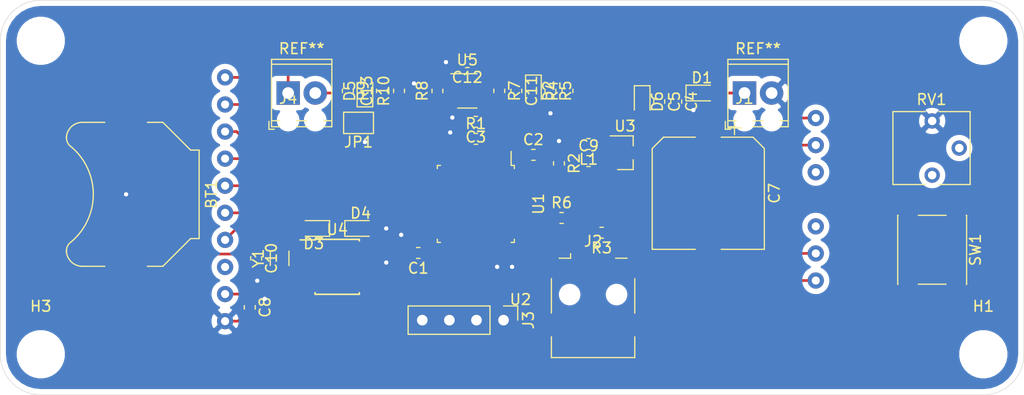
<source format=kicad_pcb>
(kicad_pcb (version 20171130) (host pcbnew "(5.1.7)-1")

  (general
    (thickness 1.6)
    (drawings 8)
    (tracks 324)
    (zones 0)
    (modules 47)
    (nets 49)
  )

  (page A4)
  (layers
    (0 F.Cu signal)
    (31 B.Cu signal)
    (32 B.Adhes user)
    (33 F.Adhes user)
    (34 B.Paste user hide)
    (35 F.Paste user)
    (36 B.SilkS user)
    (37 F.SilkS user hide)
    (38 B.Mask user)
    (39 F.Mask user)
    (40 Dwgs.User user)
    (41 Cmts.User user)
    (42 Eco1.User user)
    (43 Eco2.User user)
    (44 Edge.Cuts user)
    (45 Margin user)
    (46 B.CrtYd user)
    (47 F.CrtYd user)
    (48 B.Fab user)
    (49 F.Fab user hide)
  )

  (setup
    (last_trace_width 0.25)
    (trace_clearance 0.2)
    (zone_clearance 0.508)
    (zone_45_only no)
    (trace_min 0.2)
    (via_size 0.8)
    (via_drill 0.4)
    (via_min_size 0.4)
    (via_min_drill 0.3)
    (uvia_size 0.3)
    (uvia_drill 0.1)
    (uvias_allowed no)
    (uvia_min_size 0.2)
    (uvia_min_drill 0.1)
    (edge_width 0.05)
    (segment_width 0.2)
    (pcb_text_width 0.3)
    (pcb_text_size 1.5 1.5)
    (mod_edge_width 0.12)
    (mod_text_size 1 1)
    (mod_text_width 0.15)
    (pad_size 1.524 1.524)
    (pad_drill 0.762)
    (pad_to_mask_clearance 0.051)
    (solder_mask_min_width 0.25)
    (aux_axis_origin 0 0)
    (visible_elements 7FFFFFFF)
    (pcbplotparams
      (layerselection 0x010fc_ffffffff)
      (usegerberextensions false)
      (usegerberattributes false)
      (usegerberadvancedattributes false)
      (creategerberjobfile false)
      (excludeedgelayer true)
      (linewidth 0.100000)
      (plotframeref false)
      (viasonmask false)
      (mode 1)
      (useauxorigin false)
      (hpglpennumber 1)
      (hpglpenspeed 20)
      (hpglpendiameter 15.000000)
      (psnegative false)
      (psa4output false)
      (plotreference true)
      (plotvalue true)
      (plotinvisibletext false)
      (padsonsilk false)
      (subtractmaskfromsilk false)
      (outputformat 1)
      (mirror false)
      (drillshape 1)
      (scaleselection 1)
      (outputdirectory ""))
  )

  (net 0 "")
  (net 1 GND)
  (net 2 "Net-(BT1-Pad1)")
  (net 3 +3V3)
  (net 4 "Net-(C3-Pad1)")
  (net 5 "Net-(C4-Pad1)")
  (net 6 "Net-(C10-Pad1)")
  (net 7 "Net-(C11-Pad1)")
  (net 8 kmh)
  (net 9 AC)
  (net 10 "Net-(D3-Pad1)")
  (net 11 VBUS)
  (net 12 D+)
  (net 13 D-)
  (net 14 SWDIO)
  (net 15 SWCLK)
  (net 16 "Net-(J4-Pad2)")
  (net 17 "Net-(J4-Pad1)")
  (net 18 "Net-(L1-Pad1)")
  (net 19 "Net-(R2-Pad2)")
  (net 20 "Net-(R6-Pad2)")
  (net 21 SW)
  (net 22 "Net-(R7-Pad2)")
  (net 23 RPM)
  (net 24 "Net-(RV1-Pad2)")
  (net 25 DB3)
  (net 26 DB2)
  (net 27 DB1)
  (net 28 DB0)
  (net 29 SDA)
  (net 30 SCL)
  (net 31 R_W)
  (net 32 RS)
  (net 33 E)
  (net 34 DB4)
  (net 35 DB5)
  (net 36 DB6)
  (net 37 DB7)
  (net 38 "Net-(U4-Pad2)")
  (net 39 "Net-(J2-Pad4)")
  (net 40 "Net-(U1-Pad25)")
  (net 41 "Net-(U1-Pad18)")
  (net 42 "Net-(U1-Pad6)")
  (net 43 "Net-(U1-Pad3)")
  (net 44 "Net-(U1-Pad2)")
  (net 45 "Net-(U2-Pad15)")
  (net 46 "Net-(U2-Pad16)")
  (net 47 "Net-(U4-Pad7)")
  (net 48 "Net-(U4-Pad3)")

  (net_class Default "Dies ist die voreingestellte Netzklasse."
    (clearance 0.2)
    (trace_width 0.25)
    (via_dia 0.8)
    (via_drill 0.4)
    (uvia_dia 0.3)
    (uvia_drill 0.1)
    (add_net +3V3)
    (add_net AC)
    (add_net D+)
    (add_net D-)
    (add_net DB0)
    (add_net DB1)
    (add_net DB2)
    (add_net DB3)
    (add_net DB4)
    (add_net DB5)
    (add_net DB6)
    (add_net DB7)
    (add_net E)
    (add_net GND)
    (add_net "Net-(BT1-Pad1)")
    (add_net "Net-(C10-Pad1)")
    (add_net "Net-(C11-Pad1)")
    (add_net "Net-(C3-Pad1)")
    (add_net "Net-(C4-Pad1)")
    (add_net "Net-(D3-Pad1)")
    (add_net "Net-(J2-Pad4)")
    (add_net "Net-(J4-Pad1)")
    (add_net "Net-(J4-Pad2)")
    (add_net "Net-(L1-Pad1)")
    (add_net "Net-(R2-Pad2)")
    (add_net "Net-(R6-Pad2)")
    (add_net "Net-(R7-Pad2)")
    (add_net "Net-(RV1-Pad2)")
    (add_net "Net-(U1-Pad18)")
    (add_net "Net-(U1-Pad2)")
    (add_net "Net-(U1-Pad25)")
    (add_net "Net-(U1-Pad3)")
    (add_net "Net-(U1-Pad6)")
    (add_net "Net-(U2-Pad15)")
    (add_net "Net-(U2-Pad16)")
    (add_net "Net-(U4-Pad2)")
    (add_net "Net-(U4-Pad3)")
    (add_net "Net-(U4-Pad7)")
    (add_net RPM)
    (add_net RS)
    (add_net R_W)
    (add_net SCL)
    (add_net SDA)
    (add_net SW)
    (add_net SWCLK)
    (add_net SWDIO)
    (add_net VBUS)
    (add_net kmh)
  )

  (module Crystal:Crystal_SMD_3215-2Pin_3.2x1.5mm (layer F.Cu) (tedit 5A0FD1B2) (tstamp 60737666)
    (at 113.2 72.2 90)
    (descr "SMD Crystal FC-135 https://support.epson.biz/td/api/doc_check.php?dl=brief_FC-135R_en.pdf")
    (tags "SMD SMT Crystal")
    (path /60815C1E)
    (attr smd)
    (fp_text reference Y1 (at 0 -2 90) (layer F.SilkS)
      (effects (font (size 1 1) (thickness 0.15)))
    )
    (fp_text value Crystal (at 0 2 90) (layer F.Fab)
      (effects (font (size 1 1) (thickness 0.15)))
    )
    (fp_line (start -2 -1.15) (end 2 -1.15) (layer F.CrtYd) (width 0.05))
    (fp_line (start -1.6 -0.75) (end -1.6 0.75) (layer F.Fab) (width 0.1))
    (fp_line (start -0.675 0.875) (end 0.675 0.875) (layer F.SilkS) (width 0.12))
    (fp_line (start -0.675 -0.875) (end 0.675 -0.875) (layer F.SilkS) (width 0.12))
    (fp_line (start 1.6 -0.75) (end 1.6 0.75) (layer F.Fab) (width 0.1))
    (fp_line (start -1.6 -0.75) (end 1.6 -0.75) (layer F.Fab) (width 0.1))
    (fp_line (start -1.6 0.75) (end 1.6 0.75) (layer F.Fab) (width 0.1))
    (fp_line (start -2 1.15) (end 2 1.15) (layer F.CrtYd) (width 0.05))
    (fp_line (start -2 -1.15) (end -2 1.15) (layer F.CrtYd) (width 0.05))
    (fp_line (start 2 -1.15) (end 2 1.15) (layer F.CrtYd) (width 0.05))
    (fp_text user %R (at 0 -2 90) (layer F.Fab)
      (effects (font (size 1 1) (thickness 0.15)))
    )
    (pad 2 smd rect (at -1.25 0 90) (size 1 1.8) (layers F.Cu F.Paste F.Mask)
      (net 38 "Net-(U4-Pad2)"))
    (pad 1 smd rect (at 1.25 0 90) (size 1 1.8) (layers F.Cu F.Paste F.Mask)
      (net 6 "Net-(C10-Pad1)"))
    (model ${KISYS3DMOD}/Crystal.3dshapes/Crystal_SMD_3215-2Pin_3.2x1.5mm.wrl
      (at (xyz 0 0 0))
      (scale (xyz 1 1 1))
      (rotate (xyz 0 0 0))
    )
  )

  (module Package_TO_SOT_SMD:SOT-23-5 (layer F.Cu) (tedit 5A02FF57) (tstamp 60737655)
    (at 130.8 56.5)
    (descr "5-pin SOT23 package")
    (tags SOT-23-5)
    (path /608E6AE1)
    (attr smd)
    (fp_text reference U5 (at 0 -2.9) (layer F.SilkS)
      (effects (font (size 1 1) (thickness 0.15)))
    )
    (fp_text value OPA330xxDBV (at 0 2.9) (layer F.Fab)
      (effects (font (size 1 1) (thickness 0.15)))
    )
    (fp_line (start -0.9 1.61) (end 0.9 1.61) (layer F.SilkS) (width 0.12))
    (fp_line (start 0.9 -1.61) (end -1.55 -1.61) (layer F.SilkS) (width 0.12))
    (fp_line (start -1.9 -1.8) (end 1.9 -1.8) (layer F.CrtYd) (width 0.05))
    (fp_line (start 1.9 -1.8) (end 1.9 1.8) (layer F.CrtYd) (width 0.05))
    (fp_line (start 1.9 1.8) (end -1.9 1.8) (layer F.CrtYd) (width 0.05))
    (fp_line (start -1.9 1.8) (end -1.9 -1.8) (layer F.CrtYd) (width 0.05))
    (fp_line (start -0.9 -0.9) (end -0.25 -1.55) (layer F.Fab) (width 0.1))
    (fp_line (start 0.9 -1.55) (end -0.25 -1.55) (layer F.Fab) (width 0.1))
    (fp_line (start -0.9 -0.9) (end -0.9 1.55) (layer F.Fab) (width 0.1))
    (fp_line (start 0.9 1.55) (end -0.9 1.55) (layer F.Fab) (width 0.1))
    (fp_line (start 0.9 -1.55) (end 0.9 1.55) (layer F.Fab) (width 0.1))
    (fp_text user %R (at 0 0 90) (layer F.Fab)
      (effects (font (size 0.5 0.5) (thickness 0.075)))
    )
    (pad 5 smd rect (at 1.1 -0.95) (size 1.06 0.65) (layers F.Cu F.Paste F.Mask)
      (net 3 +3V3))
    (pad 4 smd rect (at 1.1 0.95) (size 1.06 0.65) (layers F.Cu F.Paste F.Mask)
      (net 1 GND))
    (pad 3 smd rect (at -1.1 0.95) (size 1.06 0.65) (layers F.Cu F.Paste F.Mask)
      (net 22 "Net-(R7-Pad2)"))
    (pad 2 smd rect (at -1.1 0) (size 1.06 0.65) (layers F.Cu F.Paste F.Mask)
      (net 1 GND))
    (pad 1 smd rect (at -1.1 -0.95) (size 1.06 0.65) (layers F.Cu F.Paste F.Mask)
      (net 23 RPM))
    (model ${KISYS3DMOD}/Package_TO_SOT_SMD.3dshapes/SOT-23-5.wrl
      (at (xyz 0 0 0))
      (scale (xyz 1 1 1))
      (rotate (xyz 0 0 0))
    )
  )

  (module Package_SO:SOIC-8_3.9x4.9mm_P1.27mm (layer F.Cu) (tedit 5A02F2D3) (tstamp 6073BA5D)
    (at 118.6 73)
    (descr "8-Lead Plastic Small Outline (SN) - Narrow, 3.90 mm Body [SOIC] (see Microchip Packaging Specification http://ww1.microchip.com/downloads/en/PackagingSpec/00000049BQ.pdf)")
    (tags "SOIC 1.27")
    (path /608150BD)
    (attr smd)
    (fp_text reference U4 (at 0 -3.5) (layer F.SilkS)
      (effects (font (size 1 1) (thickness 0.15)))
    )
    (fp_text value PCF8563T (at 0 3.5) (layer F.Fab)
      (effects (font (size 1 1) (thickness 0.15)))
    )
    (fp_line (start -0.95 -2.45) (end 1.95 -2.45) (layer F.Fab) (width 0.1))
    (fp_line (start 1.95 -2.45) (end 1.95 2.45) (layer F.Fab) (width 0.1))
    (fp_line (start 1.95 2.45) (end -1.95 2.45) (layer F.Fab) (width 0.1))
    (fp_line (start -1.95 2.45) (end -1.95 -1.45) (layer F.Fab) (width 0.1))
    (fp_line (start -1.95 -1.45) (end -0.95 -2.45) (layer F.Fab) (width 0.1))
    (fp_line (start -3.73 -2.7) (end -3.73 2.7) (layer F.CrtYd) (width 0.05))
    (fp_line (start 3.73 -2.7) (end 3.73 2.7) (layer F.CrtYd) (width 0.05))
    (fp_line (start -3.73 -2.7) (end 3.73 -2.7) (layer F.CrtYd) (width 0.05))
    (fp_line (start -3.73 2.7) (end 3.73 2.7) (layer F.CrtYd) (width 0.05))
    (fp_line (start -2.075 -2.575) (end -2.075 -2.525) (layer F.SilkS) (width 0.15))
    (fp_line (start 2.075 -2.575) (end 2.075 -2.43) (layer F.SilkS) (width 0.15))
    (fp_line (start 2.075 2.575) (end 2.075 2.43) (layer F.SilkS) (width 0.15))
    (fp_line (start -2.075 2.575) (end -2.075 2.43) (layer F.SilkS) (width 0.15))
    (fp_line (start -2.075 -2.575) (end 2.075 -2.575) (layer F.SilkS) (width 0.15))
    (fp_line (start -2.075 2.575) (end 2.075 2.575) (layer F.SilkS) (width 0.15))
    (fp_line (start -2.075 -2.525) (end -3.475 -2.525) (layer F.SilkS) (width 0.15))
    (fp_text user %R (at 0 0) (layer F.Fab)
      (effects (font (size 1 1) (thickness 0.15)))
    )
    (pad 8 smd rect (at 2.7 -1.905) (size 1.55 0.6) (layers F.Cu F.Paste F.Mask)
      (net 10 "Net-(D3-Pad1)"))
    (pad 7 smd rect (at 2.7 -0.635) (size 1.55 0.6) (layers F.Cu F.Paste F.Mask)
      (net 47 "Net-(U4-Pad7)"))
    (pad 6 smd rect (at 2.7 0.635) (size 1.55 0.6) (layers F.Cu F.Paste F.Mask)
      (net 30 SCL))
    (pad 5 smd rect (at 2.7 1.905) (size 1.55 0.6) (layers F.Cu F.Paste F.Mask)
      (net 29 SDA))
    (pad 4 smd rect (at -2.7 1.905) (size 1.55 0.6) (layers F.Cu F.Paste F.Mask)
      (net 1 GND))
    (pad 3 smd rect (at -2.7 0.635) (size 1.55 0.6) (layers F.Cu F.Paste F.Mask)
      (net 48 "Net-(U4-Pad3)"))
    (pad 2 smd rect (at -2.7 -0.635) (size 1.55 0.6) (layers F.Cu F.Paste F.Mask)
      (net 38 "Net-(U4-Pad2)"))
    (pad 1 smd rect (at -2.7 -1.905) (size 1.55 0.6) (layers F.Cu F.Paste F.Mask)
      (net 6 "Net-(C10-Pad1)"))
    (model ${KISYS3DMOD}/Package_SO.3dshapes/SOIC-8_3.9x4.9mm_P1.27mm.wrl
      (at (xyz 0 0 0))
      (scale (xyz 1 1 1))
      (rotate (xyz 0 0 0))
    )
  )

  (module Package_TO_SOT_SMD:SOT-23 (layer F.Cu) (tedit 5A02FF57) (tstamp 60737623)
    (at 145.6 62.3)
    (descr "SOT-23, Standard")
    (tags SOT-23)
    (path /60B98BFE)
    (attr smd)
    (fp_text reference U3 (at 0 -2.5) (layer F.SilkS)
      (effects (font (size 1 1) (thickness 0.15)))
    )
    (fp_text value AP7384 (at 0 2.5) (layer F.Fab)
      (effects (font (size 1 1) (thickness 0.15)))
    )
    (fp_line (start -0.7 -0.95) (end -0.7 1.5) (layer F.Fab) (width 0.1))
    (fp_line (start -0.15 -1.52) (end 0.7 -1.52) (layer F.Fab) (width 0.1))
    (fp_line (start -0.7 -0.95) (end -0.15 -1.52) (layer F.Fab) (width 0.1))
    (fp_line (start 0.7 -1.52) (end 0.7 1.52) (layer F.Fab) (width 0.1))
    (fp_line (start -0.7 1.52) (end 0.7 1.52) (layer F.Fab) (width 0.1))
    (fp_line (start 0.76 1.58) (end 0.76 0.65) (layer F.SilkS) (width 0.12))
    (fp_line (start 0.76 -1.58) (end 0.76 -0.65) (layer F.SilkS) (width 0.12))
    (fp_line (start -1.7 -1.75) (end 1.7 -1.75) (layer F.CrtYd) (width 0.05))
    (fp_line (start 1.7 -1.75) (end 1.7 1.75) (layer F.CrtYd) (width 0.05))
    (fp_line (start 1.7 1.75) (end -1.7 1.75) (layer F.CrtYd) (width 0.05))
    (fp_line (start -1.7 1.75) (end -1.7 -1.75) (layer F.CrtYd) (width 0.05))
    (fp_line (start 0.76 -1.58) (end -1.4 -1.58) (layer F.SilkS) (width 0.12))
    (fp_line (start 0.76 1.58) (end -0.7 1.58) (layer F.SilkS) (width 0.12))
    (fp_text user %R (at 0 0 90) (layer F.Fab)
      (effects (font (size 0.5 0.5) (thickness 0.075)))
    )
    (pad 3 smd rect (at 1 0) (size 0.9 0.8) (layers F.Cu F.Paste F.Mask)
      (net 18 "Net-(L1-Pad1)"))
    (pad 2 smd rect (at -1 0.95) (size 0.9 0.8) (layers F.Cu F.Paste F.Mask)
      (net 1 GND))
    (pad 1 smd rect (at -1 -0.95) (size 0.9 0.8) (layers F.Cu F.Paste F.Mask)
      (net 5 "Net-(C4-Pad1)"))
    (model ${KISYS3DMOD}/Package_TO_SOT_SMD.3dshapes/SOT-23.wrl
      (at (xyz 0 0 0))
      (scale (xyz 1 1 1))
      (rotate (xyz 0 0 0))
    )
  )

  (module MK_Footprints:LCD_NHD_0108CZ (layer F.Cu) (tedit 5F46B3CA) (tstamp 6073760E)
    (at 135.785 66.665)
    (path /6085C877)
    (fp_text reference U2 (at 0 9.4) (layer F.SilkS)
      (effects (font (size 1 1) (thickness 0.15)))
    )
    (fp_text value LCD_NHD-0108CZ (at 0.1 -9.5) (layer F.Fab)
      (effects (font (size 1 1) (thickness 0.15)))
    )
    (fp_line (start -34.5 -13.5) (end 34.5 -13.5) (layer B.CrtYd) (width 0.12))
    (fp_line (start 34.5 -13.5) (end 34.5 13.5) (layer B.CrtYd) (width 0.12))
    (fp_line (start 34.5 13.5) (end -34.5 13.5) (layer B.CrtYd) (width 0.12))
    (fp_line (start -34.5 13.5) (end -34.5 -13.5) (layer B.CrtYd) (width 0.12))
    (pad 15 thru_hole circle (at 27.7 -2.54) (size 1.524 1.524) (drill 0.762) (layers *.Cu *.Mask)
      (net 45 "Net-(U2-Pad15)"))
    (pad 13 thru_hole circle (at 27.7 -5.08) (size 1.524 1.524) (drill 0.762) (layers *.Cu *.Mask)
      (net 26 DB2))
    (pad 14 thru_hole circle (at 27.7 -7.62) (size 1.524 1.524) (drill 0.762) (layers *.Cu *.Mask)
      (net 25 DB3))
    (pad 16 thru_hole circle (at 27.7 2.54) (size 1.524 1.524) (drill 0.762) (layers *.Cu *.Mask)
      (net 46 "Net-(U2-Pad16)"))
    (pad 12 thru_hole circle (at 27.7 5.08) (size 1.524 1.524) (drill 0.762) (layers *.Cu *.Mask)
      (net 27 DB1))
    (pad 11 thru_hole circle (at 27.7 7.62) (size 1.524 1.524) (drill 0.762) (layers *.Cu *.Mask)
      (net 28 DB0))
    (pad 10 thru_hole circle (at -27.7 -11.43) (size 1.524 1.524) (drill 0.762) (layers *.Cu *.Mask)
      (net 37 DB7))
    (pad 9 thru_hole circle (at -27.7 -8.89) (size 1.524 1.524) (drill 0.762) (layers *.Cu *.Mask)
      (net 36 DB6))
    (pad 8 thru_hole circle (at -27.7 -6.35) (size 1.524 1.524) (drill 0.762) (layers *.Cu *.Mask)
      (net 35 DB5))
    (pad 7 thru_hole circle (at -27.7 -3.81) (size 1.524 1.524) (drill 0.762) (layers *.Cu *.Mask)
      (net 34 DB4))
    (pad 6 thru_hole circle (at -27.7 -1.27) (size 1.524 1.524) (drill 0.762) (layers *.Cu *.Mask)
      (net 33 E))
    (pad 5 thru_hole circle (at -27.7 1.27) (size 1.524 1.524) (drill 0.762) (layers *.Cu *.Mask)
      (net 31 R_W))
    (pad 4 thru_hole circle (at -27.7 3.81) (size 1.524 1.524) (drill 0.762) (layers *.Cu *.Mask)
      (net 32 RS))
    (pad 3 thru_hole circle (at -27.7 6.35) (size 1.524 1.524) (drill 0.762) (layers *.Cu *.Mask)
      (net 24 "Net-(RV1-Pad2)"))
    (pad 2 thru_hole circle (at -27.7 8.89) (size 1.524 1.524) (drill 0.762) (layers *.Cu *.Mask)
      (net 3 +3V3))
    (pad 1 thru_hole circle (at -27.7 11.43) (size 1.524 1.524) (drill 0.762) (layers *.Cu *.Mask)
      (net 1 GND))
  )

  (module Package_QFP:LQFP-32_7x7mm_P0.8mm (layer F.Cu) (tedit 5C1823C9) (tstamp 607375F6)
    (at 131.6 67.1 270)
    (descr "LQFP, 32 Pin (https://www.nxp.com/docs/en/package-information/SOT358-1.pdf), generated with kicad-footprint-generator ipc_gullwing_generator.py")
    (tags "LQFP QFP")
    (path /608041FD)
    (attr smd)
    (fp_text reference U1 (at 0 -5.88 270) (layer F.SilkS)
      (effects (font (size 1 1) (thickness 0.15)))
    )
    (fp_text value STM32L412K8Tx (at 0 5.88 270) (layer F.Fab)
      (effects (font (size 1 1) (thickness 0.15)))
    )
    (fp_line (start 3.31 3.61) (end 3.61 3.61) (layer F.SilkS) (width 0.12))
    (fp_line (start 3.61 3.61) (end 3.61 3.31) (layer F.SilkS) (width 0.12))
    (fp_line (start -3.31 3.61) (end -3.61 3.61) (layer F.SilkS) (width 0.12))
    (fp_line (start -3.61 3.61) (end -3.61 3.31) (layer F.SilkS) (width 0.12))
    (fp_line (start 3.31 -3.61) (end 3.61 -3.61) (layer F.SilkS) (width 0.12))
    (fp_line (start 3.61 -3.61) (end 3.61 -3.31) (layer F.SilkS) (width 0.12))
    (fp_line (start -3.31 -3.61) (end -3.61 -3.61) (layer F.SilkS) (width 0.12))
    (fp_line (start -3.61 -3.61) (end -3.61 -3.31) (layer F.SilkS) (width 0.12))
    (fp_line (start -3.61 -3.31) (end -4.925 -3.31) (layer F.SilkS) (width 0.12))
    (fp_line (start -2.5 -3.5) (end 3.5 -3.5) (layer F.Fab) (width 0.1))
    (fp_line (start 3.5 -3.5) (end 3.5 3.5) (layer F.Fab) (width 0.1))
    (fp_line (start 3.5 3.5) (end -3.5 3.5) (layer F.Fab) (width 0.1))
    (fp_line (start -3.5 3.5) (end -3.5 -2.5) (layer F.Fab) (width 0.1))
    (fp_line (start -3.5 -2.5) (end -2.5 -3.5) (layer F.Fab) (width 0.1))
    (fp_line (start 0 -5.18) (end -3.3 -5.18) (layer F.CrtYd) (width 0.05))
    (fp_line (start -3.3 -5.18) (end -3.3 -3.75) (layer F.CrtYd) (width 0.05))
    (fp_line (start -3.3 -3.75) (end -3.75 -3.75) (layer F.CrtYd) (width 0.05))
    (fp_line (start -3.75 -3.75) (end -3.75 -3.3) (layer F.CrtYd) (width 0.05))
    (fp_line (start -3.75 -3.3) (end -5.18 -3.3) (layer F.CrtYd) (width 0.05))
    (fp_line (start -5.18 -3.3) (end -5.18 0) (layer F.CrtYd) (width 0.05))
    (fp_line (start 0 -5.18) (end 3.3 -5.18) (layer F.CrtYd) (width 0.05))
    (fp_line (start 3.3 -5.18) (end 3.3 -3.75) (layer F.CrtYd) (width 0.05))
    (fp_line (start 3.3 -3.75) (end 3.75 -3.75) (layer F.CrtYd) (width 0.05))
    (fp_line (start 3.75 -3.75) (end 3.75 -3.3) (layer F.CrtYd) (width 0.05))
    (fp_line (start 3.75 -3.3) (end 5.18 -3.3) (layer F.CrtYd) (width 0.05))
    (fp_line (start 5.18 -3.3) (end 5.18 0) (layer F.CrtYd) (width 0.05))
    (fp_line (start 0 5.18) (end -3.3 5.18) (layer F.CrtYd) (width 0.05))
    (fp_line (start -3.3 5.18) (end -3.3 3.75) (layer F.CrtYd) (width 0.05))
    (fp_line (start -3.3 3.75) (end -3.75 3.75) (layer F.CrtYd) (width 0.05))
    (fp_line (start -3.75 3.75) (end -3.75 3.3) (layer F.CrtYd) (width 0.05))
    (fp_line (start -3.75 3.3) (end -5.18 3.3) (layer F.CrtYd) (width 0.05))
    (fp_line (start -5.18 3.3) (end -5.18 0) (layer F.CrtYd) (width 0.05))
    (fp_line (start 0 5.18) (end 3.3 5.18) (layer F.CrtYd) (width 0.05))
    (fp_line (start 3.3 5.18) (end 3.3 3.75) (layer F.CrtYd) (width 0.05))
    (fp_line (start 3.3 3.75) (end 3.75 3.75) (layer F.CrtYd) (width 0.05))
    (fp_line (start 3.75 3.75) (end 3.75 3.3) (layer F.CrtYd) (width 0.05))
    (fp_line (start 3.75 3.3) (end 5.18 3.3) (layer F.CrtYd) (width 0.05))
    (fp_line (start 5.18 3.3) (end 5.18 0) (layer F.CrtYd) (width 0.05))
    (fp_text user %R (at 0 0 270) (layer F.Fab)
      (effects (font (size 1 1) (thickness 0.15)))
    )
    (pad 32 smd roundrect (at -2.8 -4.175 270) (size 0.5 1.5) (layers F.Cu F.Paste F.Mask) (roundrect_rratio 0.25)
      (net 1 GND))
    (pad 31 smd roundrect (at -2 -4.175 270) (size 0.5 1.5) (layers F.Cu F.Paste F.Mask) (roundrect_rratio 0.25)
      (net 19 "Net-(R2-Pad2)"))
    (pad 30 smd roundrect (at -1.2 -4.175 270) (size 0.5 1.5) (layers F.Cu F.Paste F.Mask) (roundrect_rratio 0.25)
      (net 25 DB3))
    (pad 29 smd roundrect (at -0.4 -4.175 270) (size 0.5 1.5) (layers F.Cu F.Paste F.Mask) (roundrect_rratio 0.25)
      (net 26 DB2))
    (pad 28 smd roundrect (at 0.4 -4.175 270) (size 0.5 1.5) (layers F.Cu F.Paste F.Mask) (roundrect_rratio 0.25)
      (net 27 DB1))
    (pad 27 smd roundrect (at 1.2 -4.175 270) (size 0.5 1.5) (layers F.Cu F.Paste F.Mask) (roundrect_rratio 0.25)
      (net 28 DB0))
    (pad 26 smd roundrect (at 2 -4.175 270) (size 0.5 1.5) (layers F.Cu F.Paste F.Mask) (roundrect_rratio 0.25)
      (net 21 SW))
    (pad 25 smd roundrect (at 2.8 -4.175 270) (size 0.5 1.5) (layers F.Cu F.Paste F.Mask) (roundrect_rratio 0.25)
      (net 40 "Net-(U1-Pad25)"))
    (pad 24 smd roundrect (at 4.175 -2.8 270) (size 1.5 0.5) (layers F.Cu F.Paste F.Mask) (roundrect_rratio 0.25)
      (net 15 SWCLK))
    (pad 23 smd roundrect (at 4.175 -2 270) (size 1.5 0.5) (layers F.Cu F.Paste F.Mask) (roundrect_rratio 0.25)
      (net 14 SWDIO))
    (pad 22 smd roundrect (at 4.175 -1.2 270) (size 1.5 0.5) (layers F.Cu F.Paste F.Mask) (roundrect_rratio 0.25)
      (net 12 D+))
    (pad 21 smd roundrect (at 4.175 -0.4 270) (size 1.5 0.5) (layers F.Cu F.Paste F.Mask) (roundrect_rratio 0.25)
      (net 13 D-))
    (pad 20 smd roundrect (at 4.175 0.4 270) (size 1.5 0.5) (layers F.Cu F.Paste F.Mask) (roundrect_rratio 0.25)
      (net 29 SDA))
    (pad 19 smd roundrect (at 4.175 1.2 270) (size 1.5 0.5) (layers F.Cu F.Paste F.Mask) (roundrect_rratio 0.25)
      (net 30 SCL))
    (pad 18 smd roundrect (at 4.175 2 270) (size 1.5 0.5) (layers F.Cu F.Paste F.Mask) (roundrect_rratio 0.25)
      (net 41 "Net-(U1-Pad18)"))
    (pad 17 smd roundrect (at 4.175 2.8 270) (size 1.5 0.5) (layers F.Cu F.Paste F.Mask) (roundrect_rratio 0.25)
      (net 3 +3V3))
    (pad 16 smd roundrect (at 2.8 4.175 270) (size 0.5 1.5) (layers F.Cu F.Paste F.Mask) (roundrect_rratio 0.25)
      (net 1 GND))
    (pad 15 smd roundrect (at 2 4.175 270) (size 0.5 1.5) (layers F.Cu F.Paste F.Mask) (roundrect_rratio 0.25)
      (net 32 RS))
    (pad 14 smd roundrect (at 1.2 4.175 270) (size 0.5 1.5) (layers F.Cu F.Paste F.Mask) (roundrect_rratio 0.25)
      (net 31 R_W))
    (pad 13 smd roundrect (at 0.4 4.175 270) (size 0.5 1.5) (layers F.Cu F.Paste F.Mask) (roundrect_rratio 0.25)
      (net 33 E))
    (pad 12 smd roundrect (at -0.4 4.175 270) (size 0.5 1.5) (layers F.Cu F.Paste F.Mask) (roundrect_rratio 0.25)
      (net 34 DB4))
    (pad 11 smd roundrect (at -1.2 4.175 270) (size 0.5 1.5) (layers F.Cu F.Paste F.Mask) (roundrect_rratio 0.25)
      (net 35 DB5))
    (pad 10 smd roundrect (at -2 4.175 270) (size 0.5 1.5) (layers F.Cu F.Paste F.Mask) (roundrect_rratio 0.25)
      (net 36 DB6))
    (pad 9 smd roundrect (at -2.8 4.175 270) (size 0.5 1.5) (layers F.Cu F.Paste F.Mask) (roundrect_rratio 0.25)
      (net 37 DB7))
    (pad 8 smd roundrect (at -4.175 2.8 270) (size 1.5 0.5) (layers F.Cu F.Paste F.Mask) (roundrect_rratio 0.25)
      (net 8 kmh))
    (pad 7 smd roundrect (at -4.175 2 270) (size 1.5 0.5) (layers F.Cu F.Paste F.Mask) (roundrect_rratio 0.25)
      (net 23 RPM))
    (pad 6 smd roundrect (at -4.175 1.2 270) (size 1.5 0.5) (layers F.Cu F.Paste F.Mask) (roundrect_rratio 0.25)
      (net 42 "Net-(U1-Pad6)"))
    (pad 5 smd roundrect (at -4.175 0.4 270) (size 1.5 0.5) (layers F.Cu F.Paste F.Mask) (roundrect_rratio 0.25)
      (net 3 +3V3))
    (pad 4 smd roundrect (at -4.175 -0.4 270) (size 1.5 0.5) (layers F.Cu F.Paste F.Mask) (roundrect_rratio 0.25)
      (net 4 "Net-(C3-Pad1)"))
    (pad 3 smd roundrect (at -4.175 -1.2 270) (size 1.5 0.5) (layers F.Cu F.Paste F.Mask) (roundrect_rratio 0.25)
      (net 43 "Net-(U1-Pad3)"))
    (pad 2 smd roundrect (at -4.175 -2 270) (size 1.5 0.5) (layers F.Cu F.Paste F.Mask) (roundrect_rratio 0.25)
      (net 44 "Net-(U1-Pad2)"))
    (pad 1 smd roundrect (at -4.175 -2.8 270) (size 1.5 0.5) (layers F.Cu F.Paste F.Mask) (roundrect_rratio 0.25)
      (net 3 +3V3))
    (model ${KISYS3DMOD}/Package_QFP.3dshapes/LQFP-32_7x7mm_P0.8mm.wrl
      (at (xyz 0 0 0))
      (scale (xyz 1 1 1))
      (rotate (xyz 0 0 0))
    )
  )

  (module Button_Switch_SMD:SW_SPST_PTS645 (layer F.Cu) (tedit 5A02FC95) (tstamp 607375AB)
    (at 174.4 71.4 270)
    (descr "C&K Components SPST SMD PTS645 Series 6mm Tact Switch")
    (tags "SPST Button Switch")
    (path /6081FE63)
    (attr smd)
    (fp_text reference SW1 (at 0 -4.05 270) (layer F.SilkS)
      (effects (font (size 1 1) (thickness 0.15)))
    )
    (fp_text value SW_Push (at 0 4.15 270) (layer F.Fab)
      (effects (font (size 1 1) (thickness 0.15)))
    )
    (fp_line (start -3 -3) (end -3 3) (layer F.Fab) (width 0.1))
    (fp_line (start -3 3) (end 3 3) (layer F.Fab) (width 0.1))
    (fp_line (start 3 3) (end 3 -3) (layer F.Fab) (width 0.1))
    (fp_line (start 3 -3) (end -3 -3) (layer F.Fab) (width 0.1))
    (fp_line (start 5.05 3.4) (end 5.05 -3.4) (layer F.CrtYd) (width 0.05))
    (fp_line (start -5.05 -3.4) (end -5.05 3.4) (layer F.CrtYd) (width 0.05))
    (fp_line (start -5.05 3.4) (end 5.05 3.4) (layer F.CrtYd) (width 0.05))
    (fp_line (start -5.05 -3.4) (end 5.05 -3.4) (layer F.CrtYd) (width 0.05))
    (fp_line (start 3.23 -3.23) (end 3.23 -3.2) (layer F.SilkS) (width 0.12))
    (fp_line (start 3.23 3.23) (end 3.23 3.2) (layer F.SilkS) (width 0.12))
    (fp_line (start -3.23 3.23) (end -3.23 3.2) (layer F.SilkS) (width 0.12))
    (fp_line (start -3.23 -3.2) (end -3.23 -3.23) (layer F.SilkS) (width 0.12))
    (fp_line (start 3.23 -1.3) (end 3.23 1.3) (layer F.SilkS) (width 0.12))
    (fp_line (start -3.23 -3.23) (end 3.23 -3.23) (layer F.SilkS) (width 0.12))
    (fp_line (start -3.23 -1.3) (end -3.23 1.3) (layer F.SilkS) (width 0.12))
    (fp_line (start -3.23 3.23) (end 3.23 3.23) (layer F.SilkS) (width 0.12))
    (fp_circle (center 0 0) (end 1.75 -0.05) (layer F.Fab) (width 0.1))
    (fp_text user %R (at 0 -4.05 270) (layer F.Fab)
      (effects (font (size 1 1) (thickness 0.15)))
    )
    (pad 2 smd rect (at 3.98 2.25 270) (size 1.55 1.3) (layers F.Cu F.Paste F.Mask)
      (net 3 +3V3))
    (pad 1 smd rect (at 3.98 -2.25 270) (size 1.55 1.3) (layers F.Cu F.Paste F.Mask)
      (net 20 "Net-(R6-Pad2)"))
    (pad 1 smd rect (at -3.98 -2.25 270) (size 1.55 1.3) (layers F.Cu F.Paste F.Mask)
      (net 20 "Net-(R6-Pad2)"))
    (pad 2 smd rect (at -3.98 2.25 270) (size 1.55 1.3) (layers F.Cu F.Paste F.Mask)
      (net 3 +3V3))
    (model ${KISYS3DMOD}/Button_Switch_SMD.3dshapes/SW_SPST_PTS645.wrl
      (at (xyz 0 0 0))
      (scale (xyz 1 1 1))
      (rotate (xyz 0 0 0))
    )
  )

  (module Potentiometer_THT:Potentiometer_Vishay_T73YP_Vertical (layer F.Cu) (tedit 5A3D4993) (tstamp 60737591)
    (at 174.4 64.4)
    (descr "Potentiometer, vertical, Vishay T73YP, http://www.vishay.com/docs/51016/t73.pdf")
    (tags "Potentiometer vertical Vishay T73YP")
    (path /60877587)
    (fp_text reference RV1 (at -0.06 -7.09) (layer F.SilkS)
      (effects (font (size 1 1) (thickness 0.15)))
    )
    (fp_text value R_POT (at -0.06 2.01) (layer F.Fab)
      (effects (font (size 1 1) (thickness 0.15)))
    )
    (fp_circle (center 0.24 -2.54) (end 1.74 -2.54) (layer F.Fab) (width 0.1))
    (fp_line (start -3.56 -5.84) (end -3.56 0.76) (layer F.Fab) (width 0.1))
    (fp_line (start -3.56 0.76) (end 3.44 0.76) (layer F.Fab) (width 0.1))
    (fp_line (start 3.44 0.76) (end 3.44 -5.84) (layer F.Fab) (width 0.1))
    (fp_line (start 3.44 -5.84) (end -3.56 -5.84) (layer F.Fab) (width 0.1))
    (fp_line (start -0.961 -2.616) (end 0.164 -2.616) (layer F.Fab) (width 0.1))
    (fp_line (start 0.164 -2.616) (end 0.164 -3.741) (layer F.Fab) (width 0.1))
    (fp_line (start 0.164 -3.741) (end 0.316 -3.741) (layer F.Fab) (width 0.1))
    (fp_line (start 0.316 -3.741) (end 0.316 -2.616) (layer F.Fab) (width 0.1))
    (fp_line (start 0.316 -2.616) (end 1.441 -2.616) (layer F.Fab) (width 0.1))
    (fp_line (start 1.441 -2.616) (end 1.441 -2.464) (layer F.Fab) (width 0.1))
    (fp_line (start 1.441 -2.464) (end 0.316 -2.464) (layer F.Fab) (width 0.1))
    (fp_line (start 0.316 -2.464) (end 0.316 -1.339) (layer F.Fab) (width 0.1))
    (fp_line (start 0.316 -1.339) (end 0.164 -1.339) (layer F.Fab) (width 0.1))
    (fp_line (start 0.164 -1.339) (end 0.164 -2.464) (layer F.Fab) (width 0.1))
    (fp_line (start 0.164 -2.464) (end -0.961 -2.464) (layer F.Fab) (width 0.1))
    (fp_line (start -0.961 -2.464) (end -0.961 -2.616) (layer F.Fab) (width 0.1))
    (fp_line (start -3.68 -5.96) (end -0.65 -5.96) (layer F.SilkS) (width 0.12))
    (fp_line (start 0.65 -5.96) (end 3.56 -5.96) (layer F.SilkS) (width 0.12))
    (fp_line (start -3.68 0.88) (end -0.65 0.88) (layer F.SilkS) (width 0.12))
    (fp_line (start 0.65 0.88) (end 3.56 0.88) (layer F.SilkS) (width 0.12))
    (fp_line (start -3.68 -5.96) (end -3.68 0.88) (layer F.SilkS) (width 0.12))
    (fp_line (start 3.56 -5.96) (end 3.56 0.88) (layer F.SilkS) (width 0.12))
    (fp_line (start -3.85 -6.1) (end -3.85 1.05) (layer F.CrtYd) (width 0.05))
    (fp_line (start -3.85 1.05) (end 3.7 1.05) (layer F.CrtYd) (width 0.05))
    (fp_line (start 3.7 1.05) (end 3.7 -6.1) (layer F.CrtYd) (width 0.05))
    (fp_line (start 3.7 -6.1) (end -3.85 -6.1) (layer F.CrtYd) (width 0.05))
    (fp_text user %R (at -2.56 -2.54 90) (layer F.Fab)
      (effects (font (size 1 1) (thickness 0.15)))
    )
    (pad 1 thru_hole circle (at 0 0) (size 1.44 1.44) (drill 0.8) (layers *.Cu *.Mask)
      (net 3 +3V3))
    (pad 2 thru_hole circle (at 2.54 -2.54) (size 1.44 1.44) (drill 0.8) (layers *.Cu *.Mask)
      (net 24 "Net-(RV1-Pad2)"))
    (pad 3 thru_hole circle (at 0 -5.08) (size 1.44 1.44) (drill 0.8) (layers *.Cu *.Mask)
      (net 1 GND))
    (model ${KISYS3DMOD}/Potentiometer_THT.3dshapes/Potentiometer_Vishay_T73YP_Vertical.wrl
      (at (xyz 0 0 0))
      (scale (xyz 1 1 1))
      (rotate (xyz 0 0 0))
    )
  )

  (module Resistor_SMD:R_0603_1608Metric (layer F.Cu) (tedit 5B301BBD) (tstamp 6073756E)
    (at 124.4 56.5 90)
    (descr "Resistor SMD 0603 (1608 Metric), square (rectangular) end terminal, IPC_7351 nominal, (Body size source: http://www.tortai-tech.com/upload/download/2011102023233369053.pdf), generated with kicad-footprint-generator")
    (tags resistor)
    (path /60976B89)
    (attr smd)
    (fp_text reference R10 (at 0 -1.43 90) (layer F.SilkS)
      (effects (font (size 1 1) (thickness 0.15)))
    )
    (fp_text value R (at 0 1.43 90) (layer F.Fab)
      (effects (font (size 1 1) (thickness 0.15)))
    )
    (fp_line (start -0.8 0.4) (end -0.8 -0.4) (layer F.Fab) (width 0.1))
    (fp_line (start -0.8 -0.4) (end 0.8 -0.4) (layer F.Fab) (width 0.1))
    (fp_line (start 0.8 -0.4) (end 0.8 0.4) (layer F.Fab) (width 0.1))
    (fp_line (start 0.8 0.4) (end -0.8 0.4) (layer F.Fab) (width 0.1))
    (fp_line (start -0.162779 -0.51) (end 0.162779 -0.51) (layer F.SilkS) (width 0.12))
    (fp_line (start -0.162779 0.51) (end 0.162779 0.51) (layer F.SilkS) (width 0.12))
    (fp_line (start -1.48 0.73) (end -1.48 -0.73) (layer F.CrtYd) (width 0.05))
    (fp_line (start -1.48 -0.73) (end 1.48 -0.73) (layer F.CrtYd) (width 0.05))
    (fp_line (start 1.48 -0.73) (end 1.48 0.73) (layer F.CrtYd) (width 0.05))
    (fp_line (start 1.48 0.73) (end -1.48 0.73) (layer F.CrtYd) (width 0.05))
    (fp_text user %R (at 0 0 90) (layer F.Fab)
      (effects (font (size 0.4 0.4) (thickness 0.06)))
    )
    (pad 2 smd roundrect (at 0.7875 0 90) (size 0.875 0.95) (layers F.Cu F.Paste F.Mask) (roundrect_rratio 0.25)
      (net 1 GND))
    (pad 1 smd roundrect (at -0.7875 0 90) (size 0.875 0.95) (layers F.Cu F.Paste F.Mask) (roundrect_rratio 0.25)
      (net 8 kmh))
    (model ${KISYS3DMOD}/Resistor_SMD.3dshapes/R_0603_1608Metric.wrl
      (at (xyz 0 0 0))
      (scale (xyz 1 1 1))
      (rotate (xyz 0 0 0))
    )
  )

  (module Resistor_SMD:R_0603_1608Metric (layer F.Cu) (tedit 5B301BBD) (tstamp 6073755D)
    (at 119.6 56.5 270)
    (descr "Resistor SMD 0603 (1608 Metric), square (rectangular) end terminal, IPC_7351 nominal, (Body size source: http://www.tortai-tech.com/upload/download/2011102023233369053.pdf), generated with kicad-footprint-generator")
    (tags resistor)
    (path /60976B83)
    (attr smd)
    (fp_text reference R9 (at 0 -1.43 270) (layer F.SilkS)
      (effects (font (size 1 1) (thickness 0.15)))
    )
    (fp_text value R (at 0 1.43 270) (layer F.Fab)
      (effects (font (size 1 1) (thickness 0.15)))
    )
    (fp_line (start -0.8 0.4) (end -0.8 -0.4) (layer F.Fab) (width 0.1))
    (fp_line (start -0.8 -0.4) (end 0.8 -0.4) (layer F.Fab) (width 0.1))
    (fp_line (start 0.8 -0.4) (end 0.8 0.4) (layer F.Fab) (width 0.1))
    (fp_line (start 0.8 0.4) (end -0.8 0.4) (layer F.Fab) (width 0.1))
    (fp_line (start -0.162779 -0.51) (end 0.162779 -0.51) (layer F.SilkS) (width 0.12))
    (fp_line (start -0.162779 0.51) (end 0.162779 0.51) (layer F.SilkS) (width 0.12))
    (fp_line (start -1.48 0.73) (end -1.48 -0.73) (layer F.CrtYd) (width 0.05))
    (fp_line (start -1.48 -0.73) (end 1.48 -0.73) (layer F.CrtYd) (width 0.05))
    (fp_line (start 1.48 -0.73) (end 1.48 0.73) (layer F.CrtYd) (width 0.05))
    (fp_line (start 1.48 0.73) (end -1.48 0.73) (layer F.CrtYd) (width 0.05))
    (fp_text user %R (at 0 0 270) (layer F.Fab)
      (effects (font (size 0.4 0.4) (thickness 0.06)))
    )
    (pad 2 smd roundrect (at 0.7875 0 270) (size 0.875 0.95) (layers F.Cu F.Paste F.Mask) (roundrect_rratio 0.25)
      (net 8 kmh))
    (pad 1 smd roundrect (at -0.7875 0 270) (size 0.875 0.95) (layers F.Cu F.Paste F.Mask) (roundrect_rratio 0.25)
      (net 17 "Net-(J4-Pad1)"))
    (model ${KISYS3DMOD}/Resistor_SMD.3dshapes/R_0603_1608Metric.wrl
      (at (xyz 0 0 0))
      (scale (xyz 1 1 1))
      (rotate (xyz 0 0 0))
    )
  )

  (module Resistor_SMD:R_0603_1608Metric (layer F.Cu) (tedit 5B301BBD) (tstamp 6073754C)
    (at 128 56.5 90)
    (descr "Resistor SMD 0603 (1608 Metric), square (rectangular) end terminal, IPC_7351 nominal, (Body size source: http://www.tortai-tech.com/upload/download/2011102023233369053.pdf), generated with kicad-footprint-generator")
    (tags resistor)
    (path /60915154)
    (attr smd)
    (fp_text reference R8 (at 0 -1.43 90) (layer F.SilkS)
      (effects (font (size 1 1) (thickness 0.15)))
    )
    (fp_text value R (at 0 1.43 90) (layer F.Fab)
      (effects (font (size 1 1) (thickness 0.15)))
    )
    (fp_line (start -0.8 0.4) (end -0.8 -0.4) (layer F.Fab) (width 0.1))
    (fp_line (start -0.8 -0.4) (end 0.8 -0.4) (layer F.Fab) (width 0.1))
    (fp_line (start 0.8 -0.4) (end 0.8 0.4) (layer F.Fab) (width 0.1))
    (fp_line (start 0.8 0.4) (end -0.8 0.4) (layer F.Fab) (width 0.1))
    (fp_line (start -0.162779 -0.51) (end 0.162779 -0.51) (layer F.SilkS) (width 0.12))
    (fp_line (start -0.162779 0.51) (end 0.162779 0.51) (layer F.SilkS) (width 0.12))
    (fp_line (start -1.48 0.73) (end -1.48 -0.73) (layer F.CrtYd) (width 0.05))
    (fp_line (start -1.48 -0.73) (end 1.48 -0.73) (layer F.CrtYd) (width 0.05))
    (fp_line (start 1.48 -0.73) (end 1.48 0.73) (layer F.CrtYd) (width 0.05))
    (fp_line (start 1.48 0.73) (end -1.48 0.73) (layer F.CrtYd) (width 0.05))
    (fp_text user %R (at 0 0 90) (layer F.Fab)
      (effects (font (size 0.4 0.4) (thickness 0.06)))
    )
    (pad 2 smd roundrect (at 0.7875 0 90) (size 0.875 0.95) (layers F.Cu F.Paste F.Mask) (roundrect_rratio 0.25)
      (net 23 RPM))
    (pad 1 smd roundrect (at -0.7875 0 90) (size 0.875 0.95) (layers F.Cu F.Paste F.Mask) (roundrect_rratio 0.25)
      (net 22 "Net-(R7-Pad2)"))
    (model ${KISYS3DMOD}/Resistor_SMD.3dshapes/R_0603_1608Metric.wrl
      (at (xyz 0 0 0))
      (scale (xyz 1 1 1))
      (rotate (xyz 0 0 0))
    )
  )

  (module Resistor_SMD:R_0603_1608Metric (layer F.Cu) (tedit 5B301BBD) (tstamp 6073753B)
    (at 133.8 56.5 270)
    (descr "Resistor SMD 0603 (1608 Metric), square (rectangular) end terminal, IPC_7351 nominal, (Body size source: http://www.tortai-tech.com/upload/download/2011102023233369053.pdf), generated with kicad-footprint-generator")
    (tags resistor)
    (path /6090690B)
    (attr smd)
    (fp_text reference R7 (at 0 -1.43 270) (layer F.SilkS)
      (effects (font (size 1 1) (thickness 0.15)))
    )
    (fp_text value R (at 0 1.43 270) (layer F.Fab)
      (effects (font (size 1 1) (thickness 0.15)))
    )
    (fp_line (start -0.8 0.4) (end -0.8 -0.4) (layer F.Fab) (width 0.1))
    (fp_line (start -0.8 -0.4) (end 0.8 -0.4) (layer F.Fab) (width 0.1))
    (fp_line (start 0.8 -0.4) (end 0.8 0.4) (layer F.Fab) (width 0.1))
    (fp_line (start 0.8 0.4) (end -0.8 0.4) (layer F.Fab) (width 0.1))
    (fp_line (start -0.162779 -0.51) (end 0.162779 -0.51) (layer F.SilkS) (width 0.12))
    (fp_line (start -0.162779 0.51) (end 0.162779 0.51) (layer F.SilkS) (width 0.12))
    (fp_line (start -1.48 0.73) (end -1.48 -0.73) (layer F.CrtYd) (width 0.05))
    (fp_line (start -1.48 -0.73) (end 1.48 -0.73) (layer F.CrtYd) (width 0.05))
    (fp_line (start 1.48 -0.73) (end 1.48 0.73) (layer F.CrtYd) (width 0.05))
    (fp_line (start 1.48 0.73) (end -1.48 0.73) (layer F.CrtYd) (width 0.05))
    (fp_text user %R (at 0 0 270) (layer F.Fab)
      (effects (font (size 0.4 0.4) (thickness 0.06)))
    )
    (pad 2 smd roundrect (at 0.7875 0 270) (size 0.875 0.95) (layers F.Cu F.Paste F.Mask) (roundrect_rratio 0.25)
      (net 22 "Net-(R7-Pad2)"))
    (pad 1 smd roundrect (at -0.7875 0 270) (size 0.875 0.95) (layers F.Cu F.Paste F.Mask) (roundrect_rratio 0.25)
      (net 7 "Net-(C11-Pad1)"))
    (model ${KISYS3DMOD}/Resistor_SMD.3dshapes/R_0603_1608Metric.wrl
      (at (xyz 0 0 0))
      (scale (xyz 1 1 1))
      (rotate (xyz 0 0 0))
    )
  )

  (module Resistor_SMD:R_0603_1608Metric (layer F.Cu) (tedit 5B301BBD) (tstamp 6073752A)
    (at 139.65 68.42)
    (descr "Resistor SMD 0603 (1608 Metric), square (rectangular) end terminal, IPC_7351 nominal, (Body size source: http://www.tortai-tech.com/upload/download/2011102023233369053.pdf), generated with kicad-footprint-generator")
    (tags resistor)
    (path /60967127)
    (attr smd)
    (fp_text reference R6 (at 0 -1.43) (layer F.SilkS)
      (effects (font (size 1 1) (thickness 0.15)))
    )
    (fp_text value 1.5k (at 0 1.43) (layer F.Fab)
      (effects (font (size 1 1) (thickness 0.15)))
    )
    (fp_line (start -0.8 0.4) (end -0.8 -0.4) (layer F.Fab) (width 0.1))
    (fp_line (start -0.8 -0.4) (end 0.8 -0.4) (layer F.Fab) (width 0.1))
    (fp_line (start 0.8 -0.4) (end 0.8 0.4) (layer F.Fab) (width 0.1))
    (fp_line (start 0.8 0.4) (end -0.8 0.4) (layer F.Fab) (width 0.1))
    (fp_line (start -0.162779 -0.51) (end 0.162779 -0.51) (layer F.SilkS) (width 0.12))
    (fp_line (start -0.162779 0.51) (end 0.162779 0.51) (layer F.SilkS) (width 0.12))
    (fp_line (start -1.48 0.73) (end -1.48 -0.73) (layer F.CrtYd) (width 0.05))
    (fp_line (start -1.48 -0.73) (end 1.48 -0.73) (layer F.CrtYd) (width 0.05))
    (fp_line (start 1.48 -0.73) (end 1.48 0.73) (layer F.CrtYd) (width 0.05))
    (fp_line (start 1.48 0.73) (end -1.48 0.73) (layer F.CrtYd) (width 0.05))
    (fp_text user %R (at 0 0) (layer F.Fab)
      (effects (font (size 0.4 0.4) (thickness 0.06)))
    )
    (pad 2 smd roundrect (at 0.7875 0) (size 0.875 0.95) (layers F.Cu F.Paste F.Mask) (roundrect_rratio 0.25)
      (net 20 "Net-(R6-Pad2)"))
    (pad 1 smd roundrect (at -0.7875 0) (size 0.875 0.95) (layers F.Cu F.Paste F.Mask) (roundrect_rratio 0.25)
      (net 21 SW))
    (model ${KISYS3DMOD}/Resistor_SMD.3dshapes/R_0603_1608Metric.wrl
      (at (xyz 0 0 0))
      (scale (xyz 1 1 1))
      (rotate (xyz 0 0 0))
    )
  )

  (module Resistor_SMD:R_0603_1608Metric (layer F.Cu) (tedit 5B301BBD) (tstamp 60737519)
    (at 138.6 56.5 270)
    (descr "Resistor SMD 0603 (1608 Metric), square (rectangular) end terminal, IPC_7351 nominal, (Body size source: http://www.tortai-tech.com/upload/download/2011102023233369053.pdf), generated with kicad-footprint-generator")
    (tags resistor)
    (path /608462F9)
    (attr smd)
    (fp_text reference R5 (at 0 -1.43 270) (layer F.SilkS)
      (effects (font (size 1 1) (thickness 0.15)))
    )
    (fp_text value R (at 0 1.43 270) (layer F.Fab)
      (effects (font (size 1 1) (thickness 0.15)))
    )
    (fp_line (start -0.8 0.4) (end -0.8 -0.4) (layer F.Fab) (width 0.1))
    (fp_line (start -0.8 -0.4) (end 0.8 -0.4) (layer F.Fab) (width 0.1))
    (fp_line (start 0.8 -0.4) (end 0.8 0.4) (layer F.Fab) (width 0.1))
    (fp_line (start 0.8 0.4) (end -0.8 0.4) (layer F.Fab) (width 0.1))
    (fp_line (start -0.162779 -0.51) (end 0.162779 -0.51) (layer F.SilkS) (width 0.12))
    (fp_line (start -0.162779 0.51) (end 0.162779 0.51) (layer F.SilkS) (width 0.12))
    (fp_line (start -1.48 0.73) (end -1.48 -0.73) (layer F.CrtYd) (width 0.05))
    (fp_line (start -1.48 -0.73) (end 1.48 -0.73) (layer F.CrtYd) (width 0.05))
    (fp_line (start 1.48 -0.73) (end 1.48 0.73) (layer F.CrtYd) (width 0.05))
    (fp_line (start 1.48 0.73) (end -1.48 0.73) (layer F.CrtYd) (width 0.05))
    (fp_text user %R (at 0 0 270) (layer F.Fab)
      (effects (font (size 0.4 0.4) (thickness 0.06)))
    )
    (pad 2 smd roundrect (at 0.7875 0 270) (size 0.875 0.95) (layers F.Cu F.Paste F.Mask) (roundrect_rratio 0.25)
      (net 1 GND))
    (pad 1 smd roundrect (at -0.7875 0 270) (size 0.875 0.95) (layers F.Cu F.Paste F.Mask) (roundrect_rratio 0.25)
      (net 7 "Net-(C11-Pad1)"))
    (model ${KISYS3DMOD}/Resistor_SMD.3dshapes/R_0603_1608Metric.wrl
      (at (xyz 0 0 0))
      (scale (xyz 1 1 1))
      (rotate (xyz 0 0 0))
    )
  )

  (module Resistor_SMD:R_0603_1608Metric (layer F.Cu) (tedit 5B301BBD) (tstamp 6073B3F3)
    (at 140.2 56.5 90)
    (descr "Resistor SMD 0603 (1608 Metric), square (rectangular) end terminal, IPC_7351 nominal, (Body size source: http://www.tortai-tech.com/upload/download/2011102023233369053.pdf), generated with kicad-footprint-generator")
    (tags resistor)
    (path /60844EFA)
    (attr smd)
    (fp_text reference R4 (at 0 -1.43 90) (layer F.SilkS)
      (effects (font (size 1 1) (thickness 0.15)))
    )
    (fp_text value R (at 0 1.43 90) (layer F.Fab)
      (effects (font (size 1 1) (thickness 0.15)))
    )
    (fp_line (start -0.8 0.4) (end -0.8 -0.4) (layer F.Fab) (width 0.1))
    (fp_line (start -0.8 -0.4) (end 0.8 -0.4) (layer F.Fab) (width 0.1))
    (fp_line (start 0.8 -0.4) (end 0.8 0.4) (layer F.Fab) (width 0.1))
    (fp_line (start 0.8 0.4) (end -0.8 0.4) (layer F.Fab) (width 0.1))
    (fp_line (start -0.162779 -0.51) (end 0.162779 -0.51) (layer F.SilkS) (width 0.12))
    (fp_line (start -0.162779 0.51) (end 0.162779 0.51) (layer F.SilkS) (width 0.12))
    (fp_line (start -1.48 0.73) (end -1.48 -0.73) (layer F.CrtYd) (width 0.05))
    (fp_line (start -1.48 -0.73) (end 1.48 -0.73) (layer F.CrtYd) (width 0.05))
    (fp_line (start 1.48 -0.73) (end 1.48 0.73) (layer F.CrtYd) (width 0.05))
    (fp_line (start 1.48 0.73) (end -1.48 0.73) (layer F.CrtYd) (width 0.05))
    (fp_text user %R (at 0 0 90) (layer F.Fab)
      (effects (font (size 0.4 0.4) (thickness 0.06)))
    )
    (pad 2 smd roundrect (at 0.7875 0 90) (size 0.875 0.95) (layers F.Cu F.Paste F.Mask) (roundrect_rratio 0.25)
      (net 7 "Net-(C11-Pad1)"))
    (pad 1 smd roundrect (at -0.7875 0 90) (size 0.875 0.95) (layers F.Cu F.Paste F.Mask) (roundrect_rratio 0.25)
      (net 9 AC))
    (model ${KISYS3DMOD}/Resistor_SMD.3dshapes/R_0603_1608Metric.wrl
      (at (xyz 0 0 0))
      (scale (xyz 1 1 1))
      (rotate (xyz 0 0 0))
    )
  )

  (module Resistor_SMD:R_0603_1608Metric (layer F.Cu) (tedit 5B301BBD) (tstamp 607374F7)
    (at 143.4 69.8 180)
    (descr "Resistor SMD 0603 (1608 Metric), square (rectangular) end terminal, IPC_7351 nominal, (Body size source: http://www.tortai-tech.com/upload/download/2011102023233369053.pdf), generated with kicad-footprint-generator")
    (tags resistor)
    (path /60A66131)
    (attr smd)
    (fp_text reference R3 (at 0 -1.43 180) (layer F.SilkS)
      (effects (font (size 1 1) (thickness 0.15)))
    )
    (fp_text value 1.5k (at 0 1.43 180) (layer F.Fab)
      (effects (font (size 1 1) (thickness 0.15)))
    )
    (fp_line (start -0.8 0.4) (end -0.8 -0.4) (layer F.Fab) (width 0.1))
    (fp_line (start -0.8 -0.4) (end 0.8 -0.4) (layer F.Fab) (width 0.1))
    (fp_line (start 0.8 -0.4) (end 0.8 0.4) (layer F.Fab) (width 0.1))
    (fp_line (start 0.8 0.4) (end -0.8 0.4) (layer F.Fab) (width 0.1))
    (fp_line (start -0.162779 -0.51) (end 0.162779 -0.51) (layer F.SilkS) (width 0.12))
    (fp_line (start -0.162779 0.51) (end 0.162779 0.51) (layer F.SilkS) (width 0.12))
    (fp_line (start -1.48 0.73) (end -1.48 -0.73) (layer F.CrtYd) (width 0.05))
    (fp_line (start -1.48 -0.73) (end 1.48 -0.73) (layer F.CrtYd) (width 0.05))
    (fp_line (start 1.48 -0.73) (end 1.48 0.73) (layer F.CrtYd) (width 0.05))
    (fp_line (start 1.48 0.73) (end -1.48 0.73) (layer F.CrtYd) (width 0.05))
    (fp_text user %R (at 0 0 180) (layer F.Fab)
      (effects (font (size 0.4 0.4) (thickness 0.06)))
    )
    (pad 2 smd roundrect (at 0.7875 0 180) (size 0.875 0.95) (layers F.Cu F.Paste F.Mask) (roundrect_rratio 0.25)
      (net 12 D+))
    (pad 1 smd roundrect (at -0.7875 0 180) (size 0.875 0.95) (layers F.Cu F.Paste F.Mask) (roundrect_rratio 0.25)
      (net 3 +3V3))
    (model ${KISYS3DMOD}/Resistor_SMD.3dshapes/R_0603_1608Metric.wrl
      (at (xyz 0 0 0))
      (scale (xyz 1 1 1))
      (rotate (xyz 0 0 0))
    )
  )

  (module Resistor_SMD:R_0603_1608Metric (layer F.Cu) (tedit 5B301BBD) (tstamp 607374E6)
    (at 139.4 63.3 270)
    (descr "Resistor SMD 0603 (1608 Metric), square (rectangular) end terminal, IPC_7351 nominal, (Body size source: http://www.tortai-tech.com/upload/download/2011102023233369053.pdf), generated with kicad-footprint-generator")
    (tags resistor)
    (path /6086A4EB)
    (attr smd)
    (fp_text reference R2 (at 0 -1.43 270) (layer F.SilkS)
      (effects (font (size 1 1) (thickness 0.15)))
    )
    (fp_text value 100k (at 0 1.43 270) (layer F.Fab)
      (effects (font (size 1 1) (thickness 0.15)))
    )
    (fp_line (start -0.8 0.4) (end -0.8 -0.4) (layer F.Fab) (width 0.1))
    (fp_line (start -0.8 -0.4) (end 0.8 -0.4) (layer F.Fab) (width 0.1))
    (fp_line (start 0.8 -0.4) (end 0.8 0.4) (layer F.Fab) (width 0.1))
    (fp_line (start 0.8 0.4) (end -0.8 0.4) (layer F.Fab) (width 0.1))
    (fp_line (start -0.162779 -0.51) (end 0.162779 -0.51) (layer F.SilkS) (width 0.12))
    (fp_line (start -0.162779 0.51) (end 0.162779 0.51) (layer F.SilkS) (width 0.12))
    (fp_line (start -1.48 0.73) (end -1.48 -0.73) (layer F.CrtYd) (width 0.05))
    (fp_line (start -1.48 -0.73) (end 1.48 -0.73) (layer F.CrtYd) (width 0.05))
    (fp_line (start 1.48 -0.73) (end 1.48 0.73) (layer F.CrtYd) (width 0.05))
    (fp_line (start 1.48 0.73) (end -1.48 0.73) (layer F.CrtYd) (width 0.05))
    (fp_text user %R (at 0 0 270) (layer F.Fab)
      (effects (font (size 0.4 0.4) (thickness 0.06)))
    )
    (pad 2 smd roundrect (at 0.7875 0 270) (size 0.875 0.95) (layers F.Cu F.Paste F.Mask) (roundrect_rratio 0.25)
      (net 19 "Net-(R2-Pad2)"))
    (pad 1 smd roundrect (at -0.7875 0 270) (size 0.875 0.95) (layers F.Cu F.Paste F.Mask) (roundrect_rratio 0.25)
      (net 1 GND))
    (model ${KISYS3DMOD}/Resistor_SMD.3dshapes/R_0603_1608Metric.wrl
      (at (xyz 0 0 0))
      (scale (xyz 1 1 1))
      (rotate (xyz 0 0 0))
    )
  )

  (module Resistor_SMD:R_0603_1608Metric (layer F.Cu) (tedit 5B301BBD) (tstamp 607374D5)
    (at 131.6 61)
    (descr "Resistor SMD 0603 (1608 Metric), square (rectangular) end terminal, IPC_7351 nominal, (Body size source: http://www.tortai-tech.com/upload/download/2011102023233369053.pdf), generated with kicad-footprint-generator")
    (tags resistor)
    (path /60833ED3)
    (attr smd)
    (fp_text reference R1 (at 0 -1.43 180) (layer F.SilkS)
      (effects (font (size 1 1) (thickness 0.15)))
    )
    (fp_text value 100k (at 0 1.43 180) (layer F.Fab)
      (effects (font (size 1 1) (thickness 0.15)))
    )
    (fp_line (start -0.8 0.4) (end -0.8 -0.4) (layer F.Fab) (width 0.1))
    (fp_line (start -0.8 -0.4) (end 0.8 -0.4) (layer F.Fab) (width 0.1))
    (fp_line (start 0.8 -0.4) (end 0.8 0.4) (layer F.Fab) (width 0.1))
    (fp_line (start 0.8 0.4) (end -0.8 0.4) (layer F.Fab) (width 0.1))
    (fp_line (start -0.162779 -0.51) (end 0.162779 -0.51) (layer F.SilkS) (width 0.12))
    (fp_line (start -0.162779 0.51) (end 0.162779 0.51) (layer F.SilkS) (width 0.12))
    (fp_line (start -1.48 0.73) (end -1.48 -0.73) (layer F.CrtYd) (width 0.05))
    (fp_line (start -1.48 -0.73) (end 1.48 -0.73) (layer F.CrtYd) (width 0.05))
    (fp_line (start 1.48 -0.73) (end 1.48 0.73) (layer F.CrtYd) (width 0.05))
    (fp_line (start 1.48 0.73) (end -1.48 0.73) (layer F.CrtYd) (width 0.05))
    (fp_text user %R (at 0 0 180) (layer F.Fab)
      (effects (font (size 0.4 0.4) (thickness 0.06)))
    )
    (pad 2 smd roundrect (at 0.7875 0) (size 0.875 0.95) (layers F.Cu F.Paste F.Mask) (roundrect_rratio 0.25)
      (net 4 "Net-(C3-Pad1)"))
    (pad 1 smd roundrect (at -0.7875 0) (size 0.875 0.95) (layers F.Cu F.Paste F.Mask) (roundrect_rratio 0.25)
      (net 3 +3V3))
    (model ${KISYS3DMOD}/Resistor_SMD.3dshapes/R_0603_1608Metric.wrl
      (at (xyz 0 0 0))
      (scale (xyz 1 1 1))
      (rotate (xyz 0 0 0))
    )
  )

  (module Inductor_SMD:L_0603_1608Metric (layer F.Cu) (tedit 5B301BBE) (tstamp 607374C4)
    (at 142.17 61.48 180)
    (descr "Inductor SMD 0603 (1608 Metric), square (rectangular) end terminal, IPC_7351 nominal, (Body size source: http://www.tortai-tech.com/upload/download/2011102023233369053.pdf), generated with kicad-footprint-generator")
    (tags inductor)
    (path /6080CBE4)
    (attr smd)
    (fp_text reference L1 (at 0 -1.43 180) (layer F.SilkS)
      (effects (font (size 1 1) (thickness 0.15)))
    )
    (fp_text value 10uH (at 0 1.43 180) (layer F.Fab)
      (effects (font (size 1 1) (thickness 0.15)))
    )
    (fp_line (start -0.8 0.4) (end -0.8 -0.4) (layer F.Fab) (width 0.1))
    (fp_line (start -0.8 -0.4) (end 0.8 -0.4) (layer F.Fab) (width 0.1))
    (fp_line (start 0.8 -0.4) (end 0.8 0.4) (layer F.Fab) (width 0.1))
    (fp_line (start 0.8 0.4) (end -0.8 0.4) (layer F.Fab) (width 0.1))
    (fp_line (start -0.162779 -0.51) (end 0.162779 -0.51) (layer F.SilkS) (width 0.12))
    (fp_line (start -0.162779 0.51) (end 0.162779 0.51) (layer F.SilkS) (width 0.12))
    (fp_line (start -1.48 0.73) (end -1.48 -0.73) (layer F.CrtYd) (width 0.05))
    (fp_line (start -1.48 -0.73) (end 1.48 -0.73) (layer F.CrtYd) (width 0.05))
    (fp_line (start 1.48 -0.73) (end 1.48 0.73) (layer F.CrtYd) (width 0.05))
    (fp_line (start 1.48 0.73) (end -1.48 0.73) (layer F.CrtYd) (width 0.05))
    (fp_text user %R (at 0 0 180) (layer F.Fab)
      (effects (font (size 0.4 0.4) (thickness 0.06)))
    )
    (pad 2 smd roundrect (at 0.7875 0 180) (size 0.875 0.95) (layers F.Cu F.Paste F.Mask) (roundrect_rratio 0.25)
      (net 3 +3V3))
    (pad 1 smd roundrect (at -0.7875 0 180) (size 0.875 0.95) (layers F.Cu F.Paste F.Mask) (roundrect_rratio 0.25)
      (net 18 "Net-(L1-Pad1)"))
    (model ${KISYS3DMOD}/Inductor_SMD.3dshapes/L_0603_1608Metric.wrl
      (at (xyz 0 0 0))
      (scale (xyz 1 1 1))
      (rotate (xyz 0 0 0))
    )
  )

  (module Jumper:SolderJumper-2_P1.3mm_Open_TrianglePad1.0x1.5mm (layer F.Cu) (tedit 5A64794F) (tstamp 607374B3)
    (at 120.6 59.5 180)
    (descr "SMD Solder Jumper, 1x1.5mm Triangular Pads, 0.3mm gap, open")
    (tags "solder jumper open")
    (path /60987E66)
    (attr virtual)
    (fp_text reference JP1 (at 0 -1.8 180) (layer F.SilkS)
      (effects (font (size 1 1) (thickness 0.15)))
    )
    (fp_text value Jumper_NC_Small (at 0 1.9 180) (layer F.Fab)
      (effects (font (size 1 1) (thickness 0.15)))
    )
    (fp_line (start -1.4 1) (end -1.4 -1) (layer F.SilkS) (width 0.12))
    (fp_line (start 1.4 1) (end -1.4 1) (layer F.SilkS) (width 0.12))
    (fp_line (start 1.4 -1) (end 1.4 1) (layer F.SilkS) (width 0.12))
    (fp_line (start -1.4 -1) (end 1.4 -1) (layer F.SilkS) (width 0.12))
    (fp_line (start -1.65 -1.25) (end 1.65 -1.25) (layer F.CrtYd) (width 0.05))
    (fp_line (start -1.65 -1.25) (end -1.65 1.25) (layer F.CrtYd) (width 0.05))
    (fp_line (start 1.65 1.25) (end 1.65 -1.25) (layer F.CrtYd) (width 0.05))
    (fp_line (start 1.65 1.25) (end -1.65 1.25) (layer F.CrtYd) (width 0.05))
    (pad 1 smd custom (at -0.725 0 180) (size 0.3 0.3) (layers F.Cu F.Mask)
      (net 1 GND) (zone_connect 2)
      (options (clearance outline) (anchor rect))
      (primitives
        (gr_poly (pts
           (xy -0.5 -0.75) (xy 0.5 -0.75) (xy 1 0) (xy 0.5 0.75) (xy -0.5 0.75)
) (width 0))
      ))
    (pad 2 smd custom (at 0.725 0 180) (size 0.3 0.3) (layers F.Cu F.Mask)
      (net 16 "Net-(J4-Pad2)") (zone_connect 2)
      (options (clearance outline) (anchor rect))
      (primitives
        (gr_poly (pts
           (xy -0.65 -0.75) (xy 0.5 -0.75) (xy 0.5 0.75) (xy -0.65 0.75) (xy -0.15 0)
) (width 0))
      ))
  )

  (module MK_Footprints:TerminalBlock_Phoenix_MPT-0,5-2-2.54_1x02_P2.54mm_Horizontal (layer F.Cu) (tedit 5E8F2F8D) (tstamp 607374A5)
    (at 114 56.7)
    (path /6097F425)
    (fp_text reference J4 (at 0 0.5) (layer F.SilkS)
      (effects (font (size 1 1) (thickness 0.15)))
    )
    (fp_text value Conn_01x02_Female (at 0 -0.5) (layer F.Fab)
      (effects (font (size 1 1) (thickness 0.15)))
    )
    (fp_line (start 0.835 -0.7) (end -0.701 0.835) (layer F.Fab) (width 0.1))
    (fp_line (start -2 -3.6) (end -2 3.6) (layer F.CrtYd) (width 0.05))
    (fp_line (start 3.375 -0.7) (end 1.84 0.835) (layer F.Fab) (width 0.1))
    (fp_line (start -2 3.6) (end 4.54 3.6) (layer F.CrtYd) (width 0.05))
    (fp_line (start 3.241 -0.835) (end 1.706 0.7) (layer F.Fab) (width 0.1))
    (fp_line (start 4.54 3.6) (end 4.54 -3.6) (layer F.CrtYd) (width 0.05))
    (fp_line (start 0.701 -0.835) (end -0.835 0.7) (layer F.Fab) (width 0.1))
    (fp_line (start 4.54 -3.6) (end -2 -3.6) (layer F.CrtYd) (width 0.05))
    (fp_line (start -1.8 2.66) (end -1.8 3.4) (layer F.SilkS) (width 0.12))
    (fp_line (start -1.8 3.4) (end -1.3 3.4) (layer F.SilkS) (width 0.12))
    (fp_line (start 4.1 -3.16) (end 4.1 3.16) (layer F.SilkS) (width 0.12))
    (fp_line (start 3.33 3.16) (end 4.1 3.16) (layer F.SilkS) (width 0.12))
    (fp_line (start 0.79 3.16) (end 1.75 3.16) (layer F.SilkS) (width 0.12))
    (fp_line (start -1.56 3.16) (end -0.79 3.16) (layer F.SilkS) (width 0.12))
    (fp_line (start -1.56 -3.16) (end 4.1 -3.16) (layer F.SilkS) (width 0.12))
    (fp_line (start 3.33 2.6) (end 4.1 2.6) (layer F.SilkS) (width 0.12))
    (fp_line (start -1.56 -2.7) (end 4.1 -2.7) (layer F.SilkS) (width 0.12))
    (fp_line (start 0.79 2.6) (end 1.75 2.6) (layer F.SilkS) (width 0.12))
    (fp_line (start -1.56 2.6) (end -0.79 2.6) (layer F.SilkS) (width 0.12))
    (fp_circle (center 2.54 0) (end 3.64 0) (layer F.Fab) (width 0.1))
    (fp_line (start -1.5 2.6) (end 4.04 2.6) (layer F.Fab) (width 0.1))
    (fp_line (start -1.5 2.6) (end -1.5 -3.1) (layer F.Fab) (width 0.1))
    (fp_line (start 4.04 -3.1) (end 4.04 3.1) (layer F.Fab) (width 0.1))
    (fp_circle (center 0 0) (end 1.1 0) (layer F.Fab) (width 0.1))
    (fp_line (start -1.5 -2.7) (end 4.04 -2.7) (layer F.Fab) (width 0.1))
    (fp_line (start -1 3.1) (end -1.5 2.6) (layer F.Fab) (width 0.1))
    (fp_line (start -1.5 -3.1) (end 4.04 -3.1) (layer F.Fab) (width 0.1))
    (fp_line (start -1.56 -3.16) (end -1.56 3.16) (layer F.SilkS) (width 0.12))
    (fp_line (start 4.04 3.1) (end -1 3.1) (layer F.Fab) (width 0.1))
    (fp_text user REF** (at 1.27 -4.16) (layer F.SilkS)
      (effects (font (size 1 1) (thickness 0.15)))
    )
    (fp_text user %R (at 1.27 2) (layer F.Fab)
      (effects (font (size 1 1) (thickness 0.15)))
    )
    (pad "" np_thru_hole circle (at 2.54 2.54) (size 1.1 1.1) (drill 1.1) (layers *.Cu *.Mask))
    (pad 2 thru_hole circle (at 2.54 0) (size 2.2 2.2) (drill 1.1) (layers *.Cu *.Mask)
      (net 16 "Net-(J4-Pad2)"))
    (pad 1 thru_hole rect (at 0 0) (size 2.2 2.2) (drill 1.1) (layers *.Cu *.Mask)
      (net 17 "Net-(J4-Pad1)"))
    (pad "" np_thru_hole circle (at 0 2.54) (size 1.1 1.1) (drill 1.1) (layers *.Cu *.Mask))
    (model C:/Users/marce/OneDrive/KiCAD/GlobalLibrary/3D/Phoenix_MPT/MPT-0-5-2-2_54_3D.stp
      (offset (xyz 4.05 -3.1 0))
      (scale (xyz 1 1 1))
      (rotate (xyz -90 0 -90))
    )
  )

  (module Connector_PinHeader_2.54mm:PinHeader_1x04_P2.54mm_Vertical (layer F.Cu) (tedit 59FED5CC) (tstamp 6073747E)
    (at 134.2 78 270)
    (descr "Through hole straight pin header, 1x04, 2.54mm pitch, single row")
    (tags "Through hole pin header THT 1x04 2.54mm single row")
    (path /60A3BD8B)
    (fp_text reference J3 (at 0 -2.33 90) (layer F.SilkS)
      (effects (font (size 1 1) (thickness 0.15)))
    )
    (fp_text value Conn_01x04_Male (at 0 9.95 90) (layer F.Fab)
      (effects (font (size 1 1) (thickness 0.15)))
    )
    (fp_line (start -0.635 -1.27) (end 1.27 -1.27) (layer F.Fab) (width 0.1))
    (fp_line (start 1.27 -1.27) (end 1.27 8.89) (layer F.Fab) (width 0.1))
    (fp_line (start 1.27 8.89) (end -1.27 8.89) (layer F.Fab) (width 0.1))
    (fp_line (start -1.27 8.89) (end -1.27 -0.635) (layer F.Fab) (width 0.1))
    (fp_line (start -1.27 -0.635) (end -0.635 -1.27) (layer F.Fab) (width 0.1))
    (fp_line (start -1.33 8.95) (end 1.33 8.95) (layer F.SilkS) (width 0.12))
    (fp_line (start -1.33 1.27) (end -1.33 8.95) (layer F.SilkS) (width 0.12))
    (fp_line (start 1.33 1.27) (end 1.33 8.95) (layer F.SilkS) (width 0.12))
    (fp_line (start -1.33 1.27) (end 1.33 1.27) (layer F.SilkS) (width 0.12))
    (fp_line (start -1.33 0) (end -1.33 -1.33) (layer F.SilkS) (width 0.12))
    (fp_line (start -1.33 -1.33) (end 0 -1.33) (layer F.SilkS) (width 0.12))
    (fp_line (start -1.8 -1.8) (end -1.8 9.4) (layer F.CrtYd) (width 0.05))
    (fp_line (start -1.8 9.4) (end 1.8 9.4) (layer F.CrtYd) (width 0.05))
    (fp_line (start 1.8 9.4) (end 1.8 -1.8) (layer F.CrtYd) (width 0.05))
    (fp_line (start 1.8 -1.8) (end -1.8 -1.8) (layer F.CrtYd) (width 0.05))
    (fp_text user %R (at 0 3.81) (layer F.Fab)
      (effects (font (size 1 1) (thickness 0.15)))
    )
    (pad 4 thru_hole oval (at 0 7.62 270) (size 1.7 1.7) (drill 1) (layers *.Cu *.Mask)
      (net 1 GND))
    (pad 3 thru_hole oval (at 0 5.08 270) (size 1.7 1.7) (drill 1) (layers *.Cu *.Mask)
      (net 14 SWDIO))
    (pad 2 thru_hole oval (at 0 2.54 270) (size 1.7 1.7) (drill 1) (layers *.Cu *.Mask)
      (net 15 SWCLK))
    (pad 1 thru_hole rect (at 0 0 270) (size 1.7 1.7) (drill 1) (layers *.Cu *.Mask)
      (net 3 +3V3))
    (model ${KISYS3DMOD}/Connector_PinHeader_2.54mm.3dshapes/PinHeader_1x04_P2.54mm_Vertical.wrl
      (at (xyz 0 0 0))
      (scale (xyz 1 1 1))
      (rotate (xyz 0 0 0))
    )
  )

  (module Connector_USB:USB_Mini-B_Lumberg_2486_01_Horizontal (layer F.Cu) (tedit 5AC6B535) (tstamp 60737466)
    (at 142.6 75.6)
    (descr "USB Mini-B 5-pin SMD connector, http://downloads.lumberg.com/datenblaetter/en/2486_01.pdf")
    (tags "USB USB_B USB_Mini connector")
    (path /60A65145)
    (attr smd)
    (fp_text reference J2 (at 0 -5) (layer F.SilkS)
      (effects (font (size 1 1) (thickness 0.15)))
    )
    (fp_text value USB_B_Mini (at 0 7.5) (layer F.Fab)
      (effects (font (size 1 1) (thickness 0.15)))
    )
    (fp_line (start 2.35 -4.2) (end -2.35 -4.2) (layer F.CrtYd) (width 0.05))
    (fp_line (start 2.35 -3.95) (end 2.35 -4.2) (layer F.CrtYd) (width 0.05))
    (fp_line (start 4.35 1.5) (end 5.95 1.5) (layer F.CrtYd) (width 0.05))
    (fp_line (start 4.35 4.2) (end 5.95 4.2) (layer F.CrtYd) (width 0.05))
    (fp_line (start 4.35 6.35) (end 4.35 4.2) (layer F.CrtYd) (width 0.05))
    (fp_line (start 3.91 5.91) (end -3.91 5.91) (layer F.SilkS) (width 0.12))
    (fp_line (start -1.6 -2.85) (end -1.25 -3.35) (layer F.Fab) (width 0.1))
    (fp_line (start -2.11 -3.41) (end -2.11 -3.84) (layer F.SilkS) (width 0.12))
    (fp_line (start 3.91 5.91) (end 3.91 3.96) (layer F.SilkS) (width 0.12))
    (fp_line (start 3.91 1.74) (end 3.91 -1.49) (layer F.SilkS) (width 0.12))
    (fp_line (start 2.11 -3.41) (end 3.19 -3.41) (layer F.SilkS) (width 0.12))
    (fp_line (start -3.19 -3.41) (end -2.11 -3.41) (layer F.SilkS) (width 0.12))
    (fp_line (start -3.91 1.74) (end -3.91 -1.49) (layer F.SilkS) (width 0.12))
    (fp_line (start -3.91 5.91) (end -3.91 3.96) (layer F.SilkS) (width 0.12))
    (fp_line (start 3.85 5.85) (end 3.85 -3.35) (layer F.Fab) (width 0.1))
    (fp_line (start -3.85 5.85) (end 3.85 5.85) (layer F.Fab) (width 0.1))
    (fp_line (start -3.85 -3.35) (end -3.85 5.85) (layer F.Fab) (width 0.1))
    (fp_line (start -3.85 -3.35) (end 3.85 -3.35) (layer F.Fab) (width 0.1))
    (fp_line (start -4.35 6.35) (end 4.35 6.35) (layer F.CrtYd) (width 0.05))
    (fp_line (start 5.95 -3.95) (end 2.35 -3.95) (layer F.CrtYd) (width 0.05))
    (fp_line (start 5.95 1.5) (end 5.95 4.2) (layer F.CrtYd) (width 0.05))
    (fp_line (start -1.95 -3.35) (end -1.6 -2.85) (layer F.Fab) (width 0.1))
    (fp_line (start 4.35 -1.25) (end 4.35 1.5) (layer F.CrtYd) (width 0.05))
    (fp_line (start 4.35 -1.25) (end 5.95 -1.25) (layer F.CrtYd) (width 0.05))
    (fp_line (start 5.95 -3.95) (end 5.95 -1.25) (layer F.CrtYd) (width 0.05))
    (fp_line (start -2.35 -3.95) (end -2.35 -4.2) (layer F.CrtYd) (width 0.05))
    (fp_line (start -5.95 -3.95) (end -2.35 -3.95) (layer F.CrtYd) (width 0.05))
    (fp_line (start -5.95 -3.95) (end -5.95 -1.25) (layer F.CrtYd) (width 0.05))
    (fp_line (start -4.35 -1.25) (end -5.95 -1.25) (layer F.CrtYd) (width 0.05))
    (fp_line (start -4.35 -1.25) (end -4.35 1.5) (layer F.CrtYd) (width 0.05))
    (fp_line (start -4.35 1.5) (end -5.95 1.5) (layer F.CrtYd) (width 0.05))
    (fp_line (start -5.95 1.5) (end -5.95 4.2) (layer F.CrtYd) (width 0.05))
    (fp_line (start -4.35 4.2) (end -5.95 4.2) (layer F.CrtYd) (width 0.05))
    (fp_line (start -4.35 6.35) (end -4.35 4.2) (layer F.CrtYd) (width 0.05))
    (fp_text user %R (at 0 1.6 180) (layer F.Fab)
      (effects (font (size 1 1) (thickness 0.15)))
    )
    (pad "" np_thru_hole circle (at 2.2 0) (size 1 1) (drill 1) (layers *.Cu *.Mask))
    (pad "" np_thru_hole circle (at -2.2 0) (size 1 1) (drill 1) (layers *.Cu *.Mask))
    (pad 6 smd rect (at 4.45 2.85) (size 2 1.7) (layers F.Cu F.Paste F.Mask)
      (net 1 GND))
    (pad 6 smd rect (at 4.45 -2.6) (size 2 1.7) (layers F.Cu F.Paste F.Mask)
      (net 1 GND))
    (pad 6 smd rect (at -4.45 2.85) (size 2 1.7) (layers F.Cu F.Paste F.Mask)
      (net 1 GND))
    (pad 6 smd rect (at -4.45 -2.6) (size 2 1.7) (layers F.Cu F.Paste F.Mask)
      (net 1 GND))
    (pad 5 smd rect (at 1.6 -2.7) (size 0.5 2) (layers F.Cu F.Paste F.Mask)
      (net 1 GND))
    (pad 4 smd rect (at 0.8 -2.7) (size 0.5 2) (layers F.Cu F.Paste F.Mask)
      (net 39 "Net-(J2-Pad4)"))
    (pad 3 smd rect (at 0 -2.7) (size 0.5 2) (layers F.Cu F.Paste F.Mask)
      (net 12 D+))
    (pad 2 smd rect (at -0.8 -2.7) (size 0.5 2) (layers F.Cu F.Paste F.Mask)
      (net 13 D-))
    (pad 1 smd rect (at -1.6 -2.7) (size 0.5 2) (layers F.Cu F.Paste F.Mask)
      (net 11 VBUS))
    (model ${KISYS3DMOD}/Connector_USB.3dshapes/USB_Mini-B_Lumberg_2486_01_Horizontal.wrl
      (at (xyz 0 0 0))
      (scale (xyz 1 1 1))
      (rotate (xyz 0 0 0))
    )
  )

  (module MK_Footprints:TerminalBlock_Phoenix_MPT-0,5-2-2.54_1x02_P2.54mm_Horizontal (layer F.Cu) (tedit 5E8F2F8D) (tstamp 60737434)
    (at 156.8 56.7)
    (path /608055BE)
    (fp_text reference J1 (at 0 0.5) (layer F.SilkS)
      (effects (font (size 1 1) (thickness 0.15)))
    )
    (fp_text value Conn_01x02_Female (at 0 -0.5) (layer F.Fab)
      (effects (font (size 1 1) (thickness 0.15)))
    )
    (fp_line (start 0.835 -0.7) (end -0.701 0.835) (layer F.Fab) (width 0.1))
    (fp_line (start -2 -3.6) (end -2 3.6) (layer F.CrtYd) (width 0.05))
    (fp_line (start 3.375 -0.7) (end 1.84 0.835) (layer F.Fab) (width 0.1))
    (fp_line (start -2 3.6) (end 4.54 3.6) (layer F.CrtYd) (width 0.05))
    (fp_line (start 3.241 -0.835) (end 1.706 0.7) (layer F.Fab) (width 0.1))
    (fp_line (start 4.54 3.6) (end 4.54 -3.6) (layer F.CrtYd) (width 0.05))
    (fp_line (start 0.701 -0.835) (end -0.835 0.7) (layer F.Fab) (width 0.1))
    (fp_line (start 4.54 -3.6) (end -2 -3.6) (layer F.CrtYd) (width 0.05))
    (fp_line (start -1.8 2.66) (end -1.8 3.4) (layer F.SilkS) (width 0.12))
    (fp_line (start -1.8 3.4) (end -1.3 3.4) (layer F.SilkS) (width 0.12))
    (fp_line (start 4.1 -3.16) (end 4.1 3.16) (layer F.SilkS) (width 0.12))
    (fp_line (start 3.33 3.16) (end 4.1 3.16) (layer F.SilkS) (width 0.12))
    (fp_line (start 0.79 3.16) (end 1.75 3.16) (layer F.SilkS) (width 0.12))
    (fp_line (start -1.56 3.16) (end -0.79 3.16) (layer F.SilkS) (width 0.12))
    (fp_line (start -1.56 -3.16) (end 4.1 -3.16) (layer F.SilkS) (width 0.12))
    (fp_line (start 3.33 2.6) (end 4.1 2.6) (layer F.SilkS) (width 0.12))
    (fp_line (start -1.56 -2.7) (end 4.1 -2.7) (layer F.SilkS) (width 0.12))
    (fp_line (start 0.79 2.6) (end 1.75 2.6) (layer F.SilkS) (width 0.12))
    (fp_line (start -1.56 2.6) (end -0.79 2.6) (layer F.SilkS) (width 0.12))
    (fp_circle (center 2.54 0) (end 3.64 0) (layer F.Fab) (width 0.1))
    (fp_line (start -1.5 2.6) (end 4.04 2.6) (layer F.Fab) (width 0.1))
    (fp_line (start -1.5 2.6) (end -1.5 -3.1) (layer F.Fab) (width 0.1))
    (fp_line (start 4.04 -3.1) (end 4.04 3.1) (layer F.Fab) (width 0.1))
    (fp_circle (center 0 0) (end 1.1 0) (layer F.Fab) (width 0.1))
    (fp_line (start -1.5 -2.7) (end 4.04 -2.7) (layer F.Fab) (width 0.1))
    (fp_line (start -1 3.1) (end -1.5 2.6) (layer F.Fab) (width 0.1))
    (fp_line (start -1.5 -3.1) (end 4.04 -3.1) (layer F.Fab) (width 0.1))
    (fp_line (start -1.56 -3.16) (end -1.56 3.16) (layer F.SilkS) (width 0.12))
    (fp_line (start 4.04 3.1) (end -1 3.1) (layer F.Fab) (width 0.1))
    (fp_text user REF** (at 1.27 -4.16) (layer F.SilkS)
      (effects (font (size 1 1) (thickness 0.15)))
    )
    (fp_text user %R (at 1.27 2) (layer F.Fab)
      (effects (font (size 1 1) (thickness 0.15)))
    )
    (pad "" np_thru_hole circle (at 2.54 2.54) (size 1.1 1.1) (drill 1.1) (layers *.Cu *.Mask))
    (pad 2 thru_hole circle (at 2.54 0) (size 2.2 2.2) (drill 1.1) (layers *.Cu *.Mask)
      (net 1 GND))
    (pad 1 thru_hole rect (at 0 0) (size 2.2 2.2) (drill 1.1) (layers *.Cu *.Mask)
      (net 9 AC))
    (pad "" np_thru_hole circle (at 0 2.54) (size 1.1 1.1) (drill 1.1) (layers *.Cu *.Mask))
    (model C:/Users/marce/OneDrive/KiCAD/GlobalLibrary/3D/Phoenix_MPT/MPT-0-5-2-2_54_3D.stp
      (offset (xyz 4.05 -3.1 0))
      (scale (xyz 1 1 1))
      (rotate (xyz -90 0 -90))
    )
  )

  (module MountingHole:MountingHole_3.5mm (layer F.Cu) (tedit 56D1B4CB) (tstamp 6073740D)
    (at 90.8 51.8)
    (descr "Mounting Hole 3.5mm, no annular")
    (tags "mounting hole 3.5mm no annular")
    (path /609FC937)
    (attr virtual)
    (fp_text reference H4 (at 0 -4.5) (layer F.SilkS)
      (effects (font (size 1 1) (thickness 0.15)))
    )
    (fp_text value MountingHole (at 0 4.5) (layer F.Fab)
      (effects (font (size 1 1) (thickness 0.15)))
    )
    (fp_circle (center 0 0) (end 3.5 0) (layer Cmts.User) (width 0.15))
    (fp_circle (center 0 0) (end 3.75 0) (layer F.CrtYd) (width 0.05))
    (fp_text user %R (at 0.3 0) (layer F.Fab)
      (effects (font (size 1 1) (thickness 0.15)))
    )
    (pad 1 np_thru_hole circle (at 0 0) (size 3.5 3.5) (drill 3.5) (layers *.Cu *.Mask))
  )

  (module MountingHole:MountingHole_3.5mm (layer F.Cu) (tedit 56D1B4CB) (tstamp 60737405)
    (at 90.8 81.2)
    (descr "Mounting Hole 3.5mm, no annular")
    (tags "mounting hole 3.5mm no annular")
    (path /609F84CA)
    (attr virtual)
    (fp_text reference H3 (at 0 -4.5) (layer F.SilkS)
      (effects (font (size 1 1) (thickness 0.15)))
    )
    (fp_text value MountingHole (at 0 4.5) (layer F.Fab)
      (effects (font (size 1 1) (thickness 0.15)))
    )
    (fp_circle (center 0 0) (end 3.5 0) (layer Cmts.User) (width 0.15))
    (fp_circle (center 0 0) (end 3.75 0) (layer F.CrtYd) (width 0.05))
    (fp_text user %R (at 0.3 0) (layer F.Fab)
      (effects (font (size 1 1) (thickness 0.15)))
    )
    (pad 1 np_thru_hole circle (at 0 0) (size 3.5 3.5) (drill 3.5) (layers *.Cu *.Mask))
  )

  (module MountingHole:MountingHole_3.5mm (layer F.Cu) (tedit 56D1B4CB) (tstamp 607373FD)
    (at 179.2 51.8)
    (descr "Mounting Hole 3.5mm, no annular")
    (tags "mounting hole 3.5mm no annular")
    (path /609F3F99)
    (attr virtual)
    (fp_text reference H2 (at 0 -4.5) (layer F.SilkS)
      (effects (font (size 1 1) (thickness 0.15)))
    )
    (fp_text value MountingHole (at 0 4.5) (layer F.Fab)
      (effects (font (size 1 1) (thickness 0.15)))
    )
    (fp_circle (center 0 0) (end 3.5 0) (layer Cmts.User) (width 0.15))
    (fp_circle (center 0 0) (end 3.75 0) (layer F.CrtYd) (width 0.05))
    (fp_text user %R (at 0.3 0) (layer F.Fab)
      (effects (font (size 1 1) (thickness 0.15)))
    )
    (pad 1 np_thru_hole circle (at 0 0) (size 3.5 3.5) (drill 3.5) (layers *.Cu *.Mask))
  )

  (module MountingHole:MountingHole_3.5mm (layer F.Cu) (tedit 56D1B4CB) (tstamp 607373F5)
    (at 179.2 81.2)
    (descr "Mounting Hole 3.5mm, no annular")
    (tags "mounting hole 3.5mm no annular")
    (path /609E26EB)
    (attr virtual)
    (fp_text reference H1 (at 0 -4.5) (layer F.SilkS)
      (effects (font (size 1 1) (thickness 0.15)))
    )
    (fp_text value MountingHole (at 0 4.5) (layer F.Fab)
      (effects (font (size 1 1) (thickness 0.15)))
    )
    (fp_circle (center 0 0) (end 3.5 0) (layer Cmts.User) (width 0.15))
    (fp_circle (center 0 0) (end 3.75 0) (layer F.CrtYd) (width 0.05))
    (fp_text user %R (at 0.3 0) (layer F.Fab)
      (effects (font (size 1 1) (thickness 0.15)))
    )
    (pad 1 np_thru_hole circle (at 0 0) (size 3.5 3.5) (drill 3.5) (layers *.Cu *.Mask))
  )

  (module Diode_SMD:D_0603_1608Metric (layer F.Cu) (tedit 5B301BBE) (tstamp 607373ED)
    (at 147.2 57.5 270)
    (descr "Diode SMD 0603 (1608 Metric), square (rectangular) end terminal, IPC_7351 nominal, (Body size source: http://www.tortai-tech.com/upload/download/2011102023233369053.pdf), generated with kicad-footprint-generator")
    (tags diode)
    (path /60B71C74)
    (attr smd)
    (fp_text reference D6 (at 0 -1.43 270) (layer F.SilkS)
      (effects (font (size 1 1) (thickness 0.15)))
    )
    (fp_text value D_Schottky (at 0 1.43 270) (layer F.Fab)
      (effects (font (size 1 1) (thickness 0.15)))
    )
    (fp_line (start 0.8 -0.4) (end -0.5 -0.4) (layer F.Fab) (width 0.1))
    (fp_line (start -0.5 -0.4) (end -0.8 -0.1) (layer F.Fab) (width 0.1))
    (fp_line (start -0.8 -0.1) (end -0.8 0.4) (layer F.Fab) (width 0.1))
    (fp_line (start -0.8 0.4) (end 0.8 0.4) (layer F.Fab) (width 0.1))
    (fp_line (start 0.8 0.4) (end 0.8 -0.4) (layer F.Fab) (width 0.1))
    (fp_line (start 0.8 -0.735) (end -1.485 -0.735) (layer F.SilkS) (width 0.12))
    (fp_line (start -1.485 -0.735) (end -1.485 0.735) (layer F.SilkS) (width 0.12))
    (fp_line (start -1.485 0.735) (end 0.8 0.735) (layer F.SilkS) (width 0.12))
    (fp_line (start -1.48 0.73) (end -1.48 -0.73) (layer F.CrtYd) (width 0.05))
    (fp_line (start -1.48 -0.73) (end 1.48 -0.73) (layer F.CrtYd) (width 0.05))
    (fp_line (start 1.48 -0.73) (end 1.48 0.73) (layer F.CrtYd) (width 0.05))
    (fp_line (start 1.48 0.73) (end -1.48 0.73) (layer F.CrtYd) (width 0.05))
    (fp_text user %R (at 0 0 270) (layer F.Fab)
      (effects (font (size 0.4 0.4) (thickness 0.06)))
    )
    (pad 2 smd roundrect (at 0.7875 0 270) (size 0.875 0.95) (layers F.Cu F.Paste F.Mask) (roundrect_rratio 0.25)
      (net 11 VBUS))
    (pad 1 smd roundrect (at -0.7875 0 270) (size 0.875 0.95) (layers F.Cu F.Paste F.Mask) (roundrect_rratio 0.25)
      (net 5 "Net-(C4-Pad1)"))
    (model ${KISYS3DMOD}/Diode_SMD.3dshapes/D_0603_1608Metric.wrl
      (at (xyz 0 0 0))
      (scale (xyz 1 1 1))
      (rotate (xyz 0 0 0))
    )
  )

  (module Diode_SMD:D_0603_1608Metric (layer F.Cu) (tedit 5B301BBE) (tstamp 607390D0)
    (at 121.2 56.5125 90)
    (descr "Diode SMD 0603 (1608 Metric), square (rectangular) end terminal, IPC_7351 nominal, (Body size source: http://www.tortai-tech.com/upload/download/2011102023233369053.pdf), generated with kicad-footprint-generator")
    (tags diode)
    (path /609BCFFA)
    (attr smd)
    (fp_text reference D5 (at 0 -1.43 90) (layer F.SilkS)
      (effects (font (size 1 1) (thickness 0.15)))
    )
    (fp_text value D_Zener (at 0 1.43 90) (layer F.Fab)
      (effects (font (size 1 1) (thickness 0.15)))
    )
    (fp_line (start 0.8 -0.4) (end -0.5 -0.4) (layer F.Fab) (width 0.1))
    (fp_line (start -0.5 -0.4) (end -0.8 -0.1) (layer F.Fab) (width 0.1))
    (fp_line (start -0.8 -0.1) (end -0.8 0.4) (layer F.Fab) (width 0.1))
    (fp_line (start -0.8 0.4) (end 0.8 0.4) (layer F.Fab) (width 0.1))
    (fp_line (start 0.8 0.4) (end 0.8 -0.4) (layer F.Fab) (width 0.1))
    (fp_line (start 0.8 -0.735) (end -1.485 -0.735) (layer F.SilkS) (width 0.12))
    (fp_line (start -1.485 -0.735) (end -1.485 0.735) (layer F.SilkS) (width 0.12))
    (fp_line (start -1.485 0.735) (end 0.8 0.735) (layer F.SilkS) (width 0.12))
    (fp_line (start -1.48 0.73) (end -1.48 -0.73) (layer F.CrtYd) (width 0.05))
    (fp_line (start -1.48 -0.73) (end 1.48 -0.73) (layer F.CrtYd) (width 0.05))
    (fp_line (start 1.48 -0.73) (end 1.48 0.73) (layer F.CrtYd) (width 0.05))
    (fp_line (start 1.48 0.73) (end -1.48 0.73) (layer F.CrtYd) (width 0.05))
    (fp_text user %R (at 0 0 90) (layer F.Fab)
      (effects (font (size 0.4 0.4) (thickness 0.06)))
    )
    (pad 2 smd roundrect (at 0.7875 0 90) (size 0.875 0.95) (layers F.Cu F.Paste F.Mask) (roundrect_rratio 0.25)
      (net 1 GND))
    (pad 1 smd roundrect (at -0.7875 0 90) (size 0.875 0.95) (layers F.Cu F.Paste F.Mask) (roundrect_rratio 0.25)
      (net 8 kmh))
    (model ${KISYS3DMOD}/Diode_SMD.3dshapes/D_0603_1608Metric.wrl
      (at (xyz 0 0 0))
      (scale (xyz 1 1 1))
      (rotate (xyz 0 0 0))
    )
  )

  (module Diode_SMD:D_0603_1608Metric (layer F.Cu) (tedit 5B301BBE) (tstamp 607373C7)
    (at 120.8 69.4)
    (descr "Diode SMD 0603 (1608 Metric), square (rectangular) end terminal, IPC_7351 nominal, (Body size source: http://www.tortai-tech.com/upload/download/2011102023233369053.pdf), generated with kicad-footprint-generator")
    (tags diode)
    (path /6081BFFE)
    (attr smd)
    (fp_text reference D4 (at 0 -1.43) (layer F.SilkS)
      (effects (font (size 1 1) (thickness 0.15)))
    )
    (fp_text value D_Schottky (at 0 1.43) (layer F.Fab)
      (effects (font (size 1 1) (thickness 0.15)))
    )
    (fp_line (start 0.8 -0.4) (end -0.5 -0.4) (layer F.Fab) (width 0.1))
    (fp_line (start -0.5 -0.4) (end -0.8 -0.1) (layer F.Fab) (width 0.1))
    (fp_line (start -0.8 -0.1) (end -0.8 0.4) (layer F.Fab) (width 0.1))
    (fp_line (start -0.8 0.4) (end 0.8 0.4) (layer F.Fab) (width 0.1))
    (fp_line (start 0.8 0.4) (end 0.8 -0.4) (layer F.Fab) (width 0.1))
    (fp_line (start 0.8 -0.735) (end -1.485 -0.735) (layer F.SilkS) (width 0.12))
    (fp_line (start -1.485 -0.735) (end -1.485 0.735) (layer F.SilkS) (width 0.12))
    (fp_line (start -1.485 0.735) (end 0.8 0.735) (layer F.SilkS) (width 0.12))
    (fp_line (start -1.48 0.73) (end -1.48 -0.73) (layer F.CrtYd) (width 0.05))
    (fp_line (start -1.48 -0.73) (end 1.48 -0.73) (layer F.CrtYd) (width 0.05))
    (fp_line (start 1.48 -0.73) (end 1.48 0.73) (layer F.CrtYd) (width 0.05))
    (fp_line (start 1.48 0.73) (end -1.48 0.73) (layer F.CrtYd) (width 0.05))
    (fp_text user %R (at 0 0) (layer F.Fab)
      (effects (font (size 0.4 0.4) (thickness 0.06)))
    )
    (pad 2 smd roundrect (at 0.7875 0) (size 0.875 0.95) (layers F.Cu F.Paste F.Mask) (roundrect_rratio 0.25)
      (net 3 +3V3))
    (pad 1 smd roundrect (at -0.7875 0) (size 0.875 0.95) (layers F.Cu F.Paste F.Mask) (roundrect_rratio 0.25)
      (net 10 "Net-(D3-Pad1)"))
    (model ${KISYS3DMOD}/Diode_SMD.3dshapes/D_0603_1608Metric.wrl
      (at (xyz 0 0 0))
      (scale (xyz 1 1 1))
      (rotate (xyz 0 0 0))
    )
  )

  (module Diode_SMD:D_0603_1608Metric (layer F.Cu) (tedit 5B301BBE) (tstamp 607373B4)
    (at 116.4 69.4 180)
    (descr "Diode SMD 0603 (1608 Metric), square (rectangular) end terminal, IPC_7351 nominal, (Body size source: http://www.tortai-tech.com/upload/download/2011102023233369053.pdf), generated with kicad-footprint-generator")
    (tags diode)
    (path /60819DAB)
    (attr smd)
    (fp_text reference D3 (at 0 -1.43 180) (layer F.SilkS)
      (effects (font (size 1 1) (thickness 0.15)))
    )
    (fp_text value D_Schottky (at 0 1.43 180) (layer F.Fab)
      (effects (font (size 1 1) (thickness 0.15)))
    )
    (fp_line (start 0.8 -0.4) (end -0.5 -0.4) (layer F.Fab) (width 0.1))
    (fp_line (start -0.5 -0.4) (end -0.8 -0.1) (layer F.Fab) (width 0.1))
    (fp_line (start -0.8 -0.1) (end -0.8 0.4) (layer F.Fab) (width 0.1))
    (fp_line (start -0.8 0.4) (end 0.8 0.4) (layer F.Fab) (width 0.1))
    (fp_line (start 0.8 0.4) (end 0.8 -0.4) (layer F.Fab) (width 0.1))
    (fp_line (start 0.8 -0.735) (end -1.485 -0.735) (layer F.SilkS) (width 0.12))
    (fp_line (start -1.485 -0.735) (end -1.485 0.735) (layer F.SilkS) (width 0.12))
    (fp_line (start -1.485 0.735) (end 0.8 0.735) (layer F.SilkS) (width 0.12))
    (fp_line (start -1.48 0.73) (end -1.48 -0.73) (layer F.CrtYd) (width 0.05))
    (fp_line (start -1.48 -0.73) (end 1.48 -0.73) (layer F.CrtYd) (width 0.05))
    (fp_line (start 1.48 -0.73) (end 1.48 0.73) (layer F.CrtYd) (width 0.05))
    (fp_line (start 1.48 0.73) (end -1.48 0.73) (layer F.CrtYd) (width 0.05))
    (fp_text user %R (at 0 0 180) (layer F.Fab)
      (effects (font (size 0.4 0.4) (thickness 0.06)))
    )
    (pad 2 smd roundrect (at 0.7875 0 180) (size 0.875 0.95) (layers F.Cu F.Paste F.Mask) (roundrect_rratio 0.25)
      (net 2 "Net-(BT1-Pad1)"))
    (pad 1 smd roundrect (at -0.7875 0 180) (size 0.875 0.95) (layers F.Cu F.Paste F.Mask) (roundrect_rratio 0.25)
      (net 10 "Net-(D3-Pad1)"))
    (model ${KISYS3DMOD}/Diode_SMD.3dshapes/D_0603_1608Metric.wrl
      (at (xyz 0 0 0))
      (scale (xyz 1 1 1))
      (rotate (xyz 0 0 0))
    )
  )

  (module Diode_SMD:D_0603_1608Metric (layer F.Cu) (tedit 5B301BBE) (tstamp 607373A1)
    (at 137 56.5 270)
    (descr "Diode SMD 0603 (1608 Metric), square (rectangular) end terminal, IPC_7351 nominal, (Body size source: http://www.tortai-tech.com/upload/download/2011102023233369053.pdf), generated with kicad-footprint-generator")
    (tags diode)
    (path /608C02CE)
    (attr smd)
    (fp_text reference D2 (at 0 -1.43 270) (layer F.SilkS)
      (effects (font (size 1 1) (thickness 0.15)))
    )
    (fp_text value D_Zener (at 0 1.43 270) (layer F.Fab)
      (effects (font (size 1 1) (thickness 0.15)))
    )
    (fp_line (start 0.8 -0.4) (end -0.5 -0.4) (layer F.Fab) (width 0.1))
    (fp_line (start -0.5 -0.4) (end -0.8 -0.1) (layer F.Fab) (width 0.1))
    (fp_line (start -0.8 -0.1) (end -0.8 0.4) (layer F.Fab) (width 0.1))
    (fp_line (start -0.8 0.4) (end 0.8 0.4) (layer F.Fab) (width 0.1))
    (fp_line (start 0.8 0.4) (end 0.8 -0.4) (layer F.Fab) (width 0.1))
    (fp_line (start 0.8 -0.735) (end -1.485 -0.735) (layer F.SilkS) (width 0.12))
    (fp_line (start -1.485 -0.735) (end -1.485 0.735) (layer F.SilkS) (width 0.12))
    (fp_line (start -1.485 0.735) (end 0.8 0.735) (layer F.SilkS) (width 0.12))
    (fp_line (start -1.48 0.73) (end -1.48 -0.73) (layer F.CrtYd) (width 0.05))
    (fp_line (start -1.48 -0.73) (end 1.48 -0.73) (layer F.CrtYd) (width 0.05))
    (fp_line (start 1.48 -0.73) (end 1.48 0.73) (layer F.CrtYd) (width 0.05))
    (fp_line (start 1.48 0.73) (end -1.48 0.73) (layer F.CrtYd) (width 0.05))
    (fp_text user %R (at 0 0 270) (layer F.Fab)
      (effects (font (size 0.4 0.4) (thickness 0.06)))
    )
    (pad 2 smd roundrect (at 0.7875 0 270) (size 0.875 0.95) (layers F.Cu F.Paste F.Mask) (roundrect_rratio 0.25)
      (net 1 GND))
    (pad 1 smd roundrect (at -0.7875 0 270) (size 0.875 0.95) (layers F.Cu F.Paste F.Mask) (roundrect_rratio 0.25)
      (net 7 "Net-(C11-Pad1)"))
    (model ${KISYS3DMOD}/Diode_SMD.3dshapes/D_0603_1608Metric.wrl
      (at (xyz 0 0 0))
      (scale (xyz 1 1 1))
      (rotate (xyz 0 0 0))
    )
  )

  (module Diode_SMD:D_0603_1608Metric (layer F.Cu) (tedit 5B301BBE) (tstamp 6073738E)
    (at 152.8 56.7)
    (descr "Diode SMD 0603 (1608 Metric), square (rectangular) end terminal, IPC_7351 nominal, (Body size source: http://www.tortai-tech.com/upload/download/2011102023233369053.pdf), generated with kicad-footprint-generator")
    (tags diode)
    (path /60B5AE9E)
    (attr smd)
    (fp_text reference D1 (at 0 -1.43) (layer F.SilkS)
      (effects (font (size 1 1) (thickness 0.15)))
    )
    (fp_text value D_Schottky (at 0 1.43) (layer F.Fab)
      (effects (font (size 1 1) (thickness 0.15)))
    )
    (fp_line (start 0.8 -0.4) (end -0.5 -0.4) (layer F.Fab) (width 0.1))
    (fp_line (start -0.5 -0.4) (end -0.8 -0.1) (layer F.Fab) (width 0.1))
    (fp_line (start -0.8 -0.1) (end -0.8 0.4) (layer F.Fab) (width 0.1))
    (fp_line (start -0.8 0.4) (end 0.8 0.4) (layer F.Fab) (width 0.1))
    (fp_line (start 0.8 0.4) (end 0.8 -0.4) (layer F.Fab) (width 0.1))
    (fp_line (start 0.8 -0.735) (end -1.485 -0.735) (layer F.SilkS) (width 0.12))
    (fp_line (start -1.485 -0.735) (end -1.485 0.735) (layer F.SilkS) (width 0.12))
    (fp_line (start -1.485 0.735) (end 0.8 0.735) (layer F.SilkS) (width 0.12))
    (fp_line (start -1.48 0.73) (end -1.48 -0.73) (layer F.CrtYd) (width 0.05))
    (fp_line (start -1.48 -0.73) (end 1.48 -0.73) (layer F.CrtYd) (width 0.05))
    (fp_line (start 1.48 -0.73) (end 1.48 0.73) (layer F.CrtYd) (width 0.05))
    (fp_line (start 1.48 0.73) (end -1.48 0.73) (layer F.CrtYd) (width 0.05))
    (fp_text user %R (at 0 0) (layer F.Fab)
      (effects (font (size 0.4 0.4) (thickness 0.06)))
    )
    (pad 2 smd roundrect (at 0.7875 0) (size 0.875 0.95) (layers F.Cu F.Paste F.Mask) (roundrect_rratio 0.25)
      (net 9 AC))
    (pad 1 smd roundrect (at -0.7875 0) (size 0.875 0.95) (layers F.Cu F.Paste F.Mask) (roundrect_rratio 0.25)
      (net 5 "Net-(C4-Pad1)"))
    (model ${KISYS3DMOD}/Diode_SMD.3dshapes/D_0603_1608Metric.wrl
      (at (xyz 0 0 0))
      (scale (xyz 1 1 1))
      (rotate (xyz 0 0 0))
    )
  )

  (module Capacitor_SMD:C_0603_1608Metric (layer F.Cu) (tedit 5B301BBE) (tstamp 6073737B)
    (at 122.8 56.5 90)
    (descr "Capacitor SMD 0603 (1608 Metric), square (rectangular) end terminal, IPC_7351 nominal, (Body size source: http://www.tortai-tech.com/upload/download/2011102023233369053.pdf), generated with kicad-footprint-generator")
    (tags capacitor)
    (path /609BD008)
    (attr smd)
    (fp_text reference C13 (at 0 -1.43 90) (layer F.SilkS)
      (effects (font (size 1 1) (thickness 0.15)))
    )
    (fp_text value 10p (at 0 1.43 90) (layer F.Fab)
      (effects (font (size 1 1) (thickness 0.15)))
    )
    (fp_line (start -0.8 0.4) (end -0.8 -0.4) (layer F.Fab) (width 0.1))
    (fp_line (start -0.8 -0.4) (end 0.8 -0.4) (layer F.Fab) (width 0.1))
    (fp_line (start 0.8 -0.4) (end 0.8 0.4) (layer F.Fab) (width 0.1))
    (fp_line (start 0.8 0.4) (end -0.8 0.4) (layer F.Fab) (width 0.1))
    (fp_line (start -0.162779 -0.51) (end 0.162779 -0.51) (layer F.SilkS) (width 0.12))
    (fp_line (start -0.162779 0.51) (end 0.162779 0.51) (layer F.SilkS) (width 0.12))
    (fp_line (start -1.48 0.73) (end -1.48 -0.73) (layer F.CrtYd) (width 0.05))
    (fp_line (start -1.48 -0.73) (end 1.48 -0.73) (layer F.CrtYd) (width 0.05))
    (fp_line (start 1.48 -0.73) (end 1.48 0.73) (layer F.CrtYd) (width 0.05))
    (fp_line (start 1.48 0.73) (end -1.48 0.73) (layer F.CrtYd) (width 0.05))
    (fp_text user %R (at 0 0 90) (layer F.Fab)
      (effects (font (size 0.4 0.4) (thickness 0.06)))
    )
    (pad 2 smd roundrect (at 0.7875 0 90) (size 0.875 0.95) (layers F.Cu F.Paste F.Mask) (roundrect_rratio 0.25)
      (net 1 GND))
    (pad 1 smd roundrect (at -0.7875 0 90) (size 0.875 0.95) (layers F.Cu F.Paste F.Mask) (roundrect_rratio 0.25)
      (net 8 kmh))
    (model ${KISYS3DMOD}/Capacitor_SMD.3dshapes/C_0603_1608Metric.wrl
      (at (xyz 0 0 0))
      (scale (xyz 1 1 1))
      (rotate (xyz 0 0 0))
    )
  )

  (module Capacitor_SMD:C_0603_1608Metric (layer F.Cu) (tedit 5B301BBE) (tstamp 6073736A)
    (at 130.8 53.8 180)
    (descr "Capacitor SMD 0603 (1608 Metric), square (rectangular) end terminal, IPC_7351 nominal, (Body size source: http://www.tortai-tech.com/upload/download/2011102023233369053.pdf), generated with kicad-footprint-generator")
    (tags capacitor)
    (path /6093FC0C)
    (attr smd)
    (fp_text reference C12 (at 0 -1.43 180) (layer F.SilkS)
      (effects (font (size 1 1) (thickness 0.15)))
    )
    (fp_text value 100n (at 0 1.43 180) (layer F.Fab)
      (effects (font (size 1 1) (thickness 0.15)))
    )
    (fp_line (start -0.8 0.4) (end -0.8 -0.4) (layer F.Fab) (width 0.1))
    (fp_line (start -0.8 -0.4) (end 0.8 -0.4) (layer F.Fab) (width 0.1))
    (fp_line (start 0.8 -0.4) (end 0.8 0.4) (layer F.Fab) (width 0.1))
    (fp_line (start 0.8 0.4) (end -0.8 0.4) (layer F.Fab) (width 0.1))
    (fp_line (start -0.162779 -0.51) (end 0.162779 -0.51) (layer F.SilkS) (width 0.12))
    (fp_line (start -0.162779 0.51) (end 0.162779 0.51) (layer F.SilkS) (width 0.12))
    (fp_line (start -1.48 0.73) (end -1.48 -0.73) (layer F.CrtYd) (width 0.05))
    (fp_line (start -1.48 -0.73) (end 1.48 -0.73) (layer F.CrtYd) (width 0.05))
    (fp_line (start 1.48 -0.73) (end 1.48 0.73) (layer F.CrtYd) (width 0.05))
    (fp_line (start 1.48 0.73) (end -1.48 0.73) (layer F.CrtYd) (width 0.05))
    (fp_text user %R (at 0 0 180) (layer F.Fab)
      (effects (font (size 0.4 0.4) (thickness 0.06)))
    )
    (pad 2 smd roundrect (at 0.7875 0 180) (size 0.875 0.95) (layers F.Cu F.Paste F.Mask) (roundrect_rratio 0.25)
      (net 1 GND))
    (pad 1 smd roundrect (at -0.7875 0 180) (size 0.875 0.95) (layers F.Cu F.Paste F.Mask) (roundrect_rratio 0.25)
      (net 3 +3V3))
    (model ${KISYS3DMOD}/Capacitor_SMD.3dshapes/C_0603_1608Metric.wrl
      (at (xyz 0 0 0))
      (scale (xyz 1 1 1))
      (rotate (xyz 0 0 0))
    )
  )

  (module Capacitor_SMD:C_0603_1608Metric (layer F.Cu) (tedit 5B301BBE) (tstamp 60737359)
    (at 135.4 56.5 270)
    (descr "Capacitor SMD 0603 (1608 Metric), square (rectangular) end terminal, IPC_7351 nominal, (Body size source: http://www.tortai-tech.com/upload/download/2011102023233369053.pdf), generated with kicad-footprint-generator")
    (tags capacitor)
    (path /608CBB62)
    (attr smd)
    (fp_text reference C11 (at 0 -1.43 270) (layer F.SilkS)
      (effects (font (size 1 1) (thickness 0.15)))
    )
    (fp_text value 10p (at 0 1.43 270) (layer F.Fab)
      (effects (font (size 1 1) (thickness 0.15)))
    )
    (fp_line (start -0.8 0.4) (end -0.8 -0.4) (layer F.Fab) (width 0.1))
    (fp_line (start -0.8 -0.4) (end 0.8 -0.4) (layer F.Fab) (width 0.1))
    (fp_line (start 0.8 -0.4) (end 0.8 0.4) (layer F.Fab) (width 0.1))
    (fp_line (start 0.8 0.4) (end -0.8 0.4) (layer F.Fab) (width 0.1))
    (fp_line (start -0.162779 -0.51) (end 0.162779 -0.51) (layer F.SilkS) (width 0.12))
    (fp_line (start -0.162779 0.51) (end 0.162779 0.51) (layer F.SilkS) (width 0.12))
    (fp_line (start -1.48 0.73) (end -1.48 -0.73) (layer F.CrtYd) (width 0.05))
    (fp_line (start -1.48 -0.73) (end 1.48 -0.73) (layer F.CrtYd) (width 0.05))
    (fp_line (start 1.48 -0.73) (end 1.48 0.73) (layer F.CrtYd) (width 0.05))
    (fp_line (start 1.48 0.73) (end -1.48 0.73) (layer F.CrtYd) (width 0.05))
    (fp_text user %R (at 0 0 270) (layer F.Fab)
      (effects (font (size 0.4 0.4) (thickness 0.06)))
    )
    (pad 2 smd roundrect (at 0.7875 0 270) (size 0.875 0.95) (layers F.Cu F.Paste F.Mask) (roundrect_rratio 0.25)
      (net 1 GND))
    (pad 1 smd roundrect (at -0.7875 0 270) (size 0.875 0.95) (layers F.Cu F.Paste F.Mask) (roundrect_rratio 0.25)
      (net 7 "Net-(C11-Pad1)"))
    (model ${KISYS3DMOD}/Capacitor_SMD.3dshapes/C_0603_1608Metric.wrl
      (at (xyz 0 0 0))
      (scale (xyz 1 1 1))
      (rotate (xyz 0 0 0))
    )
  )

  (module Capacitor_SMD:C_0603_1608Metric (layer F.Cu) (tedit 5B301BBE) (tstamp 60737348)
    (at 111 72.2 270)
    (descr "Capacitor SMD 0603 (1608 Metric), square (rectangular) end terminal, IPC_7351 nominal, (Body size source: http://www.tortai-tech.com/upload/download/2011102023233369053.pdf), generated with kicad-footprint-generator")
    (tags capacitor)
    (path /60822290)
    (attr smd)
    (fp_text reference C10 (at 0 -1.43 270) (layer F.SilkS)
      (effects (font (size 1 1) (thickness 0.15)))
    )
    (fp_text value 100n (at 0 1.43 270) (layer F.Fab)
      (effects (font (size 1 1) (thickness 0.15)))
    )
    (fp_line (start -0.8 0.4) (end -0.8 -0.4) (layer F.Fab) (width 0.1))
    (fp_line (start -0.8 -0.4) (end 0.8 -0.4) (layer F.Fab) (width 0.1))
    (fp_line (start 0.8 -0.4) (end 0.8 0.4) (layer F.Fab) (width 0.1))
    (fp_line (start 0.8 0.4) (end -0.8 0.4) (layer F.Fab) (width 0.1))
    (fp_line (start -0.162779 -0.51) (end 0.162779 -0.51) (layer F.SilkS) (width 0.12))
    (fp_line (start -0.162779 0.51) (end 0.162779 0.51) (layer F.SilkS) (width 0.12))
    (fp_line (start -1.48 0.73) (end -1.48 -0.73) (layer F.CrtYd) (width 0.05))
    (fp_line (start -1.48 -0.73) (end 1.48 -0.73) (layer F.CrtYd) (width 0.05))
    (fp_line (start 1.48 -0.73) (end 1.48 0.73) (layer F.CrtYd) (width 0.05))
    (fp_line (start 1.48 0.73) (end -1.48 0.73) (layer F.CrtYd) (width 0.05))
    (fp_text user %R (at 0 0 270) (layer F.Fab)
      (effects (font (size 0.4 0.4) (thickness 0.06)))
    )
    (pad 2 smd roundrect (at 0.7875 0 270) (size 0.875 0.95) (layers F.Cu F.Paste F.Mask) (roundrect_rratio 0.25)
      (net 1 GND))
    (pad 1 smd roundrect (at -0.7875 0 270) (size 0.875 0.95) (layers F.Cu F.Paste F.Mask) (roundrect_rratio 0.25)
      (net 6 "Net-(C10-Pad1)"))
    (model ${KISYS3DMOD}/Capacitor_SMD.3dshapes/C_0603_1608Metric.wrl
      (at (xyz 0 0 0))
      (scale (xyz 1 1 1))
      (rotate (xyz 0 0 0))
    )
  )

  (module Capacitor_SMD:C_0603_1608Metric (layer F.Cu) (tedit 5B301BBE) (tstamp 60737337)
    (at 142.17 63.08)
    (descr "Capacitor SMD 0603 (1608 Metric), square (rectangular) end terminal, IPC_7351 nominal, (Body size source: http://www.tortai-tech.com/upload/download/2011102023233369053.pdf), generated with kicad-footprint-generator")
    (tags capacitor)
    (path /6080C853)
    (attr smd)
    (fp_text reference C9 (at 0 -1.43) (layer F.SilkS)
      (effects (font (size 1 1) (thickness 0.15)))
    )
    (fp_text value C (at 0 1.43) (layer F.Fab)
      (effects (font (size 1 1) (thickness 0.15)))
    )
    (fp_line (start -0.8 0.4) (end -0.8 -0.4) (layer F.Fab) (width 0.1))
    (fp_line (start -0.8 -0.4) (end 0.8 -0.4) (layer F.Fab) (width 0.1))
    (fp_line (start 0.8 -0.4) (end 0.8 0.4) (layer F.Fab) (width 0.1))
    (fp_line (start 0.8 0.4) (end -0.8 0.4) (layer F.Fab) (width 0.1))
    (fp_line (start -0.162779 -0.51) (end 0.162779 -0.51) (layer F.SilkS) (width 0.12))
    (fp_line (start -0.162779 0.51) (end 0.162779 0.51) (layer F.SilkS) (width 0.12))
    (fp_line (start -1.48 0.73) (end -1.48 -0.73) (layer F.CrtYd) (width 0.05))
    (fp_line (start -1.48 -0.73) (end 1.48 -0.73) (layer F.CrtYd) (width 0.05))
    (fp_line (start 1.48 -0.73) (end 1.48 0.73) (layer F.CrtYd) (width 0.05))
    (fp_line (start 1.48 0.73) (end -1.48 0.73) (layer F.CrtYd) (width 0.05))
    (fp_text user %R (at 0 0) (layer F.Fab)
      (effects (font (size 0.4 0.4) (thickness 0.06)))
    )
    (pad 2 smd roundrect (at 0.7875 0) (size 0.875 0.95) (layers F.Cu F.Paste F.Mask) (roundrect_rratio 0.25)
      (net 1 GND))
    (pad 1 smd roundrect (at -0.7875 0) (size 0.875 0.95) (layers F.Cu F.Paste F.Mask) (roundrect_rratio 0.25)
      (net 3 +3V3))
    (model ${KISYS3DMOD}/Capacitor_SMD.3dshapes/C_0603_1608Metric.wrl
      (at (xyz 0 0 0))
      (scale (xyz 1 1 1))
      (rotate (xyz 0 0 0))
    )
  )

  (module Capacitor_SMD:C_0603_1608Metric (layer F.Cu) (tedit 5B301BBE) (tstamp 60737326)
    (at 110.4 76.8 270)
    (descr "Capacitor SMD 0603 (1608 Metric), square (rectangular) end terminal, IPC_7351 nominal, (Body size source: http://www.tortai-tech.com/upload/download/2011102023233369053.pdf), generated with kicad-footprint-generator")
    (tags capacitor)
    (path /608ABFD2)
    (attr smd)
    (fp_text reference C8 (at 0 -1.43 270) (layer F.SilkS)
      (effects (font (size 1 1) (thickness 0.15)))
    )
    (fp_text value 100n (at 0 1.43 270) (layer F.Fab)
      (effects (font (size 1 1) (thickness 0.15)))
    )
    (fp_line (start -0.8 0.4) (end -0.8 -0.4) (layer F.Fab) (width 0.1))
    (fp_line (start -0.8 -0.4) (end 0.8 -0.4) (layer F.Fab) (width 0.1))
    (fp_line (start 0.8 -0.4) (end 0.8 0.4) (layer F.Fab) (width 0.1))
    (fp_line (start 0.8 0.4) (end -0.8 0.4) (layer F.Fab) (width 0.1))
    (fp_line (start -0.162779 -0.51) (end 0.162779 -0.51) (layer F.SilkS) (width 0.12))
    (fp_line (start -0.162779 0.51) (end 0.162779 0.51) (layer F.SilkS) (width 0.12))
    (fp_line (start -1.48 0.73) (end -1.48 -0.73) (layer F.CrtYd) (width 0.05))
    (fp_line (start -1.48 -0.73) (end 1.48 -0.73) (layer F.CrtYd) (width 0.05))
    (fp_line (start 1.48 -0.73) (end 1.48 0.73) (layer F.CrtYd) (width 0.05))
    (fp_line (start 1.48 0.73) (end -1.48 0.73) (layer F.CrtYd) (width 0.05))
    (fp_text user %R (at 0 0 270) (layer F.Fab)
      (effects (font (size 0.4 0.4) (thickness 0.06)))
    )
    (pad 2 smd roundrect (at 0.7875 0 270) (size 0.875 0.95) (layers F.Cu F.Paste F.Mask) (roundrect_rratio 0.25)
      (net 1 GND))
    (pad 1 smd roundrect (at -0.7875 0 270) (size 0.875 0.95) (layers F.Cu F.Paste F.Mask) (roundrect_rratio 0.25)
      (net 3 +3V3))
    (model ${KISYS3DMOD}/Capacitor_SMD.3dshapes/C_0603_1608Metric.wrl
      (at (xyz 0 0 0))
      (scale (xyz 1 1 1))
      (rotate (xyz 0 0 0))
    )
  )

  (module Capacitor_SMD:CP_Elec_10x7.7 (layer F.Cu) (tedit 5BCA39D1) (tstamp 60737315)
    (at 153.4 66.1 270)
    (descr "SMD capacitor, aluminum electrolytic, Nichicon, 10.0x7.7mm")
    (tags "capacitor electrolytic")
    (path /60873768)
    (attr smd)
    (fp_text reference C7 (at 0 -6.2 270) (layer F.SilkS)
      (effects (font (size 1 1) (thickness 0.15)))
    )
    (fp_text value CP (at 0 6.2 270) (layer F.Fab)
      (effects (font (size 1 1) (thickness 0.15)))
    )
    (fp_circle (center 0 0) (end 5 0) (layer F.Fab) (width 0.1))
    (fp_line (start 5.15 -5.15) (end 5.15 5.15) (layer F.Fab) (width 0.1))
    (fp_line (start -4.15 -5.15) (end 5.15 -5.15) (layer F.Fab) (width 0.1))
    (fp_line (start -4.15 5.15) (end 5.15 5.15) (layer F.Fab) (width 0.1))
    (fp_line (start -5.15 -4.15) (end -5.15 4.15) (layer F.Fab) (width 0.1))
    (fp_line (start -5.15 -4.15) (end -4.15 -5.15) (layer F.Fab) (width 0.1))
    (fp_line (start -5.15 4.15) (end -4.15 5.15) (layer F.Fab) (width 0.1))
    (fp_line (start -4.558325 -1.7) (end -3.558325 -1.7) (layer F.Fab) (width 0.1))
    (fp_line (start -4.058325 -2.2) (end -4.058325 -1.2) (layer F.Fab) (width 0.1))
    (fp_line (start 5.26 5.26) (end 5.26 1.21) (layer F.SilkS) (width 0.12))
    (fp_line (start 5.26 -5.26) (end 5.26 -1.21) (layer F.SilkS) (width 0.12))
    (fp_line (start -4.195563 -5.26) (end 5.26 -5.26) (layer F.SilkS) (width 0.12))
    (fp_line (start -4.195563 5.26) (end 5.26 5.26) (layer F.SilkS) (width 0.12))
    (fp_line (start -5.26 4.195563) (end -5.26 1.21) (layer F.SilkS) (width 0.12))
    (fp_line (start -5.26 -4.195563) (end -5.26 -1.21) (layer F.SilkS) (width 0.12))
    (fp_line (start -5.26 -4.195563) (end -4.195563 -5.26) (layer F.SilkS) (width 0.12))
    (fp_line (start -5.26 4.195563) (end -4.195563 5.26) (layer F.SilkS) (width 0.12))
    (fp_line (start -6.75 -2.46) (end -5.5 -2.46) (layer F.SilkS) (width 0.12))
    (fp_line (start -6.125 -3.085) (end -6.125 -1.835) (layer F.SilkS) (width 0.12))
    (fp_line (start 5.4 -5.4) (end 5.4 -1.2) (layer F.CrtYd) (width 0.05))
    (fp_line (start 5.4 -1.2) (end 6.8 -1.2) (layer F.CrtYd) (width 0.05))
    (fp_line (start 6.8 -1.2) (end 6.8 1.2) (layer F.CrtYd) (width 0.05))
    (fp_line (start 6.8 1.2) (end 5.4 1.2) (layer F.CrtYd) (width 0.05))
    (fp_line (start 5.4 1.2) (end 5.4 5.4) (layer F.CrtYd) (width 0.05))
    (fp_line (start -4.25 5.4) (end 5.4 5.4) (layer F.CrtYd) (width 0.05))
    (fp_line (start -4.25 -5.4) (end 5.4 -5.4) (layer F.CrtYd) (width 0.05))
    (fp_line (start -5.4 4.25) (end -4.25 5.4) (layer F.CrtYd) (width 0.05))
    (fp_line (start -5.4 -4.25) (end -4.25 -5.4) (layer F.CrtYd) (width 0.05))
    (fp_line (start -5.4 -4.25) (end -5.4 -1.2) (layer F.CrtYd) (width 0.05))
    (fp_line (start -5.4 1.2) (end -5.4 4.25) (layer F.CrtYd) (width 0.05))
    (fp_line (start -5.4 -1.2) (end -6.8 -1.2) (layer F.CrtYd) (width 0.05))
    (fp_line (start -6.8 -1.2) (end -6.8 1.2) (layer F.CrtYd) (width 0.05))
    (fp_line (start -6.8 1.2) (end -5.4 1.2) (layer F.CrtYd) (width 0.05))
    (fp_text user %R (at 0 0 270) (layer F.Fab)
      (effects (font (size 1 1) (thickness 0.15)))
    )
    (pad 2 smd roundrect (at 4.35 0 270) (size 4.4 1.9) (layers F.Cu F.Paste F.Mask) (roundrect_rratio 0.131579)
      (net 1 GND))
    (pad 1 smd roundrect (at -4.35 0 270) (size 4.4 1.9) (layers F.Cu F.Paste F.Mask) (roundrect_rratio 0.131579)
      (net 5 "Net-(C4-Pad1)"))
    (model ${KISYS3DMOD}/Capacitor_SMD.3dshapes/CP_Elec_10x7.7.wrl
      (at (xyz 0 0 0))
      (scale (xyz 1 1 1))
      (rotate (xyz 0 0 0))
    )
  )

  (module Capacitor_SMD:C_0603_1608Metric (layer F.Cu) (tedit 5B301BBE) (tstamp 607372ED)
    (at 148.8 57.5 270)
    (descr "Capacitor SMD 0603 (1608 Metric), square (rectangular) end terminal, IPC_7351 nominal, (Body size source: http://www.tortai-tech.com/upload/download/2011102023233369053.pdf), generated with kicad-footprint-generator")
    (tags capacitor)
    (path /60807ED8)
    (attr smd)
    (fp_text reference C5 (at 0 -1.43 270) (layer F.SilkS)
      (effects (font (size 1 1) (thickness 0.15)))
    )
    (fp_text value C (at 0 1.43 270) (layer F.Fab)
      (effects (font (size 1 1) (thickness 0.15)))
    )
    (fp_line (start -0.8 0.4) (end -0.8 -0.4) (layer F.Fab) (width 0.1))
    (fp_line (start -0.8 -0.4) (end 0.8 -0.4) (layer F.Fab) (width 0.1))
    (fp_line (start 0.8 -0.4) (end 0.8 0.4) (layer F.Fab) (width 0.1))
    (fp_line (start 0.8 0.4) (end -0.8 0.4) (layer F.Fab) (width 0.1))
    (fp_line (start -0.162779 -0.51) (end 0.162779 -0.51) (layer F.SilkS) (width 0.12))
    (fp_line (start -0.162779 0.51) (end 0.162779 0.51) (layer F.SilkS) (width 0.12))
    (fp_line (start -1.48 0.73) (end -1.48 -0.73) (layer F.CrtYd) (width 0.05))
    (fp_line (start -1.48 -0.73) (end 1.48 -0.73) (layer F.CrtYd) (width 0.05))
    (fp_line (start 1.48 -0.73) (end 1.48 0.73) (layer F.CrtYd) (width 0.05))
    (fp_line (start 1.48 0.73) (end -1.48 0.73) (layer F.CrtYd) (width 0.05))
    (fp_text user %R (at 0 0 270) (layer F.Fab)
      (effects (font (size 0.4 0.4) (thickness 0.06)))
    )
    (pad 2 smd roundrect (at 0.7875 0 270) (size 0.875 0.95) (layers F.Cu F.Paste F.Mask) (roundrect_rratio 0.25)
      (net 1 GND))
    (pad 1 smd roundrect (at -0.7875 0 270) (size 0.875 0.95) (layers F.Cu F.Paste F.Mask) (roundrect_rratio 0.25)
      (net 5 "Net-(C4-Pad1)"))
    (model ${KISYS3DMOD}/Capacitor_SMD.3dshapes/C_0603_1608Metric.wrl
      (at (xyz 0 0 0))
      (scale (xyz 1 1 1))
      (rotate (xyz 0 0 0))
    )
  )

  (module Capacitor_SMD:C_0603_1608Metric (layer F.Cu) (tedit 5B301BBE) (tstamp 607372DC)
    (at 150.4 57.5 270)
    (descr "Capacitor SMD 0603 (1608 Metric), square (rectangular) end terminal, IPC_7351 nominal, (Body size source: http://www.tortai-tech.com/upload/download/2011102023233369053.pdf), generated with kicad-footprint-generator")
    (tags capacitor)
    (path /60807301)
    (attr smd)
    (fp_text reference C4 (at 0 -1.43 270) (layer F.SilkS)
      (effects (font (size 1 1) (thickness 0.15)))
    )
    (fp_text value C (at 0 1.43 270) (layer F.Fab)
      (effects (font (size 1 1) (thickness 0.15)))
    )
    (fp_line (start -0.8 0.4) (end -0.8 -0.4) (layer F.Fab) (width 0.1))
    (fp_line (start -0.8 -0.4) (end 0.8 -0.4) (layer F.Fab) (width 0.1))
    (fp_line (start 0.8 -0.4) (end 0.8 0.4) (layer F.Fab) (width 0.1))
    (fp_line (start 0.8 0.4) (end -0.8 0.4) (layer F.Fab) (width 0.1))
    (fp_line (start -0.162779 -0.51) (end 0.162779 -0.51) (layer F.SilkS) (width 0.12))
    (fp_line (start -0.162779 0.51) (end 0.162779 0.51) (layer F.SilkS) (width 0.12))
    (fp_line (start -1.48 0.73) (end -1.48 -0.73) (layer F.CrtYd) (width 0.05))
    (fp_line (start -1.48 -0.73) (end 1.48 -0.73) (layer F.CrtYd) (width 0.05))
    (fp_line (start 1.48 -0.73) (end 1.48 0.73) (layer F.CrtYd) (width 0.05))
    (fp_line (start 1.48 0.73) (end -1.48 0.73) (layer F.CrtYd) (width 0.05))
    (fp_text user %R (at 0 0 270) (layer F.Fab)
      (effects (font (size 0.4 0.4) (thickness 0.06)))
    )
    (pad 2 smd roundrect (at 0.7875 0 270) (size 0.875 0.95) (layers F.Cu F.Paste F.Mask) (roundrect_rratio 0.25)
      (net 1 GND))
    (pad 1 smd roundrect (at -0.7875 0 270) (size 0.875 0.95) (layers F.Cu F.Paste F.Mask) (roundrect_rratio 0.25)
      (net 5 "Net-(C4-Pad1)"))
    (model ${KISYS3DMOD}/Capacitor_SMD.3dshapes/C_0603_1608Metric.wrl
      (at (xyz 0 0 0))
      (scale (xyz 1 1 1))
      (rotate (xyz 0 0 0))
    )
  )

  (module Capacitor_SMD:C_0603_1608Metric (layer F.Cu) (tedit 5B301BBE) (tstamp 607372CB)
    (at 131.6 59.4 180)
    (descr "Capacitor SMD 0603 (1608 Metric), square (rectangular) end terminal, IPC_7351 nominal, (Body size source: http://www.tortai-tech.com/upload/download/2011102023233369053.pdf), generated with kicad-footprint-generator")
    (tags capacitor)
    (path /608130FB)
    (attr smd)
    (fp_text reference C3 (at 0 -1.43) (layer F.SilkS)
      (effects (font (size 1 1) (thickness 0.15)))
    )
    (fp_text value 100n (at 0 1.43) (layer F.Fab)
      (effects (font (size 1 1) (thickness 0.15)))
    )
    (fp_line (start -0.8 0.4) (end -0.8 -0.4) (layer F.Fab) (width 0.1))
    (fp_line (start -0.8 -0.4) (end 0.8 -0.4) (layer F.Fab) (width 0.1))
    (fp_line (start 0.8 -0.4) (end 0.8 0.4) (layer F.Fab) (width 0.1))
    (fp_line (start 0.8 0.4) (end -0.8 0.4) (layer F.Fab) (width 0.1))
    (fp_line (start -0.162779 -0.51) (end 0.162779 -0.51) (layer F.SilkS) (width 0.12))
    (fp_line (start -0.162779 0.51) (end 0.162779 0.51) (layer F.SilkS) (width 0.12))
    (fp_line (start -1.48 0.73) (end -1.48 -0.73) (layer F.CrtYd) (width 0.05))
    (fp_line (start -1.48 -0.73) (end 1.48 -0.73) (layer F.CrtYd) (width 0.05))
    (fp_line (start 1.48 -0.73) (end 1.48 0.73) (layer F.CrtYd) (width 0.05))
    (fp_line (start 1.48 0.73) (end -1.48 0.73) (layer F.CrtYd) (width 0.05))
    (fp_text user %R (at 0 0) (layer F.Fab)
      (effects (font (size 0.4 0.4) (thickness 0.06)))
    )
    (pad 2 smd roundrect (at 0.7875 0 180) (size 0.875 0.95) (layers F.Cu F.Paste F.Mask) (roundrect_rratio 0.25)
      (net 1 GND))
    (pad 1 smd roundrect (at -0.7875 0 180) (size 0.875 0.95) (layers F.Cu F.Paste F.Mask) (roundrect_rratio 0.25)
      (net 4 "Net-(C3-Pad1)"))
    (model ${KISYS3DMOD}/Capacitor_SMD.3dshapes/C_0603_1608Metric.wrl
      (at (xyz 0 0 0))
      (scale (xyz 1 1 1))
      (rotate (xyz 0 0 0))
    )
  )

  (module Capacitor_SMD:C_0603_1608Metric (layer F.Cu) (tedit 5B301BBE) (tstamp 607372BA)
    (at 137 62.5)
    (descr "Capacitor SMD 0603 (1608 Metric), square (rectangular) end terminal, IPC_7351 nominal, (Body size source: http://www.tortai-tech.com/upload/download/2011102023233369053.pdf), generated with kicad-footprint-generator")
    (tags capacitor)
    (path /60810C54)
    (attr smd)
    (fp_text reference C2 (at 0 -1.43) (layer F.SilkS)
      (effects (font (size 1 1) (thickness 0.15)))
    )
    (fp_text value 100n (at 0 1.43) (layer F.Fab)
      (effects (font (size 1 1) (thickness 0.15)))
    )
    (fp_line (start -0.8 0.4) (end -0.8 -0.4) (layer F.Fab) (width 0.1))
    (fp_line (start -0.8 -0.4) (end 0.8 -0.4) (layer F.Fab) (width 0.1))
    (fp_line (start 0.8 -0.4) (end 0.8 0.4) (layer F.Fab) (width 0.1))
    (fp_line (start 0.8 0.4) (end -0.8 0.4) (layer F.Fab) (width 0.1))
    (fp_line (start -0.162779 -0.51) (end 0.162779 -0.51) (layer F.SilkS) (width 0.12))
    (fp_line (start -0.162779 0.51) (end 0.162779 0.51) (layer F.SilkS) (width 0.12))
    (fp_line (start -1.48 0.73) (end -1.48 -0.73) (layer F.CrtYd) (width 0.05))
    (fp_line (start -1.48 -0.73) (end 1.48 -0.73) (layer F.CrtYd) (width 0.05))
    (fp_line (start 1.48 -0.73) (end 1.48 0.73) (layer F.CrtYd) (width 0.05))
    (fp_line (start 1.48 0.73) (end -1.48 0.73) (layer F.CrtYd) (width 0.05))
    (fp_text user %R (at 0 0) (layer F.Fab)
      (effects (font (size 0.4 0.4) (thickness 0.06)))
    )
    (pad 2 smd roundrect (at 0.7875 0) (size 0.875 0.95) (layers F.Cu F.Paste F.Mask) (roundrect_rratio 0.25)
      (net 1 GND))
    (pad 1 smd roundrect (at -0.7875 0) (size 0.875 0.95) (layers F.Cu F.Paste F.Mask) (roundrect_rratio 0.25)
      (net 3 +3V3))
    (model ${KISYS3DMOD}/Capacitor_SMD.3dshapes/C_0603_1608Metric.wrl
      (at (xyz 0 0 0))
      (scale (xyz 1 1 1))
      (rotate (xyz 0 0 0))
    )
  )

  (module Capacitor_SMD:C_0603_1608Metric (layer F.Cu) (tedit 5B301BBE) (tstamp 607372A9)
    (at 126.2 71.7 180)
    (descr "Capacitor SMD 0603 (1608 Metric), square (rectangular) end terminal, IPC_7351 nominal, (Body size source: http://www.tortai-tech.com/upload/download/2011102023233369053.pdf), generated with kicad-footprint-generator")
    (tags capacitor)
    (path /6080E82A)
    (attr smd)
    (fp_text reference C1 (at 0 -1.43 180) (layer F.SilkS)
      (effects (font (size 1 1) (thickness 0.15)))
    )
    (fp_text value 100n (at 0 1.43 180) (layer F.Fab)
      (effects (font (size 1 1) (thickness 0.15)))
    )
    (fp_line (start -0.8 0.4) (end -0.8 -0.4) (layer F.Fab) (width 0.1))
    (fp_line (start -0.8 -0.4) (end 0.8 -0.4) (layer F.Fab) (width 0.1))
    (fp_line (start 0.8 -0.4) (end 0.8 0.4) (layer F.Fab) (width 0.1))
    (fp_line (start 0.8 0.4) (end -0.8 0.4) (layer F.Fab) (width 0.1))
    (fp_line (start -0.162779 -0.51) (end 0.162779 -0.51) (layer F.SilkS) (width 0.12))
    (fp_line (start -0.162779 0.51) (end 0.162779 0.51) (layer F.SilkS) (width 0.12))
    (fp_line (start -1.48 0.73) (end -1.48 -0.73) (layer F.CrtYd) (width 0.05))
    (fp_line (start -1.48 -0.73) (end 1.48 -0.73) (layer F.CrtYd) (width 0.05))
    (fp_line (start 1.48 -0.73) (end 1.48 0.73) (layer F.CrtYd) (width 0.05))
    (fp_line (start 1.48 0.73) (end -1.48 0.73) (layer F.CrtYd) (width 0.05))
    (fp_text user %R (at 0 0 180) (layer F.Fab)
      (effects (font (size 0.4 0.4) (thickness 0.06)))
    )
    (pad 2 smd roundrect (at 0.7875 0 180) (size 0.875 0.95) (layers F.Cu F.Paste F.Mask) (roundrect_rratio 0.25)
      (net 1 GND))
    (pad 1 smd roundrect (at -0.7875 0 180) (size 0.875 0.95) (layers F.Cu F.Paste F.Mask) (roundrect_rratio 0.25)
      (net 3 +3V3))
    (model ${KISYS3DMOD}/Capacitor_SMD.3dshapes/C_0603_1608Metric.wrl
      (at (xyz 0 0 0))
      (scale (xyz 1 1 1))
      (rotate (xyz 0 0 0))
    )
  )

  (module Battery:BatteryHolder_Keystone_3000_1x12mm (layer F.Cu) (tedit 58972371) (tstamp 60737298)
    (at 98.8 66.2 270)
    (descr http://www.keyelco.com/product-pdf.cfm?p=777)
    (tags "Keystone type 3000 coin cell retainer")
    (path /6081DFA8)
    (attr smd)
    (fp_text reference BT1 (at 0 -8 270) (layer F.SilkS)
      (effects (font (size 1 1) (thickness 0.15)))
    )
    (fp_text value Battery_Cell (at 0 7.5 270) (layer F.Fab)
      (effects (font (size 1 1) (thickness 0.15)))
    )
    (fp_circle (center 0 0) (end 0 6.25) (layer Dwgs.User) (width 0.15))
    (fp_line (start -7.25 2.15) (end -7.25 4.1) (layer F.CrtYd) (width 0.05))
    (fp_line (start 7.25 2.15) (end 7.25 4.1) (layer F.CrtYd) (width 0.05))
    (fp_line (start 6.75 2) (end 6.75 4.1) (layer F.SilkS) (width 0.12))
    (fp_line (start -6.75 2) (end -6.75 4.1) (layer F.SilkS) (width 0.12))
    (fp_line (start 7.25 -2.15) (end 7.25 -3.8) (layer F.CrtYd) (width 0.05))
    (fp_line (start 7.25 -3.8) (end 4.65 -6.4) (layer F.CrtYd) (width 0.05))
    (fp_line (start 4.65 -6.4) (end 4.65 -7.35) (layer F.CrtYd) (width 0.05))
    (fp_line (start -4.65 -7.35) (end 4.65 -7.35) (layer F.CrtYd) (width 0.05))
    (fp_line (start -4.65 -6.4) (end -4.65 -7.35) (layer F.CrtYd) (width 0.05))
    (fp_line (start -7.25 -3.8) (end -4.65 -6.4) (layer F.CrtYd) (width 0.05))
    (fp_line (start -7.25 -2.15) (end -7.25 -3.8) (layer F.CrtYd) (width 0.05))
    (fp_line (start -6.75 -2) (end -6.75 -3.45) (layer F.SilkS) (width 0.12))
    (fp_line (start -6.75 -3.45) (end -4.15 -6.05) (layer F.SilkS) (width 0.12))
    (fp_line (start -4.15 -6.05) (end -4.15 -6.85) (layer F.SilkS) (width 0.12))
    (fp_line (start -4.15 -6.85) (end 4.15 -6.85) (layer F.SilkS) (width 0.12))
    (fp_line (start 4.15 -6.85) (end 4.15 -6.05) (layer F.SilkS) (width 0.12))
    (fp_line (start 4.15 -6.05) (end 6.75 -3.45) (layer F.SilkS) (width 0.12))
    (fp_line (start 6.75 -3.45) (end 6.75 -2) (layer F.SilkS) (width 0.12))
    (fp_line (start -7.25 -2.15) (end -10.15 -2.15) (layer F.CrtYd) (width 0.05))
    (fp_line (start -10.15 -2.15) (end -10.15 2.15) (layer F.CrtYd) (width 0.05))
    (fp_line (start -10.15 2.15) (end -7.25 2.15) (layer F.CrtYd) (width 0.05))
    (fp_line (start 7.25 -2.15) (end 10.15 -2.15) (layer F.CrtYd) (width 0.05))
    (fp_line (start 10.15 -2.15) (end 10.15 2.15) (layer F.CrtYd) (width 0.05))
    (fp_line (start 10.15 2.15) (end 7.25 2.15) (layer F.CrtYd) (width 0.05))
    (fp_line (start 6.6 -3.4) (end 6.6 4.1) (layer F.Fab) (width 0.1))
    (fp_line (start -6.6 -3.4) (end -6.6 4.1) (layer F.Fab) (width 0.1))
    (fp_line (start 4 -6) (end 6.6 -3.4) (layer F.Fab) (width 0.1))
    (fp_line (start -4 -6) (end -6.6 -3.4) (layer F.Fab) (width 0.1))
    (fp_line (start 4 -6.7) (end 4 -6) (layer F.Fab) (width 0.1))
    (fp_line (start -4 -6.7) (end -4 -6) (layer F.Fab) (width 0.1))
    (fp_line (start -4 -6.7) (end 4 -6.7) (layer F.Fab) (width 0.1))
    (fp_arc (start -5.25 4.1) (end -5.3 5.45) (angle 90) (layer F.Fab) (width 0.1))
    (fp_arc (start 5.25 4.1) (end 5.3 5.45) (angle -90) (layer F.Fab) (width 0.1))
    (fp_arc (start -5.25 4.1) (end -5.3 5.6) (angle 90) (layer F.SilkS) (width 0.12))
    (fp_arc (start 5.25 4.1) (end 5.3 5.6) (angle -90) (layer F.SilkS) (width 0.12))
    (fp_arc (start -5.25 4.1) (end -5.3 6.1) (angle 90) (layer F.CrtYd) (width 0.05))
    (fp_arc (start 0 8.9) (end -4.6 5.1) (angle 101) (layer F.Fab) (width 0.1))
    (fp_arc (start -5.29 4.6) (end -4.6 5.1) (angle 60) (layer F.Fab) (width 0.1))
    (fp_arc (start 5.29 4.6) (end 4.6 5.1) (angle -60) (layer F.Fab) (width 0.1))
    (fp_arc (start 0 8.9) (end -4.5 5.2) (angle 101) (layer F.SilkS) (width 0.12))
    (fp_arc (start -5.29 4.6) (end -4.5 5.2) (angle 60) (layer F.SilkS) (width 0.12))
    (fp_arc (start 5.29 4.6) (end 4.5 5.2) (angle -60) (layer F.SilkS) (width 0.12))
    (fp_arc (start -5.29 4.6) (end -4.22 5.65) (angle 54.1) (layer F.CrtYd) (width 0.05))
    (fp_arc (start 5.29 4.6) (end 4.22 5.65) (angle -54.1) (layer F.CrtYd) (width 0.05))
    (fp_arc (start 5.25 4.1) (end 5.3 6.1) (angle -90) (layer F.CrtYd) (width 0.05))
    (fp_arc (start 0 0) (end 0 6.75) (angle -36.6) (layer F.CrtYd) (width 0.05))
    (fp_arc (start 0.11 9.15) (end -4.22 5.65) (angle 3.1) (layer F.CrtYd) (width 0.05))
    (fp_arc (start 0.11 9.15) (end 4.22 5.65) (angle -3.1) (layer F.CrtYd) (width 0.05))
    (fp_arc (start 0 0) (end 0 6.75) (angle 36.6) (layer F.CrtYd) (width 0.05))
    (fp_text user %R (at 0 0 270) (layer F.Fab)
      (effects (font (size 1 1) (thickness 0.15)))
    )
    (pad 2 smd rect (at 0 0 270) (size 4 4) (layers F.Cu F.Mask)
      (net 1 GND))
    (pad 1 smd rect (at 7.9 0 270) (size 3.5 3.3) (layers F.Cu F.Paste F.Mask)
      (net 2 "Net-(BT1-Pad1)"))
    (pad 1 smd rect (at -7.9 0 270) (size 3.5 3.3) (layers F.Cu F.Paste F.Mask)
      (net 2 "Net-(BT1-Pad1)"))
    (model ${KISYS3DMOD}/Battery.3dshapes/BatteryHolder_Keystone_3000_1x12mm.wrl
      (at (xyz 0 0 0))
      (scale (xyz 1 1 1))
      (rotate (xyz 0 0 0))
    )
  )

  (gr_arc (start 179.2 51.8) (end 183 51.8) (angle -90) (layer Edge.Cuts) (width 0.05) (tstamp 60735728))
  (gr_arc (start 179.2 81.2) (end 179.2 85) (angle -90) (layer Edge.Cuts) (width 0.05) (tstamp 60735728))
  (gr_arc (start 90.8 81.2) (end 87 81.2) (angle -90) (layer Edge.Cuts) (width 0.05) (tstamp 60735728))
  (gr_arc (start 90.8 51.8) (end 90.8 48) (angle -90) (layer Edge.Cuts) (width 0.05))
  (gr_line (start 179.2 48) (end 90.8 48) (layer Edge.Cuts) (width 0.05))
  (gr_line (start 183 81.2) (end 183 51.8) (layer Edge.Cuts) (width 0.05))
  (gr_line (start 90.8 85) (end 179.2 85) (layer Edge.Cuts) (width 0.05))
  (gr_line (start 87 51.8) (end 87 81.2) (layer Edge.Cuts) (width 0.05))

  (via (at 98.8 66.2) (size 0.8) (drill 0.4) (layers F.Cu B.Cu) (net 1))
  (segment (start 148.8 58.2875) (end 150.4 58.2875) (width 0.25) (layer F.Cu) (net 1))
  (via (at 152 58.3) (size 0.8) (drill 0.4) (layers F.Cu B.Cu) (net 1))
  (segment (start 150.4 58.2875) (end 151.9875 58.2875) (width 0.25) (layer F.Cu) (net 1))
  (segment (start 151.9875 58.2875) (end 152 58.3) (width 0.25) (layer F.Cu) (net 1))
  (segment (start 122.7875 55.725) (end 122.8 55.7125) (width 0.25) (layer F.Cu) (net 1))
  (segment (start 121.2 55.725) (end 122.7875 55.725) (width 0.25) (layer F.Cu) (net 1))
  (segment (start 122.8 55.7125) (end 124.4 55.7125) (width 0.25) (layer F.Cu) (net 1))
  (via (at 121.2 61.3) (size 0.8) (drill 0.4) (layers F.Cu B.Cu) (net 1))
  (segment (start 121.325 59.5) (end 121.325 61.175) (width 0.25) (layer F.Cu) (net 1))
  (segment (start 121.325 61.175) (end 121.2 61.3) (width 0.25) (layer F.Cu) (net 1))
  (segment (start 131.9 56.8) (end 131.9 57.45) (width 0.25) (layer F.Cu) (net 1))
  (segment (start 131.6 56.5) (end 131.9 56.8) (width 0.25) (layer F.Cu) (net 1))
  (segment (start 135.4 57.2875) (end 137 57.2875) (width 0.25) (layer F.Cu) (net 1))
  (segment (start 137 57.2875) (end 138.6 57.2875) (width 0.25) (layer F.Cu) (net 1))
  (segment (start 135.775 64.3) (end 137.4 64.3) (width 0.25) (layer F.Cu) (net 1))
  (segment (start 137.7875 63.9125) (end 137.7875 62.5) (width 0.25) (layer F.Cu) (net 1))
  (segment (start 137.4 64.3) (end 137.7875 63.9125) (width 0.25) (layer F.Cu) (net 1))
  (segment (start 127.425 69.9) (end 125.6 69.9) (width 0.25) (layer F.Cu) (net 1))
  (segment (start 125.4125 70.0875) (end 125.4125 71.7) (width 0.25) (layer F.Cu) (net 1))
  (segment (start 125.6 69.9) (end 125.4125 70.0875) (width 0.25) (layer F.Cu) (net 1))
  (segment (start 139.3875 62.5) (end 139.4 62.5125) (width 0.25) (layer F.Cu) (net 1))
  (segment (start 137.7875 62.5) (end 139.3875 62.5) (width 0.25) (layer F.Cu) (net 1))
  (segment (start 109.8125 77.5875) (end 110.4 77.5875) (width 0.25) (layer F.Cu) (net 1))
  (segment (start 108.085 78.095) (end 109.305 78.095) (width 0.25) (layer F.Cu) (net 1))
  (segment (start 109.305 78.095) (end 109.8125 77.5875) (width 0.25) (layer F.Cu) (net 1))
  (segment (start 111 72.9875) (end 111 74.2) (width 0.25) (layer F.Cu) (net 1))
  (segment (start 111.705 74.905) (end 115.9 74.905) (width 0.25) (layer F.Cu) (net 1))
  (segment (start 111 74.2) (end 111.1 74.3) (width 0.25) (layer F.Cu) (net 1))
  (segment (start 111.1 74.3) (end 111.705 74.905) (width 0.25) (layer F.Cu) (net 1) (tstamp 6073581B))
  (via (at 111.1 74.3) (size 0.8) (drill 0.4) (layers F.Cu B.Cu) (net 1))
  (via (at 124.6 70) (size 0.8) (drill 0.4) (layers F.Cu B.Cu) (net 1))
  (segment (start 125.49077 70) (end 124.6 70) (width 0.25) (layer F.Cu) (net 1))
  (segment (start 125.59077 69.9) (end 125.49077 70) (width 0.25) (layer F.Cu) (net 1))
  (segment (start 125.6 69.9) (end 125.59077 69.9) (width 0.25) (layer F.Cu) (net 1))
  (segment (start 125.7125 55.7125) (end 125.8 55.8) (width 0.25) (layer F.Cu) (net 1))
  (via (at 125.8 55.8) (size 0.8) (drill 0.4) (layers F.Cu B.Cu) (net 1))
  (segment (start 124.4 55.7125) (end 125.7125 55.7125) (width 0.25) (layer F.Cu) (net 1))
  (via (at 128.8 53.8) (size 0.8) (drill 0.4) (layers F.Cu B.Cu) (net 1))
  (segment (start 130.0125 53.8) (end 128.8 53.8) (width 0.25) (layer F.Cu) (net 1))
  (segment (start 130.0125 53.8) (end 130.0125 54.5875) (width 0.25) (layer F.Cu) (net 1))
  (segment (start 130.0125 54.5875) (end 130.225 54.8) (width 0.25) (layer F.Cu) (net 1))
  (segment (start 130.225 54.8) (end 130.6 54.8) (width 0.25) (layer F.Cu) (net 1))
  (segment (start 130.6 54.8) (end 130.8 55) (width 0.25) (layer F.Cu) (net 1))
  (segment (start 130.8 56.4) (end 130.7 56.5) (width 0.25) (layer F.Cu) (net 1))
  (segment (start 130.8 55) (end 130.8 56.4) (width 0.25) (layer F.Cu) (net 1))
  (segment (start 130.7 56.5) (end 131.6 56.5) (width 0.25) (layer F.Cu) (net 1))
  (segment (start 129.7 56.5) (end 130.7 56.5) (width 0.25) (layer F.Cu) (net 1))
  (via (at 138.6 58.6) (size 0.8) (drill 0.4) (layers F.Cu B.Cu) (net 1))
  (segment (start 138.6 57.2875) (end 138.6 58.6) (width 0.25) (layer F.Cu) (net 1))
  (via (at 129.4 59) (size 0.8) (drill 0.4) (layers F.Cu B.Cu) (net 1))
  (segment (start 129.8 59.4) (end 129.4 59) (width 0.25) (layer F.Cu) (net 1))
  (segment (start 130.8125 59.4) (end 129.8 59.4) (width 0.25) (layer F.Cu) (net 1))
  (via (at 139.4 61.2) (size 0.8) (drill 0.4) (layers F.Cu B.Cu) (net 1))
  (segment (start 139.4 62.5125) (end 139.4 61.2) (width 0.25) (layer F.Cu) (net 1))
  (segment (start 115.6125 69.4) (end 110.8 69.4) (width 0.25) (layer F.Cu) (net 2))
  (segment (start 110.8 69.4) (end 109.6 70.6) (width 0.25) (layer F.Cu) (net 2))
  (segment (start 109.6 70.6) (end 109.6 71.2) (width 0.25) (layer F.Cu) (net 2))
  (segment (start 109.6 71.2) (end 109 71.8) (width 0.25) (layer F.Cu) (net 2))
  (segment (start 103.1 74.1) (end 98.8 74.1) (width 0.25) (layer F.Cu) (net 2))
  (segment (start 105.4 71.8) (end 103.1 74.1) (width 0.25) (layer F.Cu) (net 2))
  (segment (start 98.8 58.3) (end 105.1 58.3) (width 0.25) (layer F.Cu) (net 2))
  (segment (start 105.1 58.3) (end 106.6 59.8) (width 0.25) (layer F.Cu) (net 2))
  (segment (start 106.6 71.2) (end 107.2 71.8) (width 0.25) (layer F.Cu) (net 2))
  (segment (start 107.2 71.8) (end 105.4 71.8) (width 0.25) (layer F.Cu) (net 2))
  (segment (start 106.6 59.8) (end 106.6 71.2) (width 0.25) (layer F.Cu) (net 2))
  (segment (start 109 71.8) (end 107.2 71.8) (width 0.25) (layer F.Cu) (net 2))
  (segment (start 134.4 62.925) (end 134.975 62.925) (width 0.25) (layer F.Cu) (net 3))
  (segment (start 135.4 62.5) (end 136.2125 62.5) (width 0.25) (layer F.Cu) (net 3))
  (segment (start 134.975 62.925) (end 135.4 62.5) (width 0.25) (layer F.Cu) (net 3))
  (segment (start 126.9875 71.7) (end 127.8 71.7) (width 0.25) (layer F.Cu) (net 3))
  (segment (start 128.225 71.275) (end 128.8 71.275) (width 0.25) (layer F.Cu) (net 3))
  (segment (start 127.8 71.7) (end 128.225 71.275) (width 0.25) (layer F.Cu) (net 3))
  (segment (start 109.3675 75.555) (end 108.085 75.555) (width 0.25) (layer F.Cu) (net 3))
  (segment (start 110.4 76.0125) (end 109.825 76.0125) (width 0.25) (layer F.Cu) (net 3))
  (segment (start 109.825 76.0125) (end 109.3675 75.555) (width 0.25) (layer F.Cu) (net 3))
  (segment (start 172.15 75.38) (end 172.15 67.42) (width 0.25) (layer F.Cu) (net 3))
  (via (at 111.8 76) (size 0.8) (drill 0.4) (layers F.Cu B.Cu) (net 3))
  (segment (start 111.7875 76.0125) (end 111.8 76) (width 0.25) (layer F.Cu) (net 3))
  (segment (start 110.4 76.0125) (end 111.7875 76.0125) (width 0.25) (layer F.Cu) (net 3))
  (segment (start 111.8 76) (end 121.2 76) (width 0.25) (layer B.Cu) (net 3))
  (segment (start 121.2 76) (end 123.2 74) (width 0.25) (layer B.Cu) (net 3))
  (via (at 123.2 69.4) (size 0.8) (drill 0.4) (layers F.Cu B.Cu) (net 3))
  (segment (start 123.2 69.4) (end 121.5875 69.4) (width 0.25) (layer F.Cu) (net 3))
  (segment (start 126.9875 71.7) (end 126.9875 72.6125) (width 0.25) (layer F.Cu) (net 3))
  (segment (start 126.9875 72.6125) (end 126.6 73) (width 0.25) (layer F.Cu) (net 3))
  (via (at 123.2 72.6) (size 0.8) (drill 0.4) (layers F.Cu B.Cu) (net 3))
  (segment (start 123.6 73) (end 123.2 72.6) (width 0.25) (layer F.Cu) (net 3))
  (segment (start 126.6 73) (end 123.6 73) (width 0.25) (layer F.Cu) (net 3))
  (segment (start 123.2 72.6) (end 123.2 69.4) (width 0.25) (layer B.Cu) (net 3))
  (segment (start 123.2 74) (end 123.2 72.6) (width 0.25) (layer B.Cu) (net 3))
  (segment (start 131.9 55.55) (end 131.9 54.9) (width 0.25) (layer F.Cu) (net 3))
  (segment (start 131.5875 54.5875) (end 131.5875 53.8) (width 0.25) (layer F.Cu) (net 3))
  (segment (start 131.9 54.9) (end 131.5875 54.5875) (width 0.25) (layer F.Cu) (net 3))
  (segment (start 131.2 62.925) (end 131.2 62.2) (width 0.25) (layer F.Cu) (net 3))
  (segment (start 130.8125 61.8125) (end 130.8125 61) (width 0.25) (layer F.Cu) (net 3))
  (segment (start 131.2 62.2) (end 130.8125 61.8125) (width 0.25) (layer F.Cu) (net 3))
  (segment (start 130.8125 61) (end 130 61) (width 0.25) (layer F.Cu) (net 3))
  (via (at 129.2 60.4) (size 0.8) (drill 0.4) (layers F.Cu B.Cu) (net 3))
  (segment (start 129.4 60.4) (end 129.2 60.4) (width 0.25) (layer F.Cu) (net 3))
  (segment (start 130 61) (end 129.4 60.4) (width 0.25) (layer F.Cu) (net 3))
  (segment (start 132 62.925) (end 132 62) (width 0.25) (layer F.Cu) (net 4))
  (segment (start 132.3875 61.6125) (end 132.3875 61) (width 0.25) (layer F.Cu) (net 4))
  (segment (start 132 62) (end 132.3875 61.6125) (width 0.25) (layer F.Cu) (net 4))
  (segment (start 132.3875 61) (end 132.3875 59.4) (width 0.25) (layer F.Cu) (net 4))
  (segment (start 147.2 56.7125) (end 148.8 56.7125) (width 0.25) (layer F.Cu) (net 5))
  (segment (start 148.8 56.7125) (end 150.4 56.7125) (width 0.25) (layer F.Cu) (net 5))
  (segment (start 152 56.7125) (end 152.0125 56.7) (width 0.25) (layer F.Cu) (net 5))
  (segment (start 150.4 56.7125) (end 152 56.7125) (width 0.25) (layer F.Cu) (net 5))
  (segment (start 147.2 56.7125) (end 146.1875 56.7125) (width 0.25) (layer F.Cu) (net 5))
  (segment (start 146.1875 56.7125) (end 145.8 57.1) (width 0.25) (layer F.Cu) (net 5))
  (segment (start 145.8 57.1) (end 145.8 59.3) (width 0.25) (layer F.Cu) (net 5))
  (segment (start 145.8 59.3) (end 146.6 60.1) (width 0.25) (layer F.Cu) (net 5))
  (segment (start 146.6 60.1) (end 153 60.1) (width 0.25) (layer F.Cu) (net 5))
  (segment (start 151.65 61.75) (end 153 61.75) (width 0.25) (layer F.Cu) (net 5))
  (segment (start 151 61.1) (end 151.65 61.75) (width 0.25) (layer F.Cu) (net 5))
  (segment (start 145.6 61.1) (end 151 61.1) (width 0.25) (layer F.Cu) (net 5))
  (segment (start 145.35 61.35) (end 145.6 61.1) (width 0.25) (layer F.Cu) (net 5))
  (segment (start 144.6 61.35) (end 145.35 61.35) (width 0.25) (layer F.Cu) (net 5))
  (segment (start 115.9 71.095) (end 114.875 71.095) (width 0.25) (layer F.Cu) (net 6))
  (segment (start 114.73 70.95) (end 114.875 71.095) (width 0.25) (layer F.Cu) (net 6))
  (segment (start 113.2 70.95) (end 114.73 70.95) (width 0.25) (layer F.Cu) (net 6))
  (segment (start 111 71.4125) (end 111.5875 71.4125) (width 0.25) (layer F.Cu) (net 6))
  (segment (start 112.05 70.95) (end 113.2 70.95) (width 0.25) (layer F.Cu) (net 6))
  (segment (start 111.5875 71.4125) (end 112.05 70.95) (width 0.25) (layer F.Cu) (net 6))
  (segment (start 133.8 55.7125) (end 135.4 55.7125) (width 0.25) (layer F.Cu) (net 7))
  (segment (start 135.4 55.7125) (end 137 55.7125) (width 0.25) (layer F.Cu) (net 7))
  (segment (start 137 55.7125) (end 138.6 55.7125) (width 0.25) (layer F.Cu) (net 7))
  (segment (start 138.6 55.7125) (end 140.2 55.7125) (width 0.25) (layer F.Cu) (net 7))
  (segment (start 121.1875 57.2875) (end 121.2 57.3) (width 0.25) (layer F.Cu) (net 8))
  (segment (start 119.6 57.2875) (end 121.1875 57.2875) (width 0.25) (layer F.Cu) (net 8))
  (segment (start 122.7875 57.3) (end 122.8 57.2875) (width 0.25) (layer F.Cu) (net 8))
  (segment (start 121.2 57.3) (end 122.7875 57.3) (width 0.25) (layer F.Cu) (net 8))
  (segment (start 122.8 57.2875) (end 124.4 57.2875) (width 0.25) (layer F.Cu) (net 8))
  (segment (start 125.6875 57.2875) (end 124.4 57.2875) (width 0.25) (layer F.Cu) (net 8))
  (segment (start 126 57.6) (end 125.6875 57.2875) (width 0.25) (layer F.Cu) (net 8))
  (segment (start 126 61.6) (end 126 57.6) (width 0.25) (layer F.Cu) (net 8))
  (segment (start 127.325 62.925) (end 126 61.6) (width 0.25) (layer F.Cu) (net 8))
  (segment (start 128.8 62.925) (end 127.325 62.925) (width 0.25) (layer F.Cu) (net 8))
  (segment (start 140.2 57.2875) (end 142.4125 57.2875) (width 0.25) (layer F.Cu) (net 9))
  (segment (start 142.4125 57.2875) (end 143 56.7) (width 0.25) (layer F.Cu) (net 9))
  (segment (start 143 56.7) (end 143 55.7) (width 0.25) (layer F.Cu) (net 9))
  (segment (start 143 55.7) (end 143.4 55.3) (width 0.25) (layer F.Cu) (net 9))
  (segment (start 143.4 55.3) (end 153.2 55.3) (width 0.25) (layer F.Cu) (net 9))
  (segment (start 153.5875 55.6875) (end 153.5875 56.7) (width 0.25) (layer F.Cu) (net 9))
  (segment (start 153.2 55.3) (end 153.5875 55.6875) (width 0.25) (layer F.Cu) (net 9))
  (segment (start 155.45 56.7) (end 153.5875 56.7) (width 0.25) (layer F.Cu) (net 9))
  (segment (start 156.8 56.7) (end 155.45 56.7) (width 0.25) (layer F.Cu) (net 9))
  (segment (start 121.3 71.095) (end 119.095 71.095) (width 0.25) (layer F.Cu) (net 10))
  (segment (start 119.095 71.095) (end 118.6 70.6) (width 0.25) (layer F.Cu) (net 10))
  (segment (start 118.6 69.6) (end 118.4 69.4) (width 0.25) (layer F.Cu) (net 10))
  (segment (start 118.6 70.6) (end 118.6 69.6) (width 0.25) (layer F.Cu) (net 10))
  (segment (start 117.1875 69.4) (end 118.4 69.4) (width 0.25) (layer F.Cu) (net 10))
  (segment (start 118.4 69.4) (end 120.0125 69.4) (width 0.25) (layer F.Cu) (net 10))
  (segment (start 142.6125 71.7875) (end 142.6125 69.8) (width 0.25) (layer F.Cu) (net 12))
  (segment (start 142.6 71.8) (end 142.6125 71.7875) (width 0.25) (layer F.Cu) (net 12))
  (segment (start 142.6 71.8) (end 142.6 72.9) (width 0.25) (layer F.Cu) (net 12))
  (segment (start 141.6 69.8) (end 142.6125 69.8) (width 0.25) (layer F.Cu) (net 12))
  (segment (start 141.4 70.8) (end 141.4 70) (width 0.25) (layer F.Cu) (net 12))
  (segment (start 141.25001 70.94999) (end 141.4 70.8) (width 0.25) (layer F.Cu) (net 12))
  (segment (start 141.4 70) (end 141.6 69.8) (width 0.25) (layer F.Cu) (net 12))
  (segment (start 136.582106 70.94999) (end 141.25001 70.94999) (width 0.25) (layer F.Cu) (net 12))
  (segment (start 132.8 71.275) (end 132.8 73.6) (width 0.25) (layer F.Cu) (net 12))
  (segment (start 132.8 73.6) (end 133.14999 73.94999) (width 0.25) (layer F.Cu) (net 12))
  (segment (start 133.14999 73.94999) (end 135.65001 73.94999) (width 0.25) (layer F.Cu) (net 12))
  (segment (start 135.65001 73.94999) (end 135.94999 73.65001) (width 0.25) (layer F.Cu) (net 12))
  (segment (start 135.94999 73.65001) (end 135.949991 71.582105) (width 0.25) (layer F.Cu) (net 12))
  (segment (start 135.949991 71.582105) (end 136.582106 70.94999) (width 0.25) (layer F.Cu) (net 12))
  (segment (start 141.8 71.65) (end 141.8 72.9) (width 0.25) (layer F.Cu) (net 13))
  (segment (start 141.55 71.4) (end 141.8 71.65) (width 0.25) (layer F.Cu) (net 13))
  (segment (start 136.768506 71.4) (end 141.55 71.4) (width 0.25) (layer F.Cu) (net 13))
  (segment (start 136.4 71.768506) (end 136.768506 71.4) (width 0.25) (layer F.Cu) (net 13))
  (segment (start 135.836411 74.399999) (end 136.4 73.83641) (width 0.25) (layer F.Cu) (net 13))
  (segment (start 132.4 74.4) (end 135.836411 74.399999) (width 0.25) (layer F.Cu) (net 13))
  (segment (start 136.4 73.83641) (end 136.4 71.768506) (width 0.25) (layer F.Cu) (net 13))
  (segment (start 132 74) (end 132.4 74.4) (width 0.25) (layer F.Cu) (net 13))
  (segment (start 132 71.275) (end 132 74) (width 0.25) (layer F.Cu) (net 13))
  (via (at 133.6 73) (size 0.8) (drill 0.4) (layers F.Cu B.Cu) (net 14))
  (segment (start 133.6 71.275) (end 133.6 73) (width 0.25) (layer F.Cu) (net 14))
  (segment (start 129.12 78) (end 129.12 74.68) (width 0.25) (layer B.Cu) (net 14))
  (segment (start 130.8 73) (end 133.6 73) (width 0.25) (layer B.Cu) (net 14))
  (segment (start 129.12 74.68) (end 130.8 73) (width 0.25) (layer B.Cu) (net 14))
  (via (at 135 73) (size 0.8) (drill 0.4) (layers F.Cu B.Cu) (net 15))
  (segment (start 134.4 72.4) (end 135 73) (width 0.25) (layer F.Cu) (net 15))
  (segment (start 134.4 71.275) (end 134.4 72.4) (width 0.25) (layer F.Cu) (net 15))
  (segment (start 131.66 78) (end 131.66 75.14) (width 0.25) (layer B.Cu) (net 15))
  (segment (start 131.66 75.14) (end 132.4 74.4) (width 0.25) (layer B.Cu) (net 15))
  (segment (start 132.4 74.4) (end 134.6 74.4) (width 0.25) (layer B.Cu) (net 15))
  (segment (start 135 74) (end 134.6 74.4) (width 0.25) (layer B.Cu) (net 15))
  (segment (start 135 73) (end 135 74) (width 0.25) (layer B.Cu) (net 15))
  (segment (start 118.095634 56.7) (end 118.2 56.804366) (width 0.25) (layer F.Cu) (net 16))
  (segment (start 116.54 56.7) (end 118.095634 56.7) (width 0.25) (layer F.Cu) (net 16))
  (segment (start 118.2 56.804366) (end 118.2 59.1) (width 0.25) (layer F.Cu) (net 16))
  (segment (start 118.6 59.5) (end 119.875 59.5) (width 0.25) (layer F.Cu) (net 16))
  (segment (start 118.2 59.1) (end 118.6 59.5) (width 0.25) (layer F.Cu) (net 16))
  (segment (start 114 54.5) (end 114 56.7) (width 0.25) (layer F.Cu) (net 17))
  (segment (start 114.2 54.3) (end 114 54.5) (width 0.25) (layer F.Cu) (net 17))
  (segment (start 118.725 54.3) (end 118.2 54.3) (width 0.25) (layer F.Cu) (net 17))
  (segment (start 119.6 55.175) (end 118.725 54.3) (width 0.25) (layer F.Cu) (net 17))
  (segment (start 119.6 55.7125) (end 119.6 55.175) (width 0.25) (layer F.Cu) (net 17))
  (segment (start 118.2 54.3) (end 114.2 54.3) (width 0.25) (layer F.Cu) (net 17))
  (segment (start 135.775 65.1) (end 139 65.1) (width 0.25) (layer F.Cu) (net 19))
  (segment (start 139.4 64.7) (end 139.4 64.0875) (width 0.25) (layer F.Cu) (net 19))
  (segment (start 139 65.1) (end 139.4 64.7) (width 0.25) (layer F.Cu) (net 19))
  (segment (start 140.4375 68.42) (end 141.94001 68.42) (width 0.25) (layer F.Cu) (net 20))
  (segment (start 141.94001 68.42) (end 142.55 67.81001) (width 0.25) (layer F.Cu) (net 20))
  (segment (start 142.55 67.81001) (end 160.35719 67.81001) (width 0.25) (layer F.Cu) (net 20))
  (segment (start 160.35719 67.81001) (end 160.70998 68.1628) (width 0.25) (layer F.Cu) (net 20))
  (segment (start 160.70998 68.1628) (end 160.70998 74.93998) (width 0.25) (layer F.Cu) (net 20))
  (segment (start 160.70998 74.93998) (end 162.92 77.15) (width 0.25) (layer F.Cu) (net 20))
  (segment (start 162.92 77.15) (end 176.23 77.15) (width 0.25) (layer F.Cu) (net 20))
  (segment (start 176.65 76.73) (end 176.65 75.38) (width 0.25) (layer F.Cu) (net 20))
  (segment (start 176.23 77.15) (end 176.65 76.73) (width 0.25) (layer F.Cu) (net 20))
  (segment (start 176.65 67.42) (end 176.65 75.38) (width 0.25) (layer F.Cu) (net 20))
  (segment (start 138.8425 68.44) (end 138.8625 68.42) (width 0.25) (layer F.Cu) (net 21))
  (segment (start 137.76 68.44) (end 138.8425 68.44) (width 0.25) (layer F.Cu) (net 21))
  (segment (start 137.1 69.1) (end 137.76 68.44) (width 0.25) (layer F.Cu) (net 21))
  (segment (start 135.775 69.1) (end 137.1 69.1) (width 0.25) (layer F.Cu) (net 21))
  (segment (start 129.7 57.45) (end 128.75 57.45) (width 0.25) (layer F.Cu) (net 22))
  (segment (start 128.5875 57.2875) (end 128 57.2875) (width 0.25) (layer F.Cu) (net 22))
  (segment (start 128.75 57.45) (end 128.5875 57.2875) (width 0.25) (layer F.Cu) (net 22))
  (segment (start 129.7 58.025) (end 130.175 58.5) (width 0.25) (layer F.Cu) (net 22))
  (segment (start 129.7 57.45) (end 129.7 58.025) (width 0.25) (layer F.Cu) (net 22))
  (segment (start 130.175 58.5) (end 133.4 58.5) (width 0.25) (layer F.Cu) (net 22))
  (segment (start 133.8 58.1) (end 133.8 57.2875) (width 0.25) (layer F.Cu) (net 22))
  (segment (start 133.4 58.5) (end 133.8 58.1) (width 0.25) (layer F.Cu) (net 22))
  (segment (start 128.7575 55.7125) (end 128 55.7125) (width 0.25) (layer F.Cu) (net 23))
  (segment (start 129.7 55.55) (end 128.92 55.55) (width 0.25) (layer F.Cu) (net 23))
  (segment (start 128.92 55.55) (end 128.7575 55.7125) (width 0.25) (layer F.Cu) (net 23))
  (segment (start 126.8875 55.7125) (end 128 55.7125) (width 0.25) (layer F.Cu) (net 23))
  (segment (start 126.6 56) (end 126.8875 55.7125) (width 0.25) (layer F.Cu) (net 23))
  (segment (start 126.6 60.6) (end 126.6 56) (width 0.25) (layer F.Cu) (net 23))
  (segment (start 127.2 61.2) (end 126.6 60.6) (width 0.25) (layer F.Cu) (net 23))
  (segment (start 129.6 61.8) (end 129 61.2) (width 0.25) (layer F.Cu) (net 23))
  (segment (start 129 61.2) (end 127.2 61.2) (width 0.25) (layer F.Cu) (net 23))
  (segment (start 129.6 62.925) (end 129.6 61.8) (width 0.25) (layer F.Cu) (net 23))
  (segment (start 161.02999 59.82001) (end 161.805 59.045) (width 0.25) (layer F.Cu) (net 25))
  (segment (start 160.57003 66.00997) (end 161.02999 65.55001) (width 0.25) (layer F.Cu) (net 25))
  (segment (start 137.49 66.00997) (end 160.57003 66.00997) (width 0.25) (layer F.Cu) (net 25))
  (segment (start 161.805 59.045) (end 163.485 59.045) (width 0.25) (layer F.Cu) (net 25))
  (segment (start 161.02999 65.55001) (end 161.02999 59.82001) (width 0.25) (layer F.Cu) (net 25))
  (segment (start 137.38003 65.9) (end 137.49 66.00997) (width 0.25) (layer F.Cu) (net 25))
  (segment (start 135.775 65.9) (end 137.38003 65.9) (width 0.25) (layer F.Cu) (net 25))
  (segment (start 161.965 61.585) (end 163.485 61.585) (width 0.25) (layer F.Cu) (net 26))
  (segment (start 161.48 62.07) (end 161.965 61.585) (width 0.25) (layer F.Cu) (net 26))
  (segment (start 161.48 65.74) (end 161.48 62.07) (width 0.25) (layer F.Cu) (net 26))
  (segment (start 160.76002 66.45998) (end 161.48 65.74) (width 0.25) (layer F.Cu) (net 26))
  (segment (start 137.3972 66.45998) (end 160.76002 66.45998) (width 0.25) (layer F.Cu) (net 26))
  (segment (start 137.15718 66.7) (end 137.3972 66.45998) (width 0.25) (layer F.Cu) (net 26))
  (segment (start 135.775 66.7) (end 137.15718 66.7) (width 0.25) (layer F.Cu) (net 26))
  (segment (start 162.095 71.745) (end 163.485 71.745) (width 0.25) (layer F.Cu) (net 27))
  (segment (start 161.61 67.79) (end 161.61 71.26) (width 0.25) (layer F.Cu) (net 27))
  (segment (start 160.72999 66.90999) (end 161.61 67.79) (width 0.25) (layer F.Cu) (net 27))
  (segment (start 161.61 71.26) (end 162.095 71.745) (width 0.25) (layer F.Cu) (net 27))
  (segment (start 137.5836 66.90999) (end 160.72999 66.90999) (width 0.25) (layer F.Cu) (net 27))
  (segment (start 136.99359 67.5) (end 137.5836 66.90999) (width 0.25) (layer F.Cu) (net 27))
  (segment (start 135.775 67.5) (end 136.99359 67.5) (width 0.25) (layer F.Cu) (net 27))
  (segment (start 161.15999 73.66999) (end 161.775 74.285) (width 0.25) (layer F.Cu) (net 28))
  (segment (start 160.54359 67.36) (end 161.15999 67.9764) (width 0.25) (layer F.Cu) (net 28))
  (segment (start 161.775 74.285) (end 163.485 74.285) (width 0.25) (layer F.Cu) (net 28))
  (segment (start 137.77 67.36) (end 160.54359 67.36) (width 0.25) (layer F.Cu) (net 28))
  (segment (start 136.83 68.3) (end 137.77 67.36) (width 0.25) (layer F.Cu) (net 28))
  (segment (start 161.15999 67.9764) (end 161.15999 73.66999) (width 0.25) (layer F.Cu) (net 28))
  (segment (start 135.775 68.3) (end 136.83 68.3) (width 0.25) (layer F.Cu) (net 28))
  (segment (start 121.3 74.905) (end 130.295 74.905) (width 0.25) (layer F.Cu) (net 29))
  (segment (start 131.2 74) (end 131.2 71.275) (width 0.25) (layer F.Cu) (net 29))
  (segment (start 130.295 74.905) (end 131.2 74) (width 0.25) (layer F.Cu) (net 29))
  (segment (start 121.3 73.635) (end 129.765 73.635) (width 0.25) (layer F.Cu) (net 30))
  (segment (start 130.4 73) (end 130.4 71.275) (width 0.25) (layer F.Cu) (net 30))
  (segment (start 129.765 73.635) (end 130.4 73) (width 0.25) (layer F.Cu) (net 30))
  (segment (start 125.26359 68.3) (end 127.425 68.3) (width 0.25) (layer F.Cu) (net 31))
  (segment (start 124.563609 67.600019) (end 125.26359 68.3) (width 0.25) (layer F.Cu) (net 31))
  (segment (start 110.199981 67.600019) (end 124.563609 67.600019) (width 0.25) (layer F.Cu) (net 31))
  (segment (start 108.085 67.935) (end 109.865 67.935) (width 0.25) (layer F.Cu) (net 31))
  (segment (start 109.865 67.935) (end 110.199981 67.600019) (width 0.25) (layer F.Cu) (net 31))
  (segment (start 110.18 68.38) (end 108.085 70.475) (width 0.25) (layer F.Cu) (net 32))
  (segment (start 110.509971 68.050029) (end 110.18 68.38) (width 0.25) (layer F.Cu) (net 32))
  (segment (start 125.42718 69.1) (end 124.377209 68.050029) (width 0.25) (layer F.Cu) (net 32))
  (segment (start 124.377209 68.050029) (end 110.509971 68.050029) (width 0.25) (layer F.Cu) (net 32))
  (segment (start 127.425 69.1) (end 125.42718 69.1) (width 0.25) (layer F.Cu) (net 32))
  (segment (start 109.995 65.395) (end 108.085 65.395) (width 0.25) (layer F.Cu) (net 33))
  (segment (start 110.595 65.395) (end 109.995 65.395) (width 0.25) (layer F.Cu) (net 33))
  (segment (start 112.350009 67.150009) (end 110.595 65.395) (width 0.25) (layer F.Cu) (net 33))
  (segment (start 124.75001 67.15001) (end 112.350009 67.150009) (width 0.25) (layer F.Cu) (net 33))
  (segment (start 125.1 67.5) (end 124.75001 67.15001) (width 0.25) (layer F.Cu) (net 33))
  (segment (start 127.425 67.5) (end 125.1 67.5) (width 0.25) (layer F.Cu) (net 33))
  (segment (start 110.455 62.855) (end 108.085 62.855) (width 0.25) (layer F.Cu) (net 34))
  (segment (start 111 63.4) (end 110.455 62.855) (width 0.25) (layer F.Cu) (net 34))
  (segment (start 111 65.16359) (end 111 63.4) (width 0.25) (layer F.Cu) (net 34))
  (segment (start 112.53641 66.7) (end 111 65.16359) (width 0.25) (layer F.Cu) (net 34))
  (segment (start 125.79 66.7) (end 127.425 66.7) (width 0.25) (layer F.Cu) (net 34))
  (segment (start 112.53641 66.7) (end 125.79 66.7) (width 0.25) (layer F.Cu) (net 34))
  (segment (start 109.16263 60.315) (end 108.085 60.315) (width 0.25) (layer F.Cu) (net 35))
  (segment (start 127.425 65.9) (end 125.1 65.9) (width 0.25) (layer F.Cu) (net 35))
  (segment (start 125.1 65.9) (end 124.75001 66.24999) (width 0.25) (layer F.Cu) (net 35))
  (segment (start 112.72281 66.24999) (end 111.45001 64.97719) (width 0.25) (layer F.Cu) (net 35))
  (segment (start 111.45001 64.97719) (end 111.45001 62.60238) (width 0.25) (layer F.Cu) (net 35))
  (segment (start 111.45001 62.60238) (end 109.16263 60.315) (width 0.25) (layer F.Cu) (net 35))
  (segment (start 112.72281 66.24999) (end 124.75001 66.24999) (width 0.25) (layer F.Cu) (net 35))
  (segment (start 108.085 57.775) (end 110.175 57.775) (width 0.25) (layer F.Cu) (net 36))
  (segment (start 110.175 57.775) (end 110.74999 58.34999) (width 0.25) (layer F.Cu) (net 36))
  (segment (start 110.74999 60.3864) (end 110.749991 60.386401) (width 0.25) (layer F.Cu) (net 36))
  (segment (start 110.74999 58.34999) (end 110.74999 60.05001) (width 0.25) (layer F.Cu) (net 36))
  (segment (start 110.74999 60.05001) (end 110.74999 60.3864) (width 0.25) (layer F.Cu) (net 36))
  (segment (start 110.74999 60.05001) (end 110.74999 61.26595) (width 0.25) (layer F.Cu) (net 36))
  (segment (start 111.90002 62.41598) (end 111.90002 64.79079) (width 0.25) (layer F.Cu) (net 36))
  (segment (start 111.90002 64.79079) (end 112.90921 65.79998) (width 0.25) (layer F.Cu) (net 36))
  (segment (start 125.26359 65.1) (end 127.425 65.1) (width 0.25) (layer F.Cu) (net 36))
  (segment (start 110.74999 61.26595) (end 111.90002 62.41598) (width 0.25) (layer F.Cu) (net 36))
  (segment (start 124.56361 65.79998) (end 125.26359 65.1) (width 0.25) (layer F.Cu) (net 36))
  (segment (start 124.56361 65.79998) (end 112.90921 65.79998) (width 0.25) (layer F.Cu) (net 36))
  (segment (start 125.42718 64.3) (end 127.425 64.3) (width 0.25) (layer F.Cu) (net 37))
  (segment (start 108.085 55.235) (end 110.435 55.235) (width 0.25) (layer F.Cu) (net 37))
  (segment (start 110.435 55.235) (end 111.2 56) (width 0.25) (layer F.Cu) (net 37))
  (segment (start 111.2 56) (end 111.2 61.07955) (width 0.25) (layer F.Cu) (net 37))
  (segment (start 111.2 61.07955) (end 112.35003 62.22958) (width 0.25) (layer F.Cu) (net 37))
  (segment (start 124.37721 65.34997) (end 125.42718 64.3) (width 0.25) (layer F.Cu) (net 37))
  (segment (start 112.35003 62.22958) (end 112.35003 64.60439) (width 0.25) (layer F.Cu) (net 37))
  (segment (start 112.35003 64.60439) (end 113.09561 65.34997) (width 0.25) (layer F.Cu) (net 37))
  (segment (start 113.09561 65.34997) (end 124.37721 65.34997) (width 0.25) (layer F.Cu) (net 37))
  (segment (start 114.875 72.365) (end 115.9 72.365) (width 0.25) (layer F.Cu) (net 38))
  (segment (start 113.535 72.365) (end 114.875 72.365) (width 0.25) (layer F.Cu) (net 38))
  (segment (start 113.2 72.7) (end 113.535 72.365) (width 0.25) (layer F.Cu) (net 38))
  (segment (start 113.2 73.45) (end 113.2 72.7) (width 0.25) (layer F.Cu) (net 38))

  (zone (net 1) (net_name GND) (layer B.Cu) (tstamp 0) (hatch edge 0.508)
    (connect_pads (clearance 0.508))
    (min_thickness 0.254)
    (fill yes (arc_segments 32) (thermal_gap 0.508) (thermal_bridge_width 0.508))
    (polygon
      (pts
        (xy 183 85) (xy 182.8 85) (xy 87 85) (xy 87 48) (xy 183 48)
      )
    )
    (filled_polygon
      (pts
        (xy 179.80928 48.722905) (xy 180.395355 48.899852) (xy 180.935899 49.187263) (xy 181.410318 49.57419) (xy 181.800555 50.045906)
        (xy 182.091732 50.584427) (xy 182.272767 51.169255) (xy 182.340001 51.80895) (xy 182.34 81.167722) (xy 182.277095 81.80928)
        (xy 182.100149 82.395353) (xy 181.812734 82.935902) (xy 181.425807 83.410321) (xy 180.954095 83.800555) (xy 180.415573 84.091732)
        (xy 179.830749 84.272765) (xy 179.19106 84.34) (xy 90.832278 84.34) (xy 90.19072 84.277095) (xy 89.604647 84.100149)
        (xy 89.064098 83.812734) (xy 88.589679 83.425807) (xy 88.199445 82.954095) (xy 87.908268 82.415573) (xy 87.727235 81.830749)
        (xy 87.66 81.19106) (xy 87.66 80.965098) (xy 88.415 80.965098) (xy 88.415 81.434902) (xy 88.506654 81.895679)
        (xy 88.68644 82.329721) (xy 88.94745 82.720349) (xy 89.279651 83.05255) (xy 89.670279 83.31356) (xy 90.104321 83.493346)
        (xy 90.565098 83.585) (xy 91.034902 83.585) (xy 91.495679 83.493346) (xy 91.929721 83.31356) (xy 92.320349 83.05255)
        (xy 92.65255 82.720349) (xy 92.91356 82.329721) (xy 93.093346 81.895679) (xy 93.185 81.434902) (xy 93.185 80.965098)
        (xy 176.815 80.965098) (xy 176.815 81.434902) (xy 176.906654 81.895679) (xy 177.08644 82.329721) (xy 177.34745 82.720349)
        (xy 177.679651 83.05255) (xy 178.070279 83.31356) (xy 178.504321 83.493346) (xy 178.965098 83.585) (xy 179.434902 83.585)
        (xy 179.895679 83.493346) (xy 180.329721 83.31356) (xy 180.720349 83.05255) (xy 181.05255 82.720349) (xy 181.31356 82.329721)
        (xy 181.493346 81.895679) (xy 181.585 81.434902) (xy 181.585 80.965098) (xy 181.493346 80.504321) (xy 181.31356 80.070279)
        (xy 181.05255 79.679651) (xy 180.720349 79.34745) (xy 180.329721 79.08644) (xy 179.895679 78.906654) (xy 179.434902 78.815)
        (xy 178.965098 78.815) (xy 178.504321 78.906654) (xy 178.070279 79.08644) (xy 177.679651 79.34745) (xy 177.34745 79.679651)
        (xy 177.08644 80.070279) (xy 176.906654 80.504321) (xy 176.815 80.965098) (xy 93.185 80.965098) (xy 93.093346 80.504321)
        (xy 92.91356 80.070279) (xy 92.65255 79.679651) (xy 92.320349 79.34745) (xy 91.929721 79.08644) (xy 91.867254 79.060565)
        (xy 107.29904 79.060565) (xy 107.36602 79.300656) (xy 107.615048 79.417756) (xy 107.882135 79.484023) (xy 108.157017 79.49691)
        (xy 108.429133 79.455922) (xy 108.688023 79.362636) (xy 108.80398 79.300656) (xy 108.87096 79.060565) (xy 108.085 78.274605)
        (xy 107.29904 79.060565) (xy 91.867254 79.060565) (xy 91.495679 78.906654) (xy 91.034902 78.815) (xy 90.565098 78.815)
        (xy 90.104321 78.906654) (xy 89.670279 79.08644) (xy 89.279651 79.34745) (xy 88.94745 79.679651) (xy 88.68644 80.070279)
        (xy 88.506654 80.504321) (xy 88.415 80.965098) (xy 87.66 80.965098) (xy 87.66 78.167017) (xy 106.68309 78.167017)
        (xy 106.724078 78.439133) (xy 106.817364 78.698023) (xy 106.879344 78.81398) (xy 107.119435 78.88096) (xy 107.905395 78.095)
        (xy 108.264605 78.095) (xy 109.050565 78.88096) (xy 109.290656 78.81398) (xy 109.407756 78.564952) (xy 109.474023 78.297865)
        (xy 109.48691 78.022983) (xy 109.445922 77.750867) (xy 109.352636 77.491977) (xy 109.290656 77.37602) (xy 109.050565 77.30904)
        (xy 108.264605 78.095) (xy 107.905395 78.095) (xy 107.119435 77.30904) (xy 106.879344 77.37602) (xy 106.762244 77.625048)
        (xy 106.695977 77.892135) (xy 106.68309 78.167017) (xy 87.66 78.167017) (xy 87.66 55.097408) (xy 106.688 55.097408)
        (xy 106.688 55.372592) (xy 106.741686 55.64249) (xy 106.846995 55.896727) (xy 106.99988 56.125535) (xy 107.194465 56.32012)
        (xy 107.423273 56.473005) (xy 107.500515 56.505) (xy 107.423273 56.536995) (xy 107.194465 56.68988) (xy 106.99988 56.884465)
        (xy 106.846995 57.113273) (xy 106.741686 57.36751) (xy 106.688 57.637408) (xy 106.688 57.912592) (xy 106.741686 58.18249)
        (xy 106.846995 58.436727) (xy 106.99988 58.665535) (xy 107.194465 58.86012) (xy 107.423273 59.013005) (xy 107.500515 59.045)
        (xy 107.423273 59.076995) (xy 107.194465 59.22988) (xy 106.99988 59.424465) (xy 106.846995 59.653273) (xy 106.741686 59.90751)
        (xy 106.688 60.177408) (xy 106.688 60.452592) (xy 106.741686 60.72249) (xy 106.846995 60.976727) (xy 106.99988 61.205535)
        (xy 107.194465 61.40012) (xy 107.423273 61.553005) (xy 107.500515 61.585) (xy 107.423273 61.616995) (xy 107.194465 61.76988)
        (xy 106.99988 61.964465) (xy 106.846995 62.193273) (xy 106.741686 62.44751) (xy 106.688 62.717408) (xy 106.688 62.992592)
        (xy 106.741686 63.26249) (xy 106.846995 63.516727) (xy 106.99988 63.745535) (xy 107.194465 63.94012) (xy 107.423273 64.093005)
        (xy 107.500515 64.125) (xy 107.423273 64.156995) (xy 107.194465 64.30988) (xy 106.99988 64.504465) (xy 106.846995 64.733273)
        (xy 106.741686 64.98751) (xy 106.688 65.257408) (xy 106.688 65.532592) (xy 106.741686 65.80249) (xy 106.846995 66.056727)
        (xy 106.99988 66.285535) (xy 107.194465 66.48012) (xy 107.423273 66.633005) (xy 107.500515 66.665) (xy 107.423273 66.696995)
        (xy 107.194465 66.84988) (xy 106.99988 67.044465) (xy 106.846995 67.273273) (xy 106.741686 67.52751) (xy 106.688 67.797408)
        (xy 106.688 68.072592) (xy 106.741686 68.34249) (xy 106.846995 68.596727) (xy 106.99988 68.825535) (xy 107.194465 69.02012)
        (xy 107.423273 69.173005) (xy 107.500515 69.205) (xy 107.423273 69.236995) (xy 107.194465 69.38988) (xy 106.99988 69.584465)
        (xy 106.846995 69.813273) (xy 106.741686 70.06751) (xy 106.688 70.337408) (xy 106.688 70.612592) (xy 106.741686 70.88249)
        (xy 106.846995 71.136727) (xy 106.99988 71.365535) (xy 107.194465 71.56012) (xy 107.423273 71.713005) (xy 107.500515 71.745)
        (xy 107.423273 71.776995) (xy 107.194465 71.92988) (xy 106.99988 72.124465) (xy 106.846995 72.353273) (xy 106.741686 72.60751)
        (xy 106.688 72.877408) (xy 106.688 73.152592) (xy 106.741686 73.42249) (xy 106.846995 73.676727) (xy 106.99988 73.905535)
        (xy 107.194465 74.10012) (xy 107.423273 74.253005) (xy 107.500515 74.285) (xy 107.423273 74.316995) (xy 107.194465 74.46988)
        (xy 106.99988 74.664465) (xy 106.846995 74.893273) (xy 106.741686 75.14751) (xy 106.688 75.417408) (xy 106.688 75.692592)
        (xy 106.741686 75.96249) (xy 106.846995 76.216727) (xy 106.99988 76.445535) (xy 107.194465 76.64012) (xy 107.423273 76.793005)
        (xy 107.494943 76.822692) (xy 107.481977 76.827364) (xy 107.36602 76.889344) (xy 107.29904 77.129435) (xy 108.085 77.915395)
        (xy 108.87096 77.129435) (xy 108.80398 76.889344) (xy 108.66824 76.825515) (xy 108.746727 76.793005) (xy 108.975535 76.64012)
        (xy 109.17012 76.445535) (xy 109.323005 76.216727) (xy 109.428314 75.96249) (xy 109.482 75.692592) (xy 109.482 75.488212)
        (xy 139.265 75.488212) (xy 139.265 75.711788) (xy 139.308617 75.931067) (xy 139.394176 76.137624) (xy 139.518388 76.32352)
        (xy 139.67648 76.481612) (xy 139.862376 76.605824) (xy 140.068933 76.691383) (xy 140.288212 76.735) (xy 140.511788 76.735)
        (xy 140.731067 76.691383) (xy 140.937624 76.605824) (xy 141.12352 76.481612) (xy 141.281612 76.32352) (xy 141.405824 76.137624)
        (xy 141.491383 75.931067) (xy 141.535 75.711788) (xy 141.535 75.488212) (xy 143.665 75.488212) (xy 143.665 75.711788)
        (xy 143.708617 75.931067) (xy 143.794176 76.137624) (xy 143.918388 76.32352) (xy 144.07648 76.481612) (xy 144.262376 76.605824)
        (xy 144.468933 76.691383) (xy 144.688212 76.735) (xy 144.911788 76.735) (xy 145.131067 76.691383) (xy 145.337624 76.605824)
        (xy 145.52352 76.481612) (xy 145.681612 76.32352) (xy 145.805824 76.137624) (xy 145.891383 75.931067) (xy 145.935 75.711788)
        (xy 145.935 75.488212) (xy 145.891383 75.268933) (xy 145.805824 75.062376) (xy 145.681612 74.87648) (xy 145.52352 74.718388)
        (xy 145.337624 74.594176) (xy 145.131067 74.508617) (xy 144.911788 74.465) (xy 144.688212 74.465) (xy 144.468933 74.508617)
        (xy 144.262376 74.594176) (xy 144.07648 74.718388) (xy 143.918388 74.87648) (xy 143.794176 75.062376) (xy 143.708617 75.268933)
        (xy 143.665 75.488212) (xy 141.535 75.488212) (xy 141.491383 75.268933) (xy 141.405824 75.062376) (xy 141.281612 74.87648)
        (xy 141.12352 74.718388) (xy 140.937624 74.594176) (xy 140.731067 74.508617) (xy 140.511788 74.465) (xy 140.288212 74.465)
        (xy 140.068933 74.508617) (xy 139.862376 74.594176) (xy 139.67648 74.718388) (xy 139.518388 74.87648) (xy 139.394176 75.062376)
        (xy 139.308617 75.268933) (xy 139.265 75.488212) (xy 109.482 75.488212) (xy 109.482 75.417408) (xy 109.428314 75.14751)
        (xy 109.323005 74.893273) (xy 109.17012 74.664465) (xy 108.975535 74.46988) (xy 108.746727 74.316995) (xy 108.669485 74.285)
        (xy 108.746727 74.253005) (xy 108.975535 74.10012) (xy 109.17012 73.905535) (xy 109.323005 73.676727) (xy 109.428314 73.42249)
        (xy 109.482 73.152592) (xy 109.482 72.877408) (xy 109.428314 72.60751) (xy 109.323005 72.353273) (xy 109.17012 72.124465)
        (xy 108.975535 71.92988) (xy 108.746727 71.776995) (xy 108.669485 71.745) (xy 108.746727 71.713005) (xy 108.975535 71.56012)
        (xy 109.17012 71.365535) (xy 109.323005 71.136727) (xy 109.428314 70.88249) (xy 109.482 70.612592) (xy 109.482 70.337408)
        (xy 109.428314 70.06751) (xy 109.323005 69.813273) (xy 109.17012 69.584465) (xy 108.975535 69.38988) (xy 108.746727 69.236995)
        (xy 108.669485 69.205) (xy 108.746727 69.173005) (xy 108.904763 69.067408) (xy 162.088 69.067408) (xy 162.088 69.342592)
        (xy 162.141686 69.61249) (xy 162.246995 69.866727) (xy 162.39988 70.095535) (xy 162.594465 70.29012) (xy 162.823273 70.443005)
        (xy 162.900515 70.475) (xy 162.823273 70.506995) (xy 162.594465 70.65988) (xy 162.39988 70.854465) (xy 162.246995 71.083273)
        (xy 162.141686 71.33751) (xy 162.088 71.607408) (xy 162.088 71.882592) (xy 162.141686 72.15249) (xy 162.246995 72.406727)
        (xy 162.39988 72.635535) (xy 162.594465 72.83012) (xy 162.823273 72.983005) (xy 162.900515 73.015) (xy 162.823273 73.046995)
        (xy 162.594465 73.19988) (xy 162.39988 73.394465) (xy 162.246995 73.623273) (xy 162.141686 73.87751) (xy 162.088 74.147408)
        (xy 162.088 74.422592) (xy 162.141686 74.69249) (xy 162.246995 74.946727) (xy 162.39988 75.175535) (xy 162.594465 75.37012)
        (xy 162.823273 75.523005) (xy 163.07751 75.628314) (xy 163.347408 75.682) (xy 163.622592 75.682) (xy 163.89249 75.628314)
        (xy 164.146727 75.523005) (xy 164.375535 75.37012) (xy 164.57012 75.175535) (xy 164.723005 74.946727) (xy 164.828314 74.69249)
        (xy 164.882 74.422592) (xy 164.882 74.147408) (xy 164.828314 73.87751) (xy 164.723005 73.623273) (xy 164.57012 73.394465)
        (xy 164.375535 73.19988) (xy 164.146727 73.046995) (xy 164.069485 73.015) (xy 164.146727 72.983005) (xy 164.375535 72.83012)
        (xy 164.57012 72.635535) (xy 164.723005 72.406727) (xy 164.828314 72.15249) (xy 164.882 71.882592) (xy 164.882 71.607408)
        (xy 164.828314 71.33751) (xy 164.723005 71.083273) (xy 164.57012 70.854465) (xy 164.375535 70.65988) (xy 164.146727 70.506995)
        (xy 164.069485 70.475) (xy 164.146727 70.443005) (xy 164.375535 70.29012) (xy 164.57012 70.095535) (xy 164.723005 69.866727)
        (xy 164.828314 69.61249) (xy 164.882 69.342592) (xy 164.882 69.067408) (xy 164.828314 68.79751) (xy 164.723005 68.543273)
        (xy 164.57012 68.314465) (xy 164.375535 68.11988) (xy 164.146727 67.966995) (xy 163.89249 67.861686) (xy 163.622592 67.808)
        (xy 163.347408 67.808) (xy 163.07751 67.861686) (xy 162.823273 67.966995) (xy 162.594465 68.11988) (xy 162.39988 68.314465)
        (xy 162.246995 68.543273) (xy 162.141686 68.79751) (xy 162.088 69.067408) (xy 108.904763 69.067408) (xy 108.975535 69.02012)
        (xy 109.17012 68.825535) (xy 109.323005 68.596727) (xy 109.428314 68.34249) (xy 109.482 68.072592) (xy 109.482 67.797408)
        (xy 109.428314 67.52751) (xy 109.323005 67.273273) (xy 109.17012 67.044465) (xy 108.975535 66.84988) (xy 108.746727 66.696995)
        (xy 108.669485 66.665) (xy 108.746727 66.633005) (xy 108.975535 66.48012) (xy 109.17012 66.285535) (xy 109.323005 66.056727)
        (xy 109.428314 65.80249) (xy 109.482 65.532592) (xy 109.482 65.257408) (xy 109.428314 64.98751) (xy 109.323005 64.733273)
        (xy 109.17012 64.504465) (xy 108.975535 64.30988) (xy 108.746727 64.156995) (xy 108.669485 64.125) (xy 108.746727 64.093005)
        (xy 108.975535 63.94012) (xy 109.17012 63.745535) (xy 109.323005 63.516727) (xy 109.428314 63.26249) (xy 109.482 62.992592)
        (xy 109.482 62.717408) (xy 109.428314 62.44751) (xy 109.323005 62.193273) (xy 109.17012 61.964465) (xy 108.975535 61.76988)
        (xy 108.746727 61.616995) (xy 108.669485 61.585) (xy 108.746727 61.553005) (xy 108.975535 61.40012) (xy 109.17012 61.205535)
        (xy 109.323005 60.976727) (xy 109.428314 60.72249) (xy 109.482 60.452592) (xy 109.482 60.177408) (xy 109.428314 59.90751)
        (xy 109.323005 59.653273) (xy 109.17012 59.424465) (xy 108.975535 59.22988) (xy 108.746727 59.076995) (xy 108.669485 59.045)
        (xy 108.746727 59.013005) (xy 108.975535 58.86012) (xy 109.17012 58.665535) (xy 109.323005 58.436727) (xy 109.428314 58.18249)
        (xy 109.482 57.912592) (xy 109.482 57.637408) (xy 109.428314 57.36751) (xy 109.323005 57.113273) (xy 109.17012 56.884465)
        (xy 108.975535 56.68988) (xy 108.746727 56.536995) (xy 108.669485 56.505) (xy 108.746727 56.473005) (xy 108.975535 56.32012)
        (xy 109.17012 56.125535) (xy 109.323005 55.896727) (xy 109.428314 55.64249) (xy 109.436765 55.6) (xy 112.261928 55.6)
        (xy 112.261928 57.8) (xy 112.274188 57.924482) (xy 112.310498 58.04418) (xy 112.369463 58.154494) (xy 112.448815 58.251185)
        (xy 112.545506 58.330537) (xy 112.65582 58.389502) (xy 112.775518 58.425812) (xy 112.9 58.438072) (xy 113.126084 58.438072)
        (xy 113.07955 58.484606) (xy 112.949866 58.678692) (xy 112.860539 58.894348) (xy 112.815 59.123288) (xy 112.815 59.356712)
        (xy 112.860539 59.585652) (xy 112.949866 59.801308) (xy 113.07955 59.995394) (xy 113.244606 60.16045) (xy 113.438692 60.290134)
        (xy 113.654348 60.379461) (xy 113.883288 60.425) (xy 114.116712 60.425) (xy 114.345652 60.379461) (xy 114.561308 60.290134)
        (xy 114.755394 60.16045) (xy 114.92045 59.995394) (xy 115.050134 59.801308) (xy 115.139461 59.585652) (xy 115.185 59.356712)
        (xy 115.185 59.123288) (xy 115.139461 58.894348) (xy 115.050134 58.678692) (xy 114.92045 58.484606) (xy 114.873916 58.438072)
        (xy 115.1 58.438072) (xy 115.224482 58.425812) (xy 115.34418 58.389502) (xy 115.454494 58.330537) (xy 115.551185 58.251185)
        (xy 115.617557 58.17031) (xy 115.718169 58.237537) (xy 115.834952 58.28591) (xy 115.784606 58.31955) (xy 115.61955 58.484606)
        (xy 115.489866 58.678692) (xy 115.400539 58.894348) (xy 115.355 59.123288) (xy 115.355 59.356712) (xy 115.400539 59.585652)
        (xy 115.489866 59.801308) (xy 115.61955 59.995394) (xy 115.784606 60.16045) (xy 115.978692 60.290134) (xy 116.194348 60.379461)
        (xy 116.423288 60.425) (xy 116.656712 60.425) (xy 116.885652 60.379461) (xy 117.101308 60.290134) (xy 117.295394 60.16045)
        (xy 117.46045 59.995394) (xy 117.590134 59.801308) (xy 117.679461 59.585652) (xy 117.725 59.356712) (xy 117.725 59.123288)
        (xy 117.679461 58.894348) (xy 117.590134 58.678692) (xy 117.46045 58.484606) (xy 117.295394 58.31955) (xy 117.245048 58.28591)
        (xy 117.361831 58.237537) (xy 117.645998 58.047663) (xy 117.887663 57.805998) (xy 118.077537 57.521831) (xy 118.208325 57.206081)
        (xy 118.275 56.870883) (xy 118.275 56.529117) (xy 118.208325 56.193919) (xy 118.077537 55.878169) (xy 117.891671 55.6)
        (xy 155.061928 55.6) (xy 155.061928 57.8) (xy 155.074188 57.924482) (xy 155.110498 58.04418) (xy 155.169463 58.154494)
        (xy 155.248815 58.251185) (xy 155.345506 58.330537) (xy 155.45582 58.389502) (xy 155.575518 58.425812) (xy 155.7 58.438072)
        (xy 155.926084 58.438072) (xy 155.87955 58.484606) (xy 155.749866 58.678692) (xy 155.660539 58.894348) (xy 155.615 59.123288)
        (xy 155.615 59.356712) (xy 155.660539 59.585652) (xy 155.749866 59.801308) (xy 155.87955 59.995394) (xy 156.044606 60.16045)
        (xy 156.238692 60.290134) (xy 156.454348 60.379461) (xy 156.683288 60.425) (xy 156.916712 60.425) (xy 157.145652 60.379461)
        (xy 157.361308 60.290134) (xy 157.555394 60.16045) (xy 157.72045 59.995394) (xy 157.850134 59.801308) (xy 157.939461 59.585652)
        (xy 157.985 59.356712) (xy 157.985 59.123288) (xy 157.939461 58.894348) (xy 157.850134 58.678692) (xy 157.72045 58.484606)
        (xy 157.673916 58.438072) (xy 157.9 58.438072) (xy 158.024482 58.425812) (xy 158.14418 58.389502) (xy 158.254494 58.330537)
        (xy 158.351185 58.251185) (xy 158.416772 58.171267) (xy 158.420726 58.181338) (xy 158.634238 58.286387) (xy 158.584606 58.31955)
        (xy 158.41955 58.484606) (xy 158.289866 58.678692) (xy 158.200539 58.894348) (xy 158.155 59.123288) (xy 158.155 59.356712)
        (xy 158.200539 59.585652) (xy 158.289866 59.801308) (xy 158.41955 59.995394) (xy 158.584606 60.16045) (xy 158.778692 60.290134)
        (xy 158.994348 60.379461) (xy 159.223288 60.425) (xy 159.456712 60.425) (xy 159.685652 60.379461) (xy 159.901308 60.290134)
        (xy 160.095394 60.16045) (xy 160.26045 59.995394) (xy 160.390134 59.801308) (xy 160.479461 59.585652) (xy 160.525 59.356712)
        (xy 160.525 59.123288) (xy 160.482059 58.907408) (xy 162.088 58.907408) (xy 162.088 59.182592) (xy 162.141686 59.45249)
        (xy 162.246995 59.706727) (xy 162.39988 59.935535) (xy 162.594465 60.13012) (xy 162.823273 60.283005) (xy 162.900515 60.315)
        (xy 162.823273 60.346995) (xy 162.594465 60.49988) (xy 162.39988 60.694465) (xy 162.246995 60.923273) (xy 162.141686 61.17751)
        (xy 162.088 61.447408) (xy 162.088 61.722592) (xy 162.141686 61.99249) (xy 162.246995 62.246727) (xy 162.39988 62.475535)
        (xy 162.594465 62.67012) (xy 162.823273 62.823005) (xy 162.900515 62.855) (xy 162.823273 62.886995) (xy 162.594465 63.03988)
        (xy 162.39988 63.234465) (xy 162.246995 63.463273) (xy 162.141686 63.71751) (xy 162.088 63.987408) (xy 162.088 64.262592)
        (xy 162.141686 64.53249) (xy 162.246995 64.786727) (xy 162.39988 65.015535) (xy 162.594465 65.21012) (xy 162.823273 65.363005)
        (xy 163.07751 65.468314) (xy 163.347408 65.522) (xy 163.622592 65.522) (xy 163.89249 65.468314) (xy 164.146727 65.363005)
        (xy 164.375535 65.21012) (xy 164.57012 65.015535) (xy 164.723005 64.786727) (xy 164.828314 64.53249) (xy 164.881213 64.266544)
        (xy 173.045 64.266544) (xy 173.045 64.533456) (xy 173.097072 64.795239) (xy 173.199215 65.041833) (xy 173.347503 65.263762)
        (xy 173.536238 65.452497) (xy 173.758167 65.600785) (xy 174.004761 65.702928) (xy 174.266544 65.755) (xy 174.533456 65.755)
        (xy 174.795239 65.702928) (xy 175.041833 65.600785) (xy 175.263762 65.452497) (xy 175.452497 65.263762) (xy 175.600785 65.041833)
        (xy 175.702928 64.795239) (xy 175.755 64.533456) (xy 175.755 64.266544) (xy 175.702928 64.004761) (xy 175.600785 63.758167)
        (xy 175.452497 63.536238) (xy 175.263762 63.347503) (xy 175.041833 63.199215) (xy 174.795239 63.097072) (xy 174.533456 63.045)
        (xy 174.266544 63.045) (xy 174.004761 63.097072) (xy 173.758167 63.199215) (xy 173.536238 63.347503) (xy 173.347503 63.536238)
        (xy 173.199215 63.758167) (xy 173.097072 64.004761) (xy 173.045 64.266544) (xy 164.881213 64.266544) (xy 164.882 64.262592)
        (xy 164.882 63.987408) (xy 164.828314 63.71751) (xy 164.723005 63.463273) (xy 164.57012 63.234465) (xy 164.375535 63.03988)
        (xy 164.146727 62.886995) (xy 164.069485 62.855) (xy 164.146727 62.823005) (xy 164.375535 62.67012) (xy 164.57012 62.475535)
        (xy 164.723005 62.246727) (xy 164.828314 61.99249) (xy 164.881213 61.726544) (xy 175.585 61.726544) (xy 175.585 61.993456)
        (xy 175.637072 62.255239) (xy 175.739215 62.501833) (xy 175.887503 62.723762) (xy 176.076238 62.912497) (xy 176.298167 63.060785)
        (xy 176.544761 63.162928) (xy 176.806544 63.215) (xy 177.073456 63.215) (xy 177.335239 63.162928) (xy 177.581833 63.060785)
        (xy 177.803762 62.912497) (xy 177.992497 62.723762) (xy 178.140785 62.501833) (xy 178.242928 62.255239) (xy 178.295 61.993456)
        (xy 178.295 61.726544) (xy 178.242928 61.464761) (xy 178.140785 61.218167) (xy 177.992497 60.996238) (xy 177.803762 60.807503)
        (xy 177.581833 60.659215) (xy 177.335239 60.557072) (xy 177.073456 60.505) (xy 176.806544 60.505) (xy 176.544761 60.557072)
        (xy 176.298167 60.659215) (xy 176.076238 60.807503) (xy 175.887503 60.996238) (xy 175.739215 61.218167) (xy 175.637072 61.464761)
        (xy 175.585 61.726544) (xy 164.881213 61.726544) (xy 164.882 61.722592) (xy 164.882 61.447408) (xy 164.828314 61.17751)
        (xy 164.723005 60.923273) (xy 164.57012 60.694465) (xy 164.375535 60.49988) (xy 164.146727 60.346995) (xy 164.069485 60.315)
        (xy 164.146727 60.283005) (xy 164.187801 60.25556) (xy 173.644045 60.25556) (xy 173.705932 60.491368) (xy 173.94779 60.604266)
        (xy 174.207027 60.667811) (xy 174.47368 60.679561) (xy 174.737501 60.639063) (xy 174.988353 60.547875) (xy 175.094068 60.491368)
        (xy 175.155955 60.25556) (xy 174.4 59.499605) (xy 173.644045 60.25556) (xy 164.187801 60.25556) (xy 164.375535 60.13012)
        (xy 164.57012 59.935535) (xy 164.723005 59.706727) (xy 164.828314 59.45249) (xy 164.840012 59.39368) (xy 173.040439 59.39368)
        (xy 173.080937 59.657501) (xy 173.172125 59.908353) (xy 173.228632 60.014068) (xy 173.46444 60.075955) (xy 174.220395 59.32)
        (xy 174.579605 59.32) (xy 175.33556 60.075955) (xy 175.571368 60.014068) (xy 175.684266 59.77221) (xy 175.747811 59.512973)
        (xy 175.759561 59.24632) (xy 175.719063 58.982499) (xy 175.627875 58.731647) (xy 175.571368 58.625932) (xy 175.33556 58.564045)
        (xy 174.579605 59.32) (xy 174.220395 59.32) (xy 173.46444 58.564045) (xy 173.228632 58.625932) (xy 173.115734 58.86779)
        (xy 173.052189 59.127027) (xy 173.040439 59.39368) (xy 164.840012 59.39368) (xy 164.882 59.182592) (xy 164.882 58.907408)
        (xy 164.828314 58.63751) (xy 164.723489 58.38444) (xy 173.644045 58.38444) (xy 174.4 59.140395) (xy 175.155955 58.38444)
        (xy 175.094068 58.148632) (xy 174.85221 58.035734) (xy 174.592973 57.972189) (xy 174.32632 57.960439) (xy 174.062499 58.000937)
        (xy 173.811647 58.092125) (xy 173.705932 58.148632) (xy 173.644045 58.38444) (xy 164.723489 58.38444) (xy 164.723005 58.383273)
        (xy 164.57012 58.154465) (xy 164.375535 57.95988) (xy 164.146727 57.806995) (xy 163.89249 57.701686) (xy 163.622592 57.648)
        (xy 163.347408 57.648) (xy 163.07751 57.701686) (xy 162.823273 57.806995) (xy 162.594465 57.95988) (xy 162.39988 58.154465)
        (xy 162.246995 58.383273) (xy 162.141686 58.63751) (xy 162.088 58.907408) (xy 160.482059 58.907408) (xy 160.479461 58.894348)
        (xy 160.390134 58.678692) (xy 160.26045 58.484606) (xy 160.095394 58.31955) (xy 160.051835 58.290445) (xy 160.060966 58.287336)
        (xy 160.259274 58.181338) (xy 160.367107 57.906712) (xy 159.34 56.879605) (xy 159.325858 56.893748) (xy 159.146253 56.714143)
        (xy 159.160395 56.7) (xy 159.519605 56.7) (xy 160.546712 57.727107) (xy 160.821338 57.619274) (xy 160.972216 57.312616)
        (xy 161.060369 56.982415) (xy 161.082409 56.641361) (xy 161.037489 56.302561) (xy 160.927336 55.979034) (xy 160.821338 55.780726)
        (xy 160.546712 55.672893) (xy 159.519605 56.7) (xy 159.160395 56.7) (xy 159.146253 56.685858) (xy 159.325858 56.506253)
        (xy 159.34 56.520395) (xy 160.367107 55.493288) (xy 160.259274 55.218662) (xy 159.952616 55.067784) (xy 159.622415 54.979631)
        (xy 159.281361 54.957591) (xy 158.942561 55.002511) (xy 158.619034 55.112664) (xy 158.420726 55.218662) (xy 158.416772 55.228733)
        (xy 158.351185 55.148815) (xy 158.254494 55.069463) (xy 158.14418 55.010498) (xy 158.024482 54.974188) (xy 157.9 54.961928)
        (xy 155.7 54.961928) (xy 155.575518 54.974188) (xy 155.45582 55.010498) (xy 155.345506 55.069463) (xy 155.248815 55.148815)
        (xy 155.169463 55.245506) (xy 155.110498 55.35582) (xy 155.074188 55.475518) (xy 155.061928 55.6) (xy 117.891671 55.6)
        (xy 117.887663 55.594002) (xy 117.645998 55.352337) (xy 117.361831 55.162463) (xy 117.046081 55.031675) (xy 116.710883 54.965)
        (xy 116.369117 54.965) (xy 116.033919 55.031675) (xy 115.718169 55.162463) (xy 115.617557 55.22969) (xy 115.551185 55.148815)
        (xy 115.454494 55.069463) (xy 115.34418 55.010498) (xy 115.224482 54.974188) (xy 115.1 54.961928) (xy 112.9 54.961928)
        (xy 112.775518 54.974188) (xy 112.65582 55.010498) (xy 112.545506 55.069463) (xy 112.448815 55.148815) (xy 112.369463 55.245506)
        (xy 112.310498 55.35582) (xy 112.274188 55.475518) (xy 112.261928 55.6) (xy 109.436765 55.6) (xy 109.482 55.372592)
        (xy 109.482 55.097408) (xy 109.428314 54.82751) (xy 109.323005 54.573273) (xy 109.17012 54.344465) (xy 108.975535 54.14988)
        (xy 108.746727 53.996995) (xy 108.49249 53.891686) (xy 108.222592 53.838) (xy 107.947408 53.838) (xy 107.67751 53.891686)
        (xy 107.423273 53.996995) (xy 107.194465 54.14988) (xy 106.99988 54.344465) (xy 106.846995 54.573273) (xy 106.741686 54.82751)
        (xy 106.688 55.097408) (xy 87.66 55.097408) (xy 87.66 51.832278) (xy 87.686197 51.565098) (xy 88.415 51.565098)
        (xy 88.415 52.034902) (xy 88.506654 52.495679) (xy 88.68644 52.929721) (xy 88.94745 53.320349) (xy 89.279651 53.65255)
        (xy 89.670279 53.91356) (xy 90.104321 54.093346) (xy 90.565098 54.185) (xy 91.034902 54.185) (xy 91.495679 54.093346)
        (xy 91.929721 53.91356) (xy 92.320349 53.65255) (xy 92.65255 53.320349) (xy 92.91356 52.929721) (xy 93.093346 52.495679)
        (xy 93.185 52.034902) (xy 93.185 51.565098) (xy 176.815 51.565098) (xy 176.815 52.034902) (xy 176.906654 52.495679)
        (xy 177.08644 52.929721) (xy 177.34745 53.320349) (xy 177.679651 53.65255) (xy 178.070279 53.91356) (xy 178.504321 54.093346)
        (xy 178.965098 54.185) (xy 179.434902 54.185) (xy 179.895679 54.093346) (xy 180.329721 53.91356) (xy 180.720349 53.65255)
        (xy 181.05255 53.320349) (xy 181.31356 52.929721) (xy 181.493346 52.495679) (xy 181.585 52.034902) (xy 181.585 51.565098)
        (xy 181.493346 51.104321) (xy 181.31356 50.670279) (xy 181.05255 50.279651) (xy 180.720349 49.94745) (xy 180.329721 49.68644)
        (xy 179.895679 49.506654) (xy 179.434902 49.415) (xy 178.965098 49.415) (xy 178.504321 49.506654) (xy 178.070279 49.68644)
        (xy 177.679651 49.94745) (xy 177.34745 50.279651) (xy 177.08644 50.670279) (xy 176.906654 51.104321) (xy 176.815 51.565098)
        (xy 93.185 51.565098) (xy 93.093346 51.104321) (xy 92.91356 50.670279) (xy 92.65255 50.279651) (xy 92.320349 49.94745)
        (xy 91.929721 49.68644) (xy 91.495679 49.506654) (xy 91.034902 49.415) (xy 90.565098 49.415) (xy 90.104321 49.506654)
        (xy 89.670279 49.68644) (xy 89.279651 49.94745) (xy 88.94745 50.279651) (xy 88.68644 50.670279) (xy 88.506654 51.104321)
        (xy 88.415 51.565098) (xy 87.686197 51.565098) (xy 87.722905 51.19072) (xy 87.899852 50.604645) (xy 88.187263 50.064101)
        (xy 88.57419 49.589682) (xy 89.045906 49.199445) (xy 89.584427 48.908268) (xy 90.169255 48.727233) (xy 90.808941 48.66)
        (xy 179.167722 48.66)
      )
    )
  )
)

</source>
